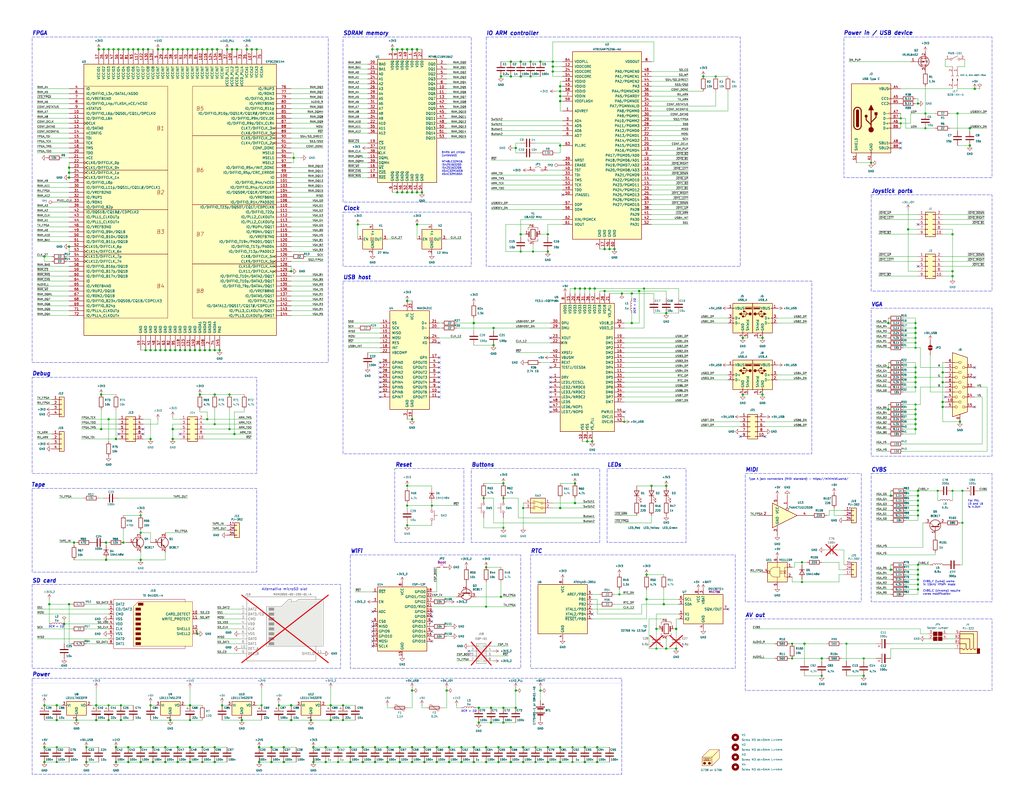
<source format=kicad_sch>
(kicad_sch (version 20231120) (generator "eeschema") (generator_version "8.0")
  (paper "User" 527 414)
  (title_block (title "MIST.1010") (date "2025-05-04") (rev "C1") (company "Eugene Lozovoy") (comment 1 "10x10 PCB variant of MIST FPGA project"))
  (lib_symbols
    (symbol "74xGxx:74LVC1G125"
      (property "Reference" "U" (at -10.16 7.62 0))
      (property "Value" "74LVC1G125" (at 2.54 -7.62 0))
      (symbol "74LVC1G125_1_1"
        (pin input inverted (at 0 10.16 270) (length 7.62) (name "~") (number "1"))
        (pin input line (at -15.24 0 0) (length 7.62) (name "~") (number "2"))
        (pin power_in line (at -5.08 -10.16 90) (length 5.08) (name "GND") (number "3"))
        (pin tri_state line (at 12.7 0 180) (length 7.62) (name "~") (number "4"))
        (pin power_in line (at -5.08 10.16 270) (length 5.08) (name "VCC") (number "5"))
      )
    )
    (symbol "Connector:Conn_01x02_Pin" (pin_names (offset 1.016) hide)
      (property "Reference" "J" (at 0 2.54 0))
      (property "Value" "Conn_01x02_Pin" (at 0 -5.08 0))
      (symbol "Conn_01x02_Pin_1_1"
        (pin passive line (at 5.08 0 180) (length 3.81) (name "Pin_1") (number "1"))
        (pin passive line (at 5.08 -2.54 180) (length 3.81) (name "Pin_2") (number "2"))
      )
    )
    (symbol "Connector:Conn_01x02_Socket" (pin_names (offset 1.016) hide)
      (property "Reference" "J" (at 0 2.54 0))
      (property "Value" "Conn_01x02_Socket" (at 0 -5.08 0))
      (symbol "Conn_01x02_Socket_1_1"
        (pin passive line (at -5.08 0 0) (length 3.81) (name "Pin_1") (number "1"))
        (pin passive line (at -5.08 -2.54 0) (length 3.81) (name "Pin_2") (number "2"))
      )
    )
    (symbol "Connector:DE15_Receptacle_HighDensity_MountingHoles" (pin_names (offset 1.016) hide)
      (property "Reference" "J" (at 0 21.59 0))
      (property "Value" "DE15_Receptacle_HighDensity_MountingHoles" (at 0 19.05 0))
      (symbol "DE15_Receptacle_HighDensity_MountingHoles_1_1"
        (pin passive line (at 0 -17.78 90) (length 3.81) (name "~") (number "0"))
        (pin passive line (at -7.62 10.16 0) (length 5.08) (name "~") (number "1"))
        (pin passive line (at -7.62 -7.62 0) (length 5.08) (name "~") (number "10"))
        (pin passive line (at 7.62 10.16 180) (length 5.08) (name "~") (number "11"))
        (pin passive line (at 7.62 5.08 180) (length 5.08) (name "~") (number "12"))
        (pin passive line (at 7.62 0 180) (length 5.08) (name "~") (number "13"))
        (pin passive line (at 7.62 -5.08 180) (length 5.08) (name "~") (number "14"))
        (pin passive line (at 7.62 -10.16 180) (length 5.08) (name "~") (number "15"))
        (pin passive line (at -7.62 5.08 0) (length 5.08) (name "~") (number "2"))
        (pin passive line (at -7.62 0 0) (length 5.08) (name "~") (number "3"))
        (pin passive line (at -7.62 -5.08 0) (length 5.08) (name "~") (number "4"))
        (pin passive line (at -7.62 -10.16 0) (length 5.08) (name "~") (number "5"))
        (pin passive line (at -7.62 12.7 0) (length 5.08) (name "~") (number "6"))
        (pin passive line (at -7.62 7.62 0) (length 5.08) (name "~") (number "7"))
        (pin passive line (at -7.62 2.54 0) (length 5.08) (name "~") (number "8"))
        (pin passive line (at -7.62 -2.54 0) (length 5.08) (name "~") (number "9"))
      )
    )
    (symbol "Connector:Micro_SD_Card_Det2"
      (property "Reference" "J" (at -16.51 17.78 0))
      (property "Value" "Micro_SD_Card_Det2" (at 16.51 17.78 0))
      (symbol "Micro_SD_Card_Det2_1_1"
        (pin bidirectional line (at -22.86 10.16 0) (length 3.81) (name "DAT2") (number "1"))
        (pin passive line (at -22.86 -10.16 0) (length 3.81) (name "DET_A") (number "10"))
        (pin passive line (at 20.32 -12.7 180) (length 3.81) (name "SHIELD") (number "11"))
        (pin bidirectional line (at -22.86 7.62 0) (length 3.81) (name "DAT3/CD") (number "2"))
        (pin input line (at -22.86 5.08 0) (length 3.81) (name "CMD") (number "3"))
        (pin power_in line (at -22.86 2.54 0) (length 3.81) (name "VDD") (number "4"))
        (pin input line (at -22.86 0 0) (length 3.81) (name "CLK") (number "5"))
        (pin power_in line (at -22.86 -2.54 0) (length 3.81) (name "VSS") (number "6"))
        (pin bidirectional line (at -22.86 -5.08 0) (length 3.81) (name "DAT0") (number "7"))
        (pin bidirectional line (at -22.86 -7.62 0) (length 3.81) (name "DAT1") (number "8"))
        (pin passive line (at -22.86 -12.7 0) (length 3.81) (name "DET_B") (number "9"))
      )
    )
    (symbol "Connector:SD_Card" (pin_names (offset 1.016))
      (property "Reference" "J" (at -16.51 13.97 0))
      (property "Value" "SD_Card" (at 15.24 -13.97 0))
      (symbol "SD_Card_1_1"
        (pin input line (at -22.86 7.62 0) (length 2.54) (name "CD/DAT3") (number "1"))
        (pin input line (at 22.86 5.08 180) (length 2.54) (name "CARD_DETECT") (number "10"))
        (pin input line (at 22.86 2.54 180) (length 2.54) (name "WRITE_PROTECT") (number "11"))
        (pin input line (at 22.86 -2.54 180) (length 2.54) (name "SHELL1") (number "12"))
        (pin input line (at 22.86 -5.08 180) (length 2.54) (name "SHELL2") (number "13"))
        (pin input line (at -22.86 5.08 0) (length 2.54) (name "CMD") (number "2"))
        (pin power_in line (at -22.86 2.54 0) (length 2.54) (name "VSS") (number "3"))
        (pin power_in line (at -22.86 0 0) (length 2.54) (name "VDD") (number "4"))
        (pin input line (at -22.86 -2.54 0) (length 2.54) (name "CLK") (number "5"))
        (pin power_in line (at -22.86 -5.08 0) (length 2.54) (name "VSS") (number "6"))
        (pin input line (at -22.86 -7.62 0) (length 2.54) (name "DAT0") (number "7"))
        (pin input line (at -22.86 -10.16 0) (length 2.54) (name "DAT1") (number "8"))
        (pin input line (at -22.86 10.16 0) (length 2.54) (name "DAT2") (number "9"))
      )
    )
    (symbol "Connector:TestPoint" (pin_numbers hide) (pin_names (offset 0.762) hide)
      (property "Reference" "TP" (at 0 6.858 0))
      (property "Value" "TestPoint" (at 0 5.08 0))
      (symbol "TestPoint_1_1"
        (pin passive line (at 0 0 90) (length 2.54) (name "1") (number "1"))
      )
    )
    (symbol "Connector:USB_A" (pin_names (offset 1.016))
      (property "Reference" "J" (at -5.08 11.43 0))
      (property "Value" "USB_A" (at -5.08 8.89 0))
      (symbol "USB_A_1_1"
        (pin power_in line (at 7.62 5.08 180) (length 2.54) (name "VBUS") (number "1"))
        (pin bidirectional line (at 7.62 -2.54 180) (length 2.54) (name "D-") (number "2"))
        (pin bidirectional line (at 7.62 0 180) (length 2.54) (name "D+") (number "3"))
        (pin power_in line (at 0 -10.16 90) (length 2.54) (name "GND") (number "4"))
        (pin passive line (at -2.54 -10.16 90) (length 2.54) (name "Shield") (number "5"))
      )
    )
    (symbol "Connector:USB_C_Receptacle_USB2.0_16P" (pin_names (offset 1.016))
      (property "Reference" "J" (at 0 22.225 0))
      (property "Value" "USB_C_Receptacle_USB2.0_16P" (at 0 19.685 0))
      (symbol "USB_C_Receptacle_USB2.0_16P_1_1"
        (pin passive line (at 0 -22.86 90) (length 5.08) (name "GND") (number "A1"))
        (pin passive line (at 0 -22.86 90) (length 5.08) hide (name "GND") (number "A12"))
        (pin passive line (at 15.24 15.24 180) (length 5.08) (name "VBUS") (number "A4"))
        (pin bidirectional line (at 15.24 10.16 180) (length 5.08) (name "CC1") (number "A5"))
        (pin bidirectional line (at 15.24 -2.54 180) (length 5.08) (name "D+") (number "A6"))
        (pin bidirectional line (at 15.24 2.54 180) (length 5.08) (name "D-") (number "A7"))
        (pin bidirectional line (at 15.24 -12.7 180) (length 5.08) (name "SBU1") (number "A8"))
        (pin passive line (at 15.24 15.24 180) (length 5.08) hide (name "VBUS") (number "A9"))
        (pin passive line (at 0 -22.86 90) (length 5.08) hide (name "GND") (number "B1"))
        (pin passive line (at 0 -22.86 90) (length 5.08) hide (name "GND") (number "B12"))
        (pin passive line (at 15.24 15.24 180) (length 5.08) hide (name "VBUS") (number "B4"))
        (pin bidirectional line (at 15.24 7.62 180) (length 5.08) (name "CC2") (number "B5"))
        (pin bidirectional line (at 15.24 -5.08 180) (length 5.08) (name "D+") (number "B6"))
        (pin bidirectional line (at 15.24 0 180) (length 5.08) (name "D-") (number "B7"))
        (pin bidirectional line (at 15.24 -15.24 180) (length 5.08) (name "SBU2") (number "B8"))
        (pin passive line (at 15.24 15.24 180) (length 5.08) hide (name "VBUS") (number "B9"))
        (pin passive line (at -7.62 -22.86 90) (length 5.08) (name "SHIELD") (number "S1"))
      )
    )
    (symbol "Connector_Audio:AudioJack4"
      (property "Reference" "J" (at 0 8.89 0))
      (property "Value" "AudioJack4" (at 0 6.35 0))
      (symbol "AudioJack4_1_1"
        (pin passive line (at 5.08 -2.54 180) (length 2.54) (name "~") (number "R1"))
        (pin passive line (at 5.08 0 180) (length 2.54) (name "~") (number "R2"))
        (pin passive line (at 5.08 2.54 180) (length 2.54) (name "~") (number "S"))
        (pin passive line (at 5.08 -5.08 180) (length 2.54) (name "~") (number "T"))
      )
    )
    (symbol "Connector_Generic:Conn_01x03" (pin_names (offset 1.016) hide)
      (property "Reference" "J" (at 0 5.08 0))
      (property "Value" "Conn_01x03" (at 0 -5.08 0))
      (symbol "Conn_01x03_1_1"
        (pin passive line (at -5.08 2.54 0) (length 3.81) (name "Pin_1") (number "1"))
        (pin passive line (at -5.08 0 0) (length 3.81) (name "Pin_2") (number "2"))
        (pin passive line (at -5.08 -2.54 0) (length 3.81) (name "Pin_3") (number "3"))
      )
    )
    (symbol "Connector_Generic:Conn_01x04" (pin_names (offset 1.016) hide)
      (property "Reference" "J" (at 0 5.08 0))
      (property "Value" "Conn_01x04" (at 0 -7.62 0))
      (symbol "Conn_01x04_1_1"
        (pin passive line (at -5.08 2.54 0) (length 3.81) (name "Pin_1") (number "1"))
        (pin passive line (at -5.08 0 0) (length 3.81) (name "Pin_2") (number "2"))
        (pin passive line (at -5.08 -2.54 0) (length 3.81) (name "Pin_3") (number "3"))
        (pin passive line (at -5.08 -5.08 0) (length 3.81) (name "Pin_4") (number "4"))
      )
    )
    (symbol "Connector_Generic:Conn_02x04_Odd_Even" (pin_names (offset 1.016) hide)
      (property "Reference" "J" (at 1.27 5.08 0))
      (property "Value" "Conn_02x04_Odd_Even" (at 1.27 -7.62 0))
      (symbol "Conn_02x04_Odd_Even_1_1"
        (pin passive line (at -5.08 2.54 0) (length 3.81) (name "Pin_1") (number "1"))
        (pin passive line (at 7.62 2.54 180) (length 3.81) (name "Pin_2") (number "2"))
        (pin passive line (at -5.08 0 0) (length 3.81) (name "Pin_3") (number "3"))
        (pin passive line (at 7.62 0 180) (length 3.81) (name "Pin_4") (number "4"))
        (pin passive line (at -5.08 -2.54 0) (length 3.81) (name "Pin_5") (number "5"))
        (pin passive line (at 7.62 -2.54 180) (length 3.81) (name "Pin_6") (number "6"))
        (pin passive line (at -5.08 -5.08 0) (length 3.81) (name "Pin_7") (number "7"))
        (pin passive line (at 7.62 -5.08 180) (length 3.81) (name "Pin_8") (number "8"))
      )
    )
    (symbol "Connector_Generic:Conn_02x05_Odd_Even" (pin_names (offset 1.016) hide)
      (property "Reference" "J" (at 1.27 7.62 0))
      (property "Value" "Conn_02x05_Odd_Even" (at 1.27 -7.62 0))
      (symbol "Conn_02x05_Odd_Even_1_1"
        (pin passive line (at -5.08 5.08 0) (length 3.81) (name "Pin_1") (number "1"))
        (pin passive line (at 7.62 -5.08 180) (length 3.81) (name "Pin_10") (number "10"))
        (pin passive line (at 7.62 5.08 180) (length 3.81) (name "Pin_2") (number "2"))
        (pin passive line (at -5.08 2.54 0) (length 3.81) (name "Pin_3") (number "3"))
        (pin passive line (at 7.62 2.54 180) (length 3.81) (name "Pin_4") (number "4"))
        (pin passive line (at -5.08 0 0) (length 3.81) (name "Pin_5") (number "5"))
        (pin passive line (at 7.62 0 180) (length 3.81) (name "Pin_6") (number "6"))
        (pin passive line (at -5.08 -2.54 0) (length 3.81) (name "Pin_7") (number "7"))
        (pin passive line (at 7.62 -2.54 180) (length 3.81) (name "Pin_8") (number "8"))
        (pin passive line (at -5.08 -5.08 0) (length 3.81) (name "Pin_9") (number "9"))
      )
    )
    (symbol "Device:Battery" (pin_numbers hide) (pin_names (offset 0) hide)
      (property "Reference" "BT" (at 2.54 2.54 0))
      (property "Value" "Battery" (at 2.54 0 0))
      (symbol "Battery_1_1"
        (pin passive line (at 0 5.08 270) (length 2.54) (name "+") (number "1"))
        (pin passive line (at 0 -5.08 90) (length 2.54) (name "-") (number "2"))
      )
    )
    (symbol "Device:C" (pin_numbers hide) (pin_names (offset 0.254))
      (property "Reference" "C" (at 0.635 2.54 0))
      (property "Value" "C" (at 0.635 -2.54 0))
      (symbol "C_1_1"
        (pin passive line (at 0 3.81 270) (length 2.794) (name "~") (number "1"))
        (pin passive line (at 0 -3.81 90) (length 2.794) (name "~") (number "2"))
      )
    )
    (symbol "Device:C_Polarized" (pin_numbers hide) (pin_names (offset 0.254))
      (property "Reference" "C" (at 0.635 2.54 0))
      (property "Value" "C_Polarized" (at 0.635 -2.54 0))
      (symbol "C_Polarized_1_1"
        (pin passive line (at 0 3.81 270) (length 2.794) (name "~") (number "1"))
        (pin passive line (at 0 -3.81 90) (length 2.794) (name "~") (number "2"))
      )
    )
    (symbol "Device:Crystal_GND23" (pin_names (offset 1.016) hide)
      (property "Reference" "Y" (at 3.175 5.08 0))
      (property "Value" "Crystal_GND23" (at 3.175 3.175 0))
      (symbol "Crystal_GND23_1_1"
        (pin passive line (at -3.81 0 0) (length 1.27) (name "1") (number "1"))
        (pin passive line (at 0 5.08 270) (length 1.27) (name "2") (number "2"))
        (pin passive line (at 0 -5.08 90) (length 1.27) (name "3") (number "3"))
        (pin passive line (at 3.81 0 180) (length 1.27) (name "4") (number "4"))
      )
    )
    (symbol "Device:Crystal_GND24" (pin_names (offset 1.016) hide)
      (property "Reference" "Y" (at 3.175 5.08 0))
      (property "Value" "Crystal_GND24" (at 3.175 3.175 0))
      (symbol "Crystal_GND24_1_1"
        (pin passive line (at -3.81 0 0) (length 1.27) (name "1") (number "1"))
        (pin passive line (at 0 5.08 270) (length 1.27) (name "2") (number "2"))
        (pin passive line (at 3.81 0 180) (length 1.27) (name "3") (number "3"))
        (pin passive line (at 0 -5.08 90) (length 1.27) (name "4") (number "4"))
      )
    )
    (symbol "Device:D" (pin_numbers hide) (pin_names (offset 1.016) hide)
      (property "Reference" "D" (at 0 2.54 0))
      (property "Value" "D" (at 0 -2.54 0))
      (symbol "D_1_1"
        (pin passive line (at -3.81 0 0) (length 2.54) (name "K") (number "1"))
        (pin passive line (at 3.81 0 180) (length 2.54) (name "A") (number "2"))
      )
    )
    (symbol "Device:L" (pin_numbers hide) (pin_names (offset 1.016) hide)
      (property "Reference" "L" (at -1.27 0 90))
      (property "Value" "L" (at 1.905 0 90))
      (symbol "L_1_1"
        (pin passive line (at 0 3.81 270) (length 1.27) (name "1") (number "1"))
        (pin passive line (at 0 -3.81 90) (length 1.27) (name "2") (number "2"))
      )
    )
    (symbol "Device:LED" (pin_numbers hide) (pin_names (offset 1.016) hide)
      (property "Reference" "D" (at 0 2.54 0))
      (property "Value" "LED" (at 0 -2.54 0))
      (symbol "LED_1_1"
        (pin passive line (at -3.81 0 0) (length 2.54) (name "K") (number "1"))
        (pin passive line (at 3.81 0 180) (length 2.54) (name "A") (number "2"))
      )
    )
    (symbol "Device:Polyfuse" (pin_numbers hide) (pin_names (offset 0))
      (property "Reference" "F" (at -2.54 0 90))
      (property "Value" "Polyfuse" (at 2.54 0 90))
      (symbol "Polyfuse_1_1"
        (pin passive line (at 0 3.81 270) (length 1.27) (name "~") (number "1"))
        (pin passive line (at 0 -3.81 90) (length 1.27) (name "~") (number "2"))
      )
    )
    (symbol "Device:R" (pin_numbers hide) (pin_names (offset 0))
      (property "Reference" "R" (at 2.032 0 90))
      (property "Value" "R" (at 0 0 90))
      (symbol "R_1_1"
        (pin passive line (at 0 3.81 270) (length 1.27) (name "~") (number "1"))
        (pin passive line (at 0 -3.81 90) (length 1.27) (name "~") (number "2"))
      )
    )
    (symbol "Diode:1N4148W" (pin_numbers hide) (pin_names hide)
      (property "Reference" "D" (at 0 2.54 0))
      (property "Value" "1N4148W" (at 0 -2.54 0))
      (symbol "1N4148W_1_1"
        (pin passive line (at -3.81 0 0) (length 2.54) (name "K") (number "1"))
        (pin passive line (at 3.81 0 180) (length 2.54) (name "A") (number "2"))
      )
    )
    (symbol "Isolator:H11L1" (pin_names (offset 1.016))
      (property "Reference" "U" (at 1.27 8.89 0))
      (property "Value" "H11L1" (at 1.27 6.35 0))
      (symbol "H11L1_1_1"
        (pin passive line (at -7.62 2.54 0) (length 2.54) (name "~") (number "1"))
        (pin passive line (at -7.62 -2.54 0) (length 2.54) (name "~") (number "2"))
        (pin no_connect line (at -5.08 0 0) (length 2.54) hide (name "~") (number "3"))
        (pin output inverted (at 7.62 0 180) (length 3.81) (name "~") (number "4"))
        (pin power_in line (at 0 -7.62 90) (length 2.54) (name "~") (number "5"))
        (pin power_in line (at 0 7.62 270) (length 2.54) (name "~") (number "6"))
      )
    )
    (symbol "Jumper:Jumper_2_Open" (pin_names (offset 0) hide)
      (property "Reference" "JP" (at 0 2.794 0))
      (property "Value" "Jumper_2_Open" (at 0 -2.286 0))
      (symbol "Jumper_2_Open_1_1"
        (pin passive line (at -5.08 0 0) (length 2.54) (name "A") (number "1"))
        (pin passive line (at 5.08 0 180) (length 2.54) (name "B") (number "2"))
      )
    )
    (symbol "Jumper:Jumper_2_Small_Open" (pin_numbers hide) (pin_names (offset 0) hide) (exclude_from_sim yes)
      (property "Reference" "JP" (at 0 2.794 0))
      (property "Value" "Jumper_2_Small_Open" (at 0 -2.286 0))
      (symbol "Jumper_2_Small_Open_1_1"
        (pin passive line (at -2.54 0 0) (length 1.27) (name "A") (number "1"))
        (pin passive line (at 2.54 0 180) (length 1.27) (name "B") (number "2"))
      )
    )
    (symbol "Jumper:SolderJumper_2_Open" (pin_numbers hide) (pin_names (offset 0) hide) (exclude_from_sim yes) (in_bom no)
      (property "Reference" "JP" (at 0 2.032 0))
      (property "Value" "SolderJumper_2_Open" (at 0 -2.54 0))
      (symbol "SolderJumper_2_Open_1_1"
        (pin passive line (at -3.81 0 0) (length 2.54) (name "A") (number "1"))
        (pin passive line (at 3.81 0 180) (length 2.54) (name "B") (number "2"))
      )
    )
    (symbol "MCU_Microchip_ATtiny:ATtiny85V-10P"
      (property "Reference" "U" (at -12.7 13.97 0))
      (property "Value" "ATtiny85V-10P" (at 2.54 -13.97 0))
      (symbol "ATtiny85V-10P_1_1"
        (pin bidirectional line (at 15.24 -5.08 180) (length 2.54) (name "~{RESET}/PB5") (number "1"))
        (pin bidirectional line (at 15.24 0 180) (length 2.54) (name "XTAL1/PB3") (number "2"))
        (pin bidirectional line (at 15.24 -2.54 180) (length 2.54) (name "XTAL2/PB4") (number "3"))
        (pin power_in line (at 0 -15.24 90) (length 2.54) (name "GND") (number "4"))
        (pin bidirectional line (at 15.24 7.62 180) (length 2.54) (name "AREF/PB0") (number "5"))
        (pin bidirectional line (at 15.24 5.08 180) (length 2.54) (name "PB1") (number "6"))
        (pin bidirectional line (at 15.24 2.54 180) (length 2.54) (name "PB2") (number "7"))
        (pin power_in line (at 0 15.24 270) (length 2.54) (name "VCC") (number "8"))
      )
    )
    (symbol "Mechanical:Housing" (pin_names (offset 1.016))
      (property "Reference" "N" (at 3.81 0 0))
      (property "Value" "Housing" (at 3.81 -1.905 0))
    )
    (symbol "Mechanical:MountingHole" (pin_names (offset 1.016))
      (property "Reference" "H" (at 0 5.08 0))
      (property "Value" "MountingHole" (at 0 3.175 0))
    )
    (symbol "Oscillator:XO91" (pin_names (offset 0.254))
      (property "Reference" "Y" (at -5.08 6.35 0))
      (property "Value" "XO91" (at 1.27 -6.35 0))
      (symbol "XO91_1_1"
        (pin input line (at -7.62 0 0) (length 2.54) (name "EN") (number "1"))
        (pin power_in line (at 0 -7.62 90) (length 2.54) (name "GND") (number "2"))
        (pin output line (at 7.62 0 180) (length 2.54) (name "OUT") (number "3"))
        (pin power_in line (at 0 7.62 270) (length 2.54) (name "V+") (number "4"))
      )
    )
    (symbol "RF_Module:ESP-12E"
      (property "Reference" "U" (at -12.7 19.05 0))
      (property "Value" "ESP-12E" (at 12.7 19.05 0))
      (symbol "ESP-12E_1_1"
        (pin input line (at -15.24 15.24 0) (length 2.54) (name "~{RST}") (number "1"))
        (pin bidirectional line (at -15.24 -2.54 0) (length 2.54) (name "MISO") (number "10"))
        (pin bidirectional line (at -15.24 -5.08 0) (length 2.54) (name "GPIO9") (number "11"))
        (pin bidirectional line (at -15.24 -7.62 0) (length 2.54) (name "GPIO10") (number "12"))
        (pin bidirectional line (at -15.24 -10.16 0) (length 2.54) (name "MOSI") (number "13"))
        (pin bidirectional line (at -15.24 -12.7 0) (length 2.54) (name "SCLK") (number "14"))
        (pin power_in line (at 0 -17.78 90) (length 2.54) (name "GND") (number "15"))
        (pin bidirectional line (at 15.24 -7.62 180) (length 2.54) (name "GPIO15") (number "16"))
        (pin bidirectional line (at 15.24 10.16 180) (length 2.54) (name "GPIO2") (number "17"))
        (pin bidirectional line (at 15.24 15.24 180) (length 2.54) (name "GPIO0") (number "18"))
        (pin bidirectional line (at 15.24 5.08 180) (length 2.54) (name "GPIO4") (number "19"))
        (pin input line (at -15.24 5.08 0) (length 2.54) (name "ADC") (number "2"))
        (pin bidirectional line (at 15.24 2.54 180) (length 2.54) (name "GPIO5") (number "20"))
        (pin bidirectional line (at 15.24 7.62 180) (length 2.54) (name "GPIO3/RXD") (number "21"))
        (pin bidirectional line (at 15.24 12.7 180) (length 2.54) (name "GPIO1/TXD") (number "22"))
        (pin input line (at -15.24 10.16 0) (length 2.54) (name "EN") (number "3"))
        (pin bidirectional line (at 15.24 -10.16 180) (length 2.54) (name "GPIO16") (number "4"))
        (pin bidirectional line (at 15.24 -5.08 180) (length 2.54) (name "GPIO14") (number "5"))
        (pin bidirectional line (at 15.24 0 180) (length 2.54) (name "GPIO12") (number "6"))
        (pin bidirectional line (at 15.24 -2.54 180) (length 2.54) (name "GPIO13") (number "7"))
        (pin power_in line (at 0 20.32 270) (length 2.54) (name "VCC") (number "8"))
        (pin input line (at -15.24 0 0) (length 2.54) (name "CS0") (number "9"))
      )
    )
    (symbol "Regulator_Linear:AZ1117-1.2" (pin_names (offset 0.254))
      (property "Reference" "U" (at -3.81 3.175 0))
      (property "Value" "AZ1117-1.2" (at 0 3.175 0))
      (symbol "AZ1117-1.2_1_1"
        (pin power_in line (at 0 -7.62 90) (length 2.54) (name "GND") (number "1"))
        (pin power_out line (at 7.62 0 180) (length 2.54) (name "VO") (number "2"))
        (pin power_in line (at -7.62 0 0) (length 2.54) (name "VI") (number "3"))
      )
    )
    (symbol "Regulator_Linear:AZ1117-2.5" (pin_names (offset 0.254))
      (property "Reference" "U" (at -3.81 3.175 0))
      (property "Value" "AZ1117-2.5" (at 0 3.175 0))
      (symbol "AZ1117-2.5_1_1"
        (pin power_in line (at 0 -7.62 90) (length 2.54) (name "GND") (number "1"))
        (pin power_out line (at 7.62 0 180) (length 2.54) (name "VO") (number "2"))
        (pin power_in line (at -7.62 0 0) (length 2.54) (name "VI") (number "3"))
      )
    )
    (symbol "Regulator_Linear:AZ1117-3.3" (pin_names (offset 0.254))
      (property "Reference" "U" (at -3.81 3.175 0))
      (property "Value" "AZ1117-3.3" (at 0 3.175 0))
      (symbol "AZ1117-3.3_1_1"
        (pin power_in line (at 0 -7.62 90) (length 2.54) (name "GND") (number "1"))
        (pin power_out line (at 7.62 0 180) (length 2.54) (name "VO") (number "2"))
        (pin power_in line (at -7.62 0 0) (length 2.54) (name "VI") (number "3"))
      )
    )
    (symbol "Switch:SW_DIP_x02" (pin_names (offset 0) hide)
      (property "Reference" "SW" (at 0 6.35 0))
      (property "Value" "SW_DIP_x02" (at 0 -3.81 0))
      (symbol "SW_DIP_x02_1_1"
        (pin passive line (at -7.62 2.54 0) (length 5.08) (name "~") (number "1"))
        (pin passive line (at -7.62 0 0) (length 5.08) (name "~") (number "2"))
        (pin passive line (at 7.62 0 180) (length 5.08) (name "~") (number "3"))
        (pin passive line (at 7.62 2.54 180) (length 5.08) (name "~") (number "4"))
      )
    )
    (symbol "Switch:SW_Push" (pin_numbers hide) (pin_names (offset 1.016) hide)
      (property "Reference" "SW" (at 1.27 2.54 0))
      (property "Value" "SW_Push" (at 0 -1.524 0))
      (symbol "SW_Push_0_1"
        (pin passive line (at -5.08 0 0) (length 2.54) (name "1") (number "1"))
        (pin passive line (at 5.08 0 180) (length 2.54) (name "2") (number "2"))
      )
    )
    (symbol "Switch:SW_SPST" (pin_names (offset 0) hide)
      (property "Reference" "SW" (at 0 3.175 0))
      (property "Value" "SW_SPST" (at 0 -2.54 0))
      (symbol "SW_SPST_1_1"
        (pin passive line (at -5.08 0 0) (length 2.54) (name "A") (number "1"))
        (pin passive line (at 5.08 0 180) (length 2.54) (name "B") (number "2"))
      )
    )
    (symbol "Timer_RTC:DS1307Z+"
      (property "Reference" "U" (at -8.89 8.89 0))
      (property "Value" "DS1307Z+" (at 1.27 8.89 0))
      (symbol "DS1307Z+_1_1"
        (pin input line (at -12.7 -2.54 0) (length 2.54) (name "X1") (number "1"))
        (pin input line (at -12.7 -5.08 0) (length 2.54) (name "X2") (number "2"))
        (pin power_in line (at 0 10.16 270) (length 2.54) (name "VBAT") (number "3"))
        (pin power_in line (at 0 -10.16 90) (length 2.54) (name "GND") (number "4"))
        (pin bidirectional line (at -12.7 2.54 0) (length 2.54) (name "SDA") (number "5"))
        (pin input line (at -12.7 5.08 0) (length 2.54) (name "SCL") (number "6"))
        (pin open_collector line (at 12.7 0 180) (length 2.54) (name "SQW/OUT") (number "7"))
        (pin power_in line (at -2.54 10.16 270) (length 2.54) (name "VCC") (number "8"))
      )
    )
    (symbol "Transistor_BJT:BC817" (pin_names (offset 0) hide)
      (property "Reference" "Q" (at 5.08 1.905 0))
      (property "Value" "BC817" (at 5.08 0 0))
      (symbol "BC817_1_1"
        (pin input line (at -5.08 0 0) (length 5.715) (name "B") (number "1"))
        (pin passive line (at 2.54 -5.08 90) (length 2.54) (name "E") (number "2"))
        (pin passive line (at 2.54 5.08 270) (length 2.54) (name "C") (number "3"))
      )
    )
    (symbol "Transistor_FET:IRLML6402" (pin_names hide)
      (property "Reference" "Q" (at 5.08 1.905 0))
      (property "Value" "IRLML6402" (at 5.08 0 0))
      (symbol "IRLML6402_1_1"
        (pin input line (at -5.08 0 0) (length 2.54) (name "G") (number "1"))
        (pin passive line (at 2.54 -5.08 90) (length 2.54) (name "S") (number "2"))
        (pin passive line (at 2.54 5.08 270) (length 2.54) (name "D") (number "3"))
      )
    )
    (symbol "my:AT91SAM7S256-AU-001" (pin_names (offset 1.016))
      (property "Reference" "U" (at -18.415 48.895 0))
      (property "Value" "AT91SAM7S256-AU-001" (at -5.715 48.895 0))
      (symbol "AT91SAM7S256-AU-001_0_0"
        (pin input line (at -22.86 17.78 0) (length 5.08) (name "ADVREF") (number "1"))
        (pin bidirectional line (at 22.86 -7.62 180) (length 5.08) (name "PA18/PGMD6/AD1") (number "10"))
        (pin bidirectional line (at 22.86 -15.24 180) (length 5.08) (name "PA21/PGMD9") (number "11"))
        (pin power_in line (at -22.86 40.64 0) (length 5.08) (name "VDDCORE") (number "12"))
        (pin bidirectional line (at 22.86 -10.16 180) (length 5.08) (name "PA19/PGMD7/AD2") (number "13"))
        (pin bidirectional line (at 22.86 -17.78 180) (length 5.08) (name "PA22/PGMD10") (number "14"))
        (pin bidirectional line (at 22.86 -20.32 180) (length 5.08) (name "PA23/PGMD11") (number "15"))
        (pin bidirectional line (at 22.86 -12.7 180) (length 5.08) (name "PA20/PGMD8/AD3") (number "16"))
        (pin power_in line (at -1.27 -53.34 90) (length 5.08) (name "GND") (number "17"))
        (pin power_in line (at -22.86 33.02 0) (length 5.08) (name "VDDIO") (number "18"))
        (pin bidirectional line (at 22.86 -2.54 180) (length 5.08) (name "PA16/PGMD4") (number "19"))
        (pin power_in line (at -3.81 -53.34 90) (length 5.08) (name "GND") (number "2"))
        (pin bidirectional line (at 22.86 0 180) (length 5.08) (name "PA15/PGMD3") (number "20"))
        (pin bidirectional line (at 22.86 2.54 180) (length 5.08) (name "PA14/PGMD2") (number "21"))
        (pin bidirectional line (at 22.86 5.08 180) (length 5.08) (name "PA13/PGMD1") (number "22"))
        (pin bidirectional line (at 22.86 -22.86 180) (length 5.08) (name "PA24/PGMD12") (number "23"))
        (pin power_in line (at -22.86 38.1 0) (length 5.08) (name "VDDCORE") (number "24"))
        (pin bidirectional line (at 22.86 -25.4 180) (length 5.08) (name "PA25/PGMD13") (number "25"))
        (pin bidirectional line (at 22.86 -27.94 180) (length 5.08) (name "PA26/PGMD14") (number "26"))
        (pin bidirectional line (at 22.86 7.62 180) (length 5.08) (name "PA12/PGMD0") (number "27"))
        (pin bidirectional line (at 22.86 10.16 180) (length 5.08) (name "PA11/PGMM3") (number "28"))
        (pin bidirectional line (at 22.86 12.7 180) (length 5.08) (name "PA10/PGMM2") (number "29"))
        (pin input line (at -22.86 12.7 0) (length 5.08) (name "AD4") (number "3"))
        (pin bidirectional line (at 22.86 15.24 180) (length 5.08) (name "PA9/PGMM1") (number "30"))
        (pin bidirectional line (at 22.86 17.78 180) (length 5.08) (name "PA8/PGMM0") (number "31"))
        (pin bidirectional line (at 22.86 20.32 180) (length 5.08) (name "PA7/PGMNVALID") (number "32"))
        (pin input line (at -22.86 -15.24 0) (length 5.08) (name "TDI") (number "33"))
        (pin bidirectional line (at 22.86 22.86 180) (length 5.08) (name "PA6/PGMNOE") (number "34"))
        (pin bidirectional line (at 22.86 25.4 180) (length 5.08) (name "PA5/PGMRDY") (number "35"))
        (pin bidirectional line (at 22.86 27.94 180) (length 5.08) (name "PA4/PGMNCMD") (number "36"))
        (pin bidirectional line (at 22.86 -30.48 180) (length 5.08) (name "PA27/PGMD15") (number "37"))
        (pin bidirectional line (at 22.86 -33.02 180) (length 5.08) (name "PA28") (number "38"))
        (pin bidirectional line (at -22.86 -7.62 0) (length 5.08) (name "NRST") (number "39"))
        (pin input line (at -22.86 10.16 0) (length 5.08) (name "AD5") (number "4"))
        (pin input line (at -22.86 -12.7 0) (length 5.08) (name "TST") (number "40"))
        (pin bidirectional line (at 22.86 -35.56 180) (length 5.08) (name "PA29") (number "41"))
        (pin bidirectional line (at 22.86 -38.1 180) (length 5.08) (name "PA30") (number "42"))
        (pin bidirectional line (at 22.86 30.48 180) (length 5.08) (name "PA3") (number "43"))
        (pin bidirectional line (at 22.86 33.02 180) (length 5.08) (name "PA2/PGMEN2") (number "44"))
        (pin power_in line (at -22.86 30.48 0) (length 5.08) (name "VDDIO") (number "45"))
        (pin power_in line (at 1.27 -53.34 90) (length 5.08) (name "GND") (number "46"))
        (pin bidirectional line (at 22.86 35.56 180) (length 5.08) (name "PA1/PGMEN1") (number "47"))
        (pin bidirectional line (at 22.86 38.1 180) (length 5.08) (name "PA0/PGMEN0") (number "48"))
        (pin output line (at -22.86 -22.86 0) (length 5.08) (name "TDO") (number "49"))
        (pin input line (at -22.86 7.62 0) (length 5.08) (name "AD6") (number "5"))
        (pin input line (at -22.86 -25.4 0) (length 5.08) (name "JTAGSEL") (number "50"))
        (pin input line (at -22.86 -17.78 0) (length 5.08) (name "TMS") (number "51"))
        (pin bidirectional line (at 22.86 -40.64 180) (length 5.08) (name "PA31") (number "52"))
        (pin input line (at -22.86 -20.32 0) (length 5.08) (name "TCK") (number "53"))
        (pin power_in line (at -22.86 35.56 0) (length 5.08) (name "VDDCORE") (number "54"))
        (pin input line (at -22.86 -10.16 0) (length 5.08) (name "ERASE") (number "55"))
        (pin bidirectional line (at -22.86 -33.02 0) (length 5.08) (name "DDM") (number "56"))
        (pin bidirectional line (at -22.86 -30.48 0) (length 5.08) (name "DDP") (number "57"))
        (pin power_in line (at -22.86 27.94 0) (length 5.08) (name "VDDIO") (number "58"))
        (pin power_in line (at -22.86 22.86 0) (length 5.08) (name "VDDFLASH") (number "59"))
        (pin input line (at -22.86 5.08 0) (length 5.08) (name "AD7") (number "6"))
        (pin power_in line (at 3.81 -53.34 90) (length 5.08) (name "GND") (number "60"))
        (pin output line (at -22.86 -40.64 0) (length 5.08) (name "XOUT") (number "61"))
        (pin input line (at -22.86 -38.1 0) (length 5.08) (name "XIN/PGMCK") (number "62"))
        (pin input line (at -22.86 0 0) (length 5.08) (name "PLLRC") (number "63"))
        (pin power_in line (at -22.86 43.18 0) (length 5.08) (name "VDDPLL") (number "64"))
        (pin power_in line (at -22.86 25.4 0) (length 5.08) (name "VDDIN") (number "7"))
        (pin power_out line (at 22.86 43.18 180) (length 5.08) (name "VDDOUT") (number "8"))
        (pin bidirectional line (at 22.86 -5.08 180) (length 5.08) (name "PA17/PGMD5/AD0") (number "9"))
      )
    )
    (symbol "my:EP3C25E144" (pin_names (offset 1.016))
      (property "Reference" "U" (at 0 -2.54 0))
      (property "Value" "EP3C25E144" (at 0 2.54 0))
      (symbol "EP3C25E144_0_0"
        (text "B1" (at -10.16 36.83 0) (effects (font (size 2 2) (italic yes))))
        (text "B2" (at -10.16 3.81 0) (effects (font (size 2 2) (italic yes))))
        (text "B3" (at -10.16 -16.51 0) (effects (font (size 2 2) (italic yes))))
        (text "B4" (at -10.16 -44.45 0) (effects (font (size 2 2) (italic yes))))
        (text "B5" (at 10.16 46.99 0) (effects (font (size 2 2) (italic yes))))
        (text "B6" (at 10.16 15.24 0) (effects (font (size 2 2) (italic yes))))
        (text "B7" (at 10.16 -17.78 0) (effects (font (size 2 2) (italic yes))))
        (text "B8" (at 10.16 -46.99 0) (effects (font (size 2 2) (italic yes))))
      )
      (symbol "EP3C25E144_1_1"
        (pin power_in line (at 29.21 77.47 270) (length 7.62) (name "VCCD_PLL3") (number "1"))
        (pin bidirectional line (at -57.15 44.45 0) (length 7.62) (name "IO/DIFFIO_L6p/DQS0L/CQ1L/DPCLK0") (number "10"))
        (pin bidirectional line (at 57.15 11.43 180) (length 7.62) (name "IO") (number "100"))
        (pin bidirectional line (at 57.15 8.89 180) (length 7.62) (name "IO/DIFFIO_R4n/nCEO") (number "101"))
        (pin power_in line (at 11.43 77.47 270) (length 7.62) (name "VCCINT") (number "102"))
        (pin bidirectional line (at 57.15 6.35 180) (length 7.62) (name "IO/DIFFIO_R4p/CLKUSR") (number "103"))
        (pin bidirectional line (at 57.15 3.81 180) (length 7.62) (name "IO/DQS0R/CQ1R/DPCLK7") (number "104"))
        (pin bidirectional line (at 57.15 1.27 180) (length 7.62) (name "IO/VREFB6N0") (number "105"))
        (pin bidirectional line (at 57.15 -1.27 180) (length 7.62) (name "IO/DIFFIO_R1n/PADD20") (number "106"))
        (pin power_in line (at 36.83 77.47 270) (length 7.62) (name "VCCA2") (number "107"))
        (pin power_in line (at 12.7 -77.47 90) (length 7.62) (name "GNDA2") (number "108"))
        (pin power_in line (at 26.67 77.47 270) (length 7.62) (name "VCCD_PLL2") (number "109"))
        (pin bidirectional line (at -57.15 41.91 0) (length 7.62) (name "IO/DIFFIO_L6n") (number "11"))
        (pin bidirectional line (at 57.15 -3.81 180) (length 7.62) (name "IO/DIFFIO_T23p/DQS0T/CQ1T/CDPCLK6") (number "110"))
        (pin bidirectional line (at 57.15 -6.35 180) (length 7.62) (name "IO/DIFFIO_T22p") (number "111"))
        (pin bidirectional line (at 57.15 -8.89 180) (length 7.62) (name "IO/PLL2_CLKOUTn") (number "112"))
        (pin bidirectional line (at 57.15 -11.43 180) (length 7.62) (name "IO/PLL2_CLKOUTp") (number "113"))
        (pin bidirectional line (at 57.15 -13.97 180) (length 7.62) (name "IO/RUP4/DQ1T") (number "114"))
        (pin bidirectional line (at 57.15 -16.51 180) (length 7.62) (name "IO/RDN4/DQ1T") (number "115"))
        (pin power_in line (at 13.97 77.47 270) (length 7.62) (name "VCCINT") (number "116"))
        (pin power_in line (at -21.59 77.47 270) (length 7.62) (name "VCCIO7") (number "117"))
        (pin power_in line (at 0 -77.47 90) (length 7.62) (name "GND") (number "118"))
        (pin bidirectional line (at 57.15 -19.05 180) (length 7.62) (name "IO/VREFB7N0") (number "119"))
        (pin input clock (at -57.15 39.37 0) (length 7.62) (name "DCLK") (number "12"))
        (pin bidirectional line (at 57.15 -21.59 180) (length 7.62) (name "IO/DIFFIO_T19n/PADD1/DQ1T") (number "120"))
        (pin bidirectional line (at 57.15 -24.13 180) (length 7.62) (name "IO/DIFFIO_T17p/PADD4") (number "121"))
        (pin power_in line (at -19.05 77.47 270) (length 7.62) (name "VCCIO7") (number "122"))
        (pin power_in line (at 2.54 -77.47 90) (length 7.62) (name "GND") (number "123"))
        (pin power_in line (at 16.51 77.47 270) (length 7.62) (name "VCCINT") (number "124"))
        (pin bidirectional line (at 57.15 -26.67 180) (length 7.62) (name "IO/DIFFIO_T13p/PADD12") (number "125"))
        (pin input clock (at 57.15 -29.21 180) (length 7.62) (name "CLK8/DIFFCLK_5n") (number "126"))
        (pin input clock (at 57.15 -31.75 180) (length 7.62) (name "CLK9/DIFFCLK_5p") (number "127"))
        (pin input clock (at 57.15 -34.29 180) (length 7.62) (name "CLK10/DIFFCLK_4n") (number "128"))
        (pin input clock (at 57.15 -36.83 180) (length 7.62) (name "CLK11/DIFFCLK_4p") (number "129"))
        (pin bidirectional line (at -57.15 36.83 0) (length 7.62) (name "IO/DATA0") (number "13"))
        (pin power_in line (at -16.51 77.47 270) (length 7.62) (name "VCCIO8") (number "130"))
        (pin power_in line (at 5.08 -77.47 90) (length 7.62) (name "GND") (number "131"))
        (pin bidirectional line (at 57.15 -39.37 180) (length 7.62) (name "IO/DIFFIO_T10n/DATA2/DQ1T") (number "132"))
        (pin bidirectional line (at 57.15 -41.91 180) (length 7.62) (name "IO/DIFFIO_T10p/DATA3/DQ1T") (number "133"))
        (pin power_in line (at 19.05 77.47 270) (length 7.62) (name "VCCINT") (number "134"))
        (pin bidirectional line (at 57.15 -44.45 180) (length 7.62) (name "IO/DIFFIO_T9p/DATA4/DQ1T") (number "135"))
        (pin bidirectional line (at 57.15 -46.99 180) (length 7.62) (name "IO/VREFB8N0") (number "136"))
        (pin bidirectional line (at 57.15 -49.53 180) (length 7.62) (name "IO/DATA5/DQ1T") (number "137"))
        (pin power_in line (at 21.59 77.47 270) (length 7.62) (name "VCCINT") (number "138"))
        (pin power_in line (at -13.97 77.47 270) (length 7.62) (name "VCCIO8") (number "139"))
        (pin input line (at -57.15 34.29 0) (length 7.62) (name "nCONFIG") (number "14"))
        (pin power_in line (at 7.62 -77.47 90) (length 7.62) (name "GND") (number "140"))
        (pin bidirectional line (at 57.15 -52.07 180) (length 7.62) (name "IO/DIFFIO_T2p") (number "141"))
        (pin bidirectional line (at 57.15 -54.61 180) (length 7.62) (name "IO/DATA12/DQS1T/CQ1T#/CDPCLK7") (number "142"))
        (pin bidirectional line (at 57.15 -57.15 180) (length 7.62) (name "IO/PLL3_CLKOUTn/DQ1T") (number "143"))
        (pin bidirectional line (at 57.15 -59.69 180) (length 7.62) (name "IO/PLL3_CLKOUTp/DM1T") (number "144"))
        (pin power_in line (at 20.32 -77.47 90) (length 7.62) (name "PAD") (number "145"))
        (pin input line (at -57.15 31.75 0) (length 7.62) (name "TDI") (number "15"))
        (pin input line (at -57.15 29.21 0) (length 7.62) (name "TCK") (number "16"))
        (pin power_in line (at -41.91 77.47 270) (length 7.62) (name "VCCIO1") (number "17"))
        (pin input line (at -57.15 26.67 0) (length 7.62) (name "TMS") (number "18"))
        (pin power_in line (at -20.32 -77.47 90) (length 7.62) (name "GND") (number "19"))
        (pin power_in line (at 15.24 -77.47 90) (length 7.62) (name "GNDA3") (number "2"))
        (pin output line (at -57.15 24.13 0) (length 7.62) (name "TDO") (number "20"))
        (pin input line (at -57.15 21.59 0) (length 7.62) (name "nCE") (number "21"))
        (pin input clock (at -57.15 19.05 0) (length 7.62) (name "CLK0/DIFFCLK_0p") (number "22"))
        (pin input clock (at -57.15 16.51 0) (length 7.62) (name "CLK1/DIFFCLK_0n") (number "23"))
        (pin input clock (at -57.15 13.97 0) (length 7.62) (name "CLK2/DIFFCLK_1p") (number "24"))
        (pin input clock (at -57.15 11.43 0) (length 7.62) (name "CLK3/DIFFCLK_1n") (number "25"))
        (pin power_in line (at -39.37 77.47 270) (length 7.62) (name "VCCIO2") (number "26"))
        (pin power_in line (at -17.78 -77.47 90) (length 7.62) (name "GND") (number "27"))
        (pin bidirectional line (at -57.15 8.89 0) (length 7.62) (name "IO/DIFFIO_L8p") (number "28"))
        (pin power_in line (at -8.89 77.47 270) (length 7.62) (name "VCCINT") (number "29"))
        (pin power_in line (at 39.37 77.47 270) (length 7.62) (name "VCCA3") (number "3"))
        (pin bidirectional line (at -57.15 6.35 0) (length 7.62) (name "IO/DIFFIO_L11p/DQS1L/CQ1L#/DPCLK1") (number "30"))
        (pin bidirectional line (at -57.15 3.81 0) (length 7.62) (name "IO/VREFB2N0") (number "31"))
        (pin bidirectional line (at -57.15 1.27 0) (length 7.62) (name "IO/RUP1") (number "32"))
        (pin bidirectional line (at -57.15 -1.27 0) (length 7.62) (name "IO/RDN1") (number "33"))
        (pin power_in line (at -6.35 77.47 270) (length 7.62) (name "VCCINT") (number "34"))
        (pin power_in line (at 34.29 77.47 270) (length 7.62) (name "VCCA1") (number "35"))
        (pin power_in line (at 10.16 -77.47 90) (length 7.62) (name "GNDA1") (number "36"))
        (pin power_in line (at 24.13 77.47 270) (length 7.62) (name "VCCD_PLL1") (number "37"))
        (pin power_in line (at -3.81 77.47 270) (length 7.62) (name "VCCINT") (number "38"))
        (pin bidirectional line (at -57.15 -3.81 0) (length 7.62) (name "IO/DIFFIO_B2p") (number "39"))
        (pin bidirectional line (at -57.15 57.15 0) (length 7.62) (name "IO") (number "4"))
        (pin power_in line (at -36.83 77.47 270) (length 7.62) (name "VCCIO3") (number "40"))
        (pin power_in line (at -15.24 -77.47 90) (length 7.62) (name "GND") (number "41"))
        (pin bidirectional line (at -57.15 -6.35 0) (length 7.62) (name "IO/DQS1B/CQ1B#/CDPCLK2") (number "42"))
        (pin bidirectional line (at -57.15 -8.89 0) (length 7.62) (name "IO/PLL1_CLKOUTp") (number "43"))
        (pin bidirectional line (at -57.15 -11.43 0) (length 7.62) (name "IO/PLL1_CLKOUTn") (number "44"))
        (pin power_in line (at -1.27 77.47 270) (length 7.62) (name "VCCINT") (number "45"))
        (pin bidirectional line (at -57.15 -13.97 0) (length 7.62) (name "IO/VREFB3N0") (number "46"))
        (pin power_in line (at -34.29 77.47 270) (length 7.62) (name "VCCIO3") (number "47"))
        (pin power_in line (at -12.7 -77.47 90) (length 7.62) (name "GND") (number "48"))
        (pin bidirectional line (at -57.15 -16.51 0) (length 7.62) (name "IO/DIFFIO_B9n/DQ1B") (number "49"))
        (pin power_in line (at -11.43 77.47 270) (length 7.62) (name "VCCINT") (number "5"))
        (pin bidirectional line (at -57.15 -19.05 0) (length 7.62) (name "IO/DIFFIO_B10n/DQ1B") (number "50"))
        (pin bidirectional line (at -57.15 -21.59 0) (length 7.62) (name "IO/DIFFIO_B11p/DQ1B") (number "51"))
        (pin input clock (at -57.15 -24.13 0) (length 7.62) (name "CLK15/DIFFCLK_6p") (number "52"))
        (pin input clock (at -57.15 -26.67 0) (length 7.62) (name "CLK14/DIFFCLK_6n") (number "53"))
        (pin input clock (at -57.15 -29.21 0) (length 7.62) (name "CLK13/DIFFCLK_7p") (number "54"))
        (pin input clock (at -57.15 -31.75 0) (length 7.62) (name "CLK12/DIFFCLK_7n") (number "55"))
        (pin power_in line (at -31.75 77.47 270) (length 7.62) (name "VCCIO4") (number "56"))
        (pin power_in line (at -10.16 -77.47 90) (length 7.62) (name "GND") (number "57"))
        (pin bidirectional line (at -57.15 -34.29 0) (length 7.62) (name "IO/DIFFIO_B16p/DQ1B") (number "58"))
        (pin bidirectional line (at -57.15 -36.83 0) (length 7.62) (name "IO/DIFFIO_B17p/DQ1B") (number "59"))
        (pin bidirectional line (at -57.15 54.61 0) (length 7.62) (name "IO/DIFFIO_L3n/DATA1/ASDO") (number "6"))
        (pin bidirectional line (at -57.15 -39.37 0) (length 7.62) (name "IO/DIFFIO_B17n/DQ1B") (number "60"))
        (pin power_in line (at 1.27 77.47 270) (length 7.62) (name "VCCINT") (number "61"))
        (pin power_in line (at -29.21 77.47 270) (length 7.62) (name "VCCIO4") (number "62"))
        (pin power_in line (at -7.62 -77.47 90) (length 7.62) (name "GND") (number "63"))
        (pin bidirectional line (at -57.15 -41.91 0) (length 7.62) (name "IO") (number "64"))
        (pin bidirectional line (at -57.15 -44.45 0) (length 7.62) (name "IO/VREFB4N0") (number "65"))
        (pin bidirectional line (at -57.15 -46.99 0) (length 7.62) (name "IO/RUP2/DQ1B") (number "66"))
        (pin bidirectional line (at -57.15 -49.53 0) (length 7.62) (name "IO/RDN2/DQ1B") (number "67"))
        (pin bidirectional line (at -57.15 -52.07 0) (length 7.62) (name "IO/DIFFIO_B23n/DQS0B/CQ1B/CDPCLK3") (number "68"))
        (pin bidirectional line (at -57.15 -54.61 0) (length 7.62) (name "IO/DIFFIO_B24p") (number "69"))
        (pin bidirectional line (at -57.15 52.07 0) (length 7.62) (name "IO/VREFB1N0") (number "7"))
        (pin power_in line (at 3.81 77.47 270) (length 7.62) (name "VCCINT") (number "70"))
        (pin bidirectional line (at -57.15 -57.15 0) (length 7.62) (name "IO/PLL4_CLKOUTp") (number "71"))
        (pin bidirectional line (at -57.15 -59.69 0) (length 7.62) (name "IO/PLL4_CLKOUTn") (number "72"))
        (pin power_in line (at 31.75 77.47 270) (length 7.62) (name "VCCD_PLL4") (number "73"))
        (pin power_in line (at 17.78 -77.47 90) (length 7.62) (name "GNDA4") (number "74"))
        (pin power_in line (at 41.91 77.47 270) (length 7.62) (name "VCCA4") (number "75"))
        (pin bidirectional line (at 57.15 57.15 180) (length 7.62) (name "IO/RUP3") (number "76"))
        (pin bidirectional line (at 57.15 54.61 180) (length 7.62) (name "IO/RDN3") (number "77"))
        (pin power_in line (at 6.35 77.47 270) (length 7.62) (name "VCCINT") (number "78"))
        (pin bidirectional line (at 57.15 52.07 180) (length 7.62) (name "IO/DIFFIO_R13n") (number "79"))
        (pin bidirectional line (at -57.15 49.53 0) (length 7.62) (name "IO/DIFFIO_L4p/FLASH_nCE/nCSO") (number "8"))
        (pin bidirectional line (at 57.15 49.53 180) (length 7.62) (name "IO/VREFB5N0") (number "80"))
        (pin power_in line (at -26.67 77.47 270) (length 7.62) (name "VCCIO5") (number "81"))
        (pin power_in line (at -5.08 -77.47 90) (length 7.62) (name "GND") (number "82"))
        (pin bidirectional line (at 57.15 46.99 180) (length 7.62) (name "IO/DIFFIO_R11p") (number "83"))
        (pin power_in line (at 8.89 77.47 270) (length 7.62) (name "VCCINT") (number "84"))
        (pin bidirectional line (at 57.15 44.45 180) (length 7.62) (name "IO/DIFFIO_R10p/DQS1R/CQ1R#/DPCLK6") (number "85"))
        (pin bidirectional line (at 57.15 41.91 180) (length 7.62) (name "IO/DIFFIO_R9n/DEV_OE") (number "86"))
        (pin bidirectional line (at 57.15 39.37 180) (length 7.62) (name "IO/DIFFIO_R9p/DEV_CLRn") (number "87"))
        (pin input clock (at 57.15 36.83 180) (length 7.62) (name "CLK7/DIFFCLK_3n") (number "88"))
        (pin input clock (at 57.15 34.29 180) (length 7.62) (name "CLK6/DIFFCLK_3p") (number "89"))
        (pin output line (at -57.15 46.99 0) (length 7.62) (name "nSTATUS") (number "9"))
        (pin input clock (at 57.15 31.75 180) (length 7.62) (name "CLK5/DIFFCLK_2n") (number "90"))
        (pin input clock (at 57.15 29.21 180) (length 7.62) (name "CLK4/DIFFCLK_2p") (number "91"))
        (pin output line (at 57.15 26.67 180) (length 7.62) (name "CONF_DONE") (number "92"))
        (pin power_in line (at -24.13 77.47 270) (length 7.62) (name "VCCIO6") (number "93"))
        (pin input line (at 57.15 24.13 180) (length 7.62) (name "MSEL0") (number "94"))
        (pin power_in line (at -2.54 -77.47 90) (length 7.62) (name "GND") (number "95"))
        (pin input line (at 57.15 21.59 180) (length 7.62) (name "MSEL1") (number "96"))
        (pin input line (at 57.15 19.05 180) (length 7.62) (name "MSEL2") (number "97"))
        (pin bidirectional line (at 57.15 16.51 180) (length 7.62) (name "IO/DIFFIO_R5n/INIT_DONE") (number "98"))
        (pin bidirectional line (at 57.15 13.97 180) (length 7.62) (name "IO/DIFFIO_R5p/CRC_ERROR") (number "99"))
      )
    )
    (symbol "my:FE2.1-LQFP48"
      (property "Reference" "U" (at -15.24 34.29 0))
      (property "Value" "FE2.1-LQFP48" (at 19.685 34.29 0))
      (symbol "FE2.1-LQFP48_0_0"
        (pin output line (at -19.05 -5.08 0) (length 5.08) (name "DRV") (number "1"))
        (pin power_in line (at -2.54 -38.1 90) (length 5.08) (name "VSS") (number "10"))
        (pin bidirectional line (at 19.05 -2.54 180) (length 5.08) (name "DM4") (number "11"))
        (pin bidirectional line (at 19.05 0 180) (length 5.08) (name "DP4") (number "12"))
        (pin bidirectional line (at 19.05 2.54 180) (length 5.08) (name "DM3") (number "13"))
        (pin bidirectional line (at 19.05 5.08 180) (length 5.08) (name "DP3") (number "14"))
        (pin power_in line (at -8.89 38.1 270) (length 5.08) (name "VD33") (number "15"))
        (pin bidirectional line (at 19.05 7.62 180) (length 5.08) (name "DM2") (number "16"))
        (pin bidirectional line (at 19.05 10.16 180) (length 5.08) (name "DP2") (number "17"))
        (pin bidirectional line (at 19.05 12.7 180) (length 5.08) (name "DM1") (number "18"))
        (pin bidirectional line (at 19.05 15.24 180) (length 5.08) (name "DP1") (number "19"))
        (pin bidirectional line (at -19.05 0 0) (length 5.08) (name "TESTJ/EESDA") (number "2"))
        (pin power_in line (at -6.35 38.1 270) (length 5.08) (name "VD33") (number "20"))
        (pin power_in line (at 11.43 38.1 270) (length 5.08) (name "VD_PLL") (number "21"))
        (pin input clock (at -19.05 12.7 0) (length 5.08) (name "XIN") (number "22"))
        (pin output line (at -19.05 15.24 0) (length 5.08) (name "XOUT") (number "23"))
        (pin power_in line (at 2.54 -38.1 90) (length 5.08) (name "VS_PLL") (number "24"))
        (pin power_out line (at 19.05 22.86 180) (length 5.08) (name "VD18_O") (number "25"))
        (pin power_in line (at -3.81 38.1 270) (length 5.08) (name "VD33") (number "26"))
        (pin input line (at -19.05 2.54 0) (length 5.08) (name "REXT") (number "27"))
        (pin power_in line (at 8.89 38.1 270) (length 5.08) (name "VD18") (number "28"))
        (pin bidirectional line (at -19.05 20.32 0) (length 5.08) (name "DMU") (number "29"))
        (pin bidirectional line (at -19.05 -7.62 0) (length 5.08) (name "LED1/EESCL") (number "3"))
        (pin bidirectional line (at -19.05 22.86 0) (length 5.08) (name "DPU") (number "30"))
        (pin power_in line (at -1.27 38.1 270) (length 5.08) (name "VD33") (number "31"))
        (pin bidirectional line (at 19.05 -7.62 180) (length 5.08) (name "DM5") (number "32"))
        (pin bidirectional line (at 19.05 -5.08 180) (length 5.08) (name "DP5") (number "33"))
        (pin bidirectional line (at 19.05 -12.7 180) (length 5.08) (name "DM6") (number "34"))
        (pin bidirectional line (at 19.05 -10.16 180) (length 5.08) (name "DP6") (number "35"))
        (pin power_in line (at 1.27 38.1 270) (length 5.08) (name "VD33") (number "36"))
        (pin bidirectional line (at 19.05 -17.78 180) (length 5.08) (name "DM7") (number "37"))
        (pin bidirectional line (at 19.05 -15.24 180) (length 5.08) (name "DP7") (number "38"))
        (pin power_in line (at 0 -38.1 90) (length 5.08) (name "VSS") (number "39"))
        (pin bidirectional line (at -19.05 -10.16 0) (length 5.08) (name "LED2/NRDC0") (number "4"))
        (pin input line (at -19.05 7.62 0) (length 5.08) (name "XRSTJ") (number "40"))
        (pin input line (at -19.05 5.08 0) (length 5.08) (name "VBUSM") (number "41"))
        (pin power_in line (at 3.81 38.1 270) (length 5.08) (name "VD33") (number "42"))
        (pin input line (at 19.05 -27.94 180) (length 5.08) (name "OVCJ5") (number "43"))
        (pin output line (at 19.05 -22.86 180) (length 5.08) (name "PWRJ1") (number "44"))
        (pin input line (at 19.05 -25.4 180) (length 5.08) (name "OVCJ1") (number "45"))
        (pin bidirectional line (at -19.05 -22.86 0) (length 5.08) (name "LED7/NOP0") (number "46"))
        (pin bidirectional line (at -19.05 -20.32 0) (length 5.08) (name "LED6/NOP1") (number "47"))
        (pin output line (at -19.05 -17.78 0) (length 5.08) (name "LED5") (number "48"))
        (pin bidirectional line (at -19.05 -12.7 0) (length 5.08) (name "LED3/NRDC1") (number "5"))
        (pin power_in line (at 6.35 38.1 270) (length 5.08) (name "VD18") (number "6"))
        (pin bidirectional line (at -19.05 -15.24 0) (length 5.08) (name "LED4/NRDC2") (number "7"))
        (pin power_in line (at -11.43 38.1 270) (length 5.08) (name "VDD5") (number "8"))
        (pin power_out line (at 19.05 20.32 180) (length 5.08) (name "VDD3_O") (number "9"))
      )
    )
    (symbol "my:MAX3421E" (pin_names (offset 1.016))
      (property "Reference" "U" (at -10.795 24.765 0))
      (property "Value" "MAX3421E" (at 4.445 24.765 0))
      (symbol "MAX3421E_0_0"
        (pin input line (at -15.24 -20.32 0) (length 5.08) (name "GPIN7") (number "1"))
        (pin output line (at 15.24 -17.78 180) (length 5.08) (name "GPOUT6") (number "10"))
        (pin output line (at 15.24 -20.32 180) (length 5.08) (name "GPOUT7") (number "11"))
        (pin input line (at -15.24 7.62 0) (length 5.08) (name "RES") (number "12"))
        (pin input line (at -15.24 15.24 0) (length 5.08) (name "SCK") (number "13"))
        (pin input line (at -15.24 17.78 0) (length 5.08) (name "SS") (number "14"))
        (pin output line (at -15.24 12.7 0) (length 5.08) (name "MISO") (number "15"))
        (pin bidirectional line (at -15.24 10.16 0) (length 5.08) (name "MOSI") (number "16"))
        (pin output line (at 15.24 0 180) (length 5.08) (name "GPX") (number "17"))
        (pin output line (at -15.24 5.08 0) (length 5.08) (name "INT") (number "18"))
        (pin power_in line (at 1.27 -31.75 90) (length 5.08) (name "GND") (number "19"))
        (pin power_in line (at -1.27 29.21 270) (length 5.08) (name "VL") (number "2"))
        (pin bidirectional line (at 15.24 15.24 180) (length 5.08) (name "D-") (number "20"))
        (pin bidirectional line (at 15.24 17.78 180) (length 5.08) (name "D+") (number "21"))
        (pin bidirectional line (at -15.24 2.54 0) (length 5.08) (name "VBCOMP") (number "22"))
        (pin power_in line (at 1.27 29.21 270) (length 5.08) (name "VCC") (number "23"))
        (pin input clock (at 15.24 10.16 180) (length 5.08) (name "XI") (number "24"))
        (pin output line (at 15.24 7.62 180) (length 5.08) (name "XO") (number "25"))
        (pin input line (at -15.24 -2.54 0) (length 5.08) (name "GPIN0") (number "26"))
        (pin input line (at -15.24 -5.08 0) (length 5.08) (name "GPIN1") (number "27"))
        (pin input line (at -15.24 -7.62 0) (length 5.08) (name "GPIN2") (number "28"))
        (pin input line (at -15.24 -10.16 0) (length 5.08) (name "GPIN3") (number "29"))
        (pin power_in line (at -1.27 -31.75 90) (length 5.08) (name "GND") (number "3"))
        (pin input line (at -15.24 -12.7 0) (length 5.08) (name "GPIN4") (number "30"))
        (pin input line (at -15.24 -15.24 0) (length 5.08) (name "GPIN5") (number "31"))
        (pin input line (at -15.24 -17.78 0) (length 5.08) (name "GPIN6") (number "32"))
        (pin output line (at 15.24 -2.54 180) (length 5.08) (name "GPOUT0") (number "4"))
        (pin output line (at 15.24 -5.08 180) (length 5.08) (name "GPOUT1") (number "5"))
        (pin output line (at 15.24 -7.62 180) (length 5.08) (name "GPOUT2") (number "6"))
        (pin output line (at 15.24 -10.16 180) (length 5.08) (name "GPOUT3") (number "7"))
        (pin output line (at 15.24 -12.7 180) (length 5.08) (name "GPOUT4") (number "8"))
        (pin output line (at 15.24 -15.24 180) (length 5.08) (name "GPOUT5") (number "9"))
      )
    )
    (symbol "my:MT48LC16M16A2"
      (property "Reference" "U" (at -15.24 33.02 0))
      (property "Value" "MT48LC16M16A2" (at 17.145 33.02 0))
      (symbol "MT48LC16M16A2_1_1"
        (pin power_in line (at 2.54 36.83 270) (length 5.08) (name "VDD") (number "1"))
        (pin bidirectional line (at 20.32 16.51 180) (length 5.08) (name "DQ5") (number "10"))
        (pin bidirectional line (at 20.32 13.97 180) (length 5.08) (name "DQ6") (number "11"))
        (pin power_in line (at -5.08 -36.83 90) (length 5.08) (name "GNDQ") (number "12"))
        (pin bidirectional line (at 20.32 11.43 180) (length 5.08) (name "DQ7") (number "13"))
        (pin power_in line (at 5.08 36.83 270) (length 5.08) (name "VDD") (number "14"))
        (pin input line (at -20.32 -19.05 0) (length 5.08) (name "DQML") (number "15"))
        (pin input line (at -20.32 -24.13 0) (length 5.08) (name "~{WE}") (number "16"))
        (pin input line (at -20.32 -26.67 0) (length 5.08) (name "~{CAS}") (number "17"))
        (pin input line (at -20.32 -29.21 0) (length 5.08) (name "~{RAS}") (number "18"))
        (pin input line (at -20.32 -11.43 0) (length 5.08) (name "~{CS}") (number "19"))
        (pin bidirectional line (at 20.32 29.21 180) (length 5.08) (name "DQ0") (number "2"))
        (pin input line (at -20.32 29.21 0) (length 5.08) (name "BA0") (number "20"))
        (pin input line (at -20.32 26.67 0) (length 5.08) (name "BA1") (number "21"))
        (pin input line (at -20.32 -1.27 0) (length 5.08) (name "A10") (number "22"))
        (pin input line (at -20.32 24.13 0) (length 5.08) (name "A0") (number "23"))
        (pin input line (at -20.32 21.59 0) (length 5.08) (name "A1") (number "24"))
        (pin input line (at -20.32 19.05 0) (length 5.08) (name "A2") (number "25"))
        (pin input line (at -20.32 16.51 0) (length 5.08) (name "A3") (number "26"))
        (pin power_in line (at 7.62 36.83 270) (length 5.08) (name "VDD") (number "27"))
        (pin power_in line (at 2.54 -36.83 90) (length 5.08) (name "GND") (number "28"))
        (pin input line (at -20.32 13.97 0) (length 5.08) (name "A4") (number "29"))
        (pin power_in line (at -7.62 36.83 270) (length 5.08) (name "VDDQ") (number "3"))
        (pin input line (at -20.32 11.43 0) (length 5.08) (name "A5") (number "30"))
        (pin input line (at -20.32 8.89 0) (length 5.08) (name "A6") (number "31"))
        (pin input line (at -20.32 6.35 0) (length 5.08) (name "A7") (number "32"))
        (pin input line (at -20.32 3.81 0) (length 5.08) (name "A8") (number "33"))
        (pin input line (at -20.32 1.27 0) (length 5.08) (name "A9") (number "34"))
        (pin input line (at -20.32 -3.81 0) (length 5.08) (name "A11") (number "35"))
        (pin input line (at -20.32 -6.35 0) (length 5.08) (name "A12") (number "36"))
        (pin input line (at -20.32 -13.97 0) (length 5.08) (name "CKE") (number "37"))
        (pin input clock (at -20.32 -16.51 0) (length 5.08) (name "CLK") (number "38"))
        (pin input line (at -20.32 -21.59 0) (length 5.08) (name "DQMH") (number "39"))
        (pin bidirectional line (at 20.32 26.67 180) (length 5.08) (name "DQ1") (number "4"))
        (pin no_connect line (at 15.24 -19.05 180) (length 5.08) hide (name "NC") (number "40"))
        (pin power_in line (at 5.08 -36.83 90) (length 5.08) (name "GND") (number "41"))
        (pin bidirectional line (at 20.32 8.89 180) (length 5.08) (name "DQ8") (number "42"))
        (pin power_in line (at -2.54 36.83 270) (length 5.08) (name "VDDQ") (number "43"))
        (pin bidirectional line (at 20.32 6.35 180) (length 5.08) (name "DQ9") (number "44"))
        (pin bidirectional line (at 20.32 3.81 180) (length 5.08) (name "DQ10") (number "45"))
        (pin power_in line (at -2.54 -36.83 90) (length 5.08) (name "GNDQ") (number "46"))
        (pin bidirectional line (at 20.32 1.27 180) (length 5.08) (name "DQ11") (number "47"))
        (pin bidirectional line (at 20.32 -1.27 180) (length 5.08) (name "DQ12") (number "48"))
        (pin power_in line (at 0 36.83 270) (length 5.08) (name "VDDQ") (number "49"))
        (pin bidirectional line (at 20.32 24.13 180) (length 5.08) (name "DQ2") (number "5"))
        (pin bidirectional line (at 20.32 -3.81 180) (length 5.08) (name "DQ13") (number "50"))
        (pin bidirectional line (at 20.32 -6.35 180) (length 5.08) (name "DQ14") (number "51"))
        (pin power_in line (at 0 -36.83 90) (length 5.08) (name "GNDQ") (number "52"))
        (pin bidirectional line (at 20.32 -8.89 180) (length 5.08) (name "DQ15") (number "53"))
        (pin power_in line (at 7.62 -36.83 90) (length 5.08) (name "GND") (number "54"))
        (pin power_in line (at -7.62 -36.83 90) (length 5.08) (name "GNDQ") (number "6"))
        (pin bidirectional line (at 20.32 21.59 180) (length 5.08) (name "DQ3") (number "7"))
        (pin bidirectional line (at 20.32 19.05 180) (length 5.08) (name "DQ4") (number "8"))
        (pin power_in line (at -5.08 36.83 270) (length 5.08) (name "VDDQ") (number "9"))
      )
    )
    (symbol "my:SolderJumper_4_Open" (pin_names (offset 0) hide) (exclude_from_sim yes) (in_bom no)
      (property "Reference" "JP4" (at 0 5.588 0))
      (property "Value" "Solder Jumper" (at 0 3.81 0))
      (symbol "SolderJumper_4_Open_1_1"
        (pin passive line (at 5.08 1.27 180) (length 3) (name "A") (number "1"))
        (pin passive line (at -5.08 -1.27 0) (length 3) (name "2") (number "2"))
        (pin passive line (at -5.08 1.27 0) (length 3) (name "3") (number "3"))
        (pin passive line (at 5.08 -1.27 180) (length 3) (name "4") (number "4"))
      )
    )
    (symbol "power:+1V2" (power) (pin_numbers hide) (pin_names (offset 0) hide)
      (property "Value" "+1V2" (at 0 3.556 0))
      (symbol "+1V2_1_1"
        (pin power_in line (at 0 0 90) (length 0) (name "~") (number "1"))
      )
    )
    (symbol "power:+2V5" (power) (pin_numbers hide) (pin_names (offset 0) hide)
      (property "Value" "+2V5" (at 0 3.556 0))
      (symbol "+2V5_1_1"
        (pin power_in line (at 0 0 90) (length 0) (name "~") (number "1"))
      )
    )
    (symbol "power:+3V3" (power) (pin_numbers hide) (pin_names (offset 0) hide)
      (property "Value" "+3V3" (at 0 3.556 0))
      (symbol "+3V3_1_1"
        (pin power_in line (at 0 0 90) (length 0) (name "~") (number "1"))
      )
    )
    (symbol "power:+5V" (power) (pin_numbers hide) (pin_names (offset 0) hide)
      (property "Value" "+5V" (at 0 3.556 0))
      (symbol "+5V_1_1"
        (pin power_in line (at 0 0 90) (length 0) (name "~") (number "1"))
      )
    )
    (symbol "power:+BATT" (power) (pin_numbers hide) (pin_names (offset 0) hide)
      (property "Value" "+BATT" (at 0 3.556 0))
      (symbol "+BATT_1_1"
        (pin power_in line (at 0 0 90) (length 0) (name "~") (number "1"))
      )
    )
    (symbol "power:GND" (power) (pin_numbers hide) (pin_names (offset 0) hide)
      (property "Value" "GND" (at 0 -3.81 0))
      (symbol "GND_1_1"
        (pin power_in line (at 0 0 270) (length 0) (name "~") (number "1"))
      )
    )
    (symbol "power:PWR_FLAG" (power) (pin_numbers hide) (pin_names (offset 0) hide)
      (property "Value" "PWR_FLAG" (at 0 3.81 0))
      (symbol "PWR_FLAG_0_0"
        (pin power_out line (at 0 0 90) (length 0) (name "~") (number "1"))
      )
    )
  )
  (junction (at 53.34 25.4) (diameter 1.016))
  (junction (at 116.84 25.4))
  (junction (at 114.3 363.22))
  (junction (at 254 177.8) (diameter 1.016))
  (junction (at 259.08 256.54))
  (junction (at 471.17 196.85) (diameter 1.016))
  (junction (at 77.47 226.06) (diameter 1.016))
  (junction (at 76.2 25.4) (diameter 1.016))
  (junction (at 97.79 180.34) (diameter 1.016))
  (junction (at 273.05 31.75))
  (junction (at 259.08 372.11) (diameter 1.016))
  (junction (at 193.04 392.43) (diameter 1.016))
  (junction (at 300.99 384.81) (diameter 1.016))
  (junction (at 256.54 384.81) (diameter 1.016))
  (junction (at 457.2 166.37) (diameter 1.016))
  (junction (at 499.11 74.93) (diameter 1.016))
  (junction (at 110.49 180.34) (diameter 1.016))
  (junction (at 471.17 189.23))
  (junction (at 59.69 384.81) (diameter 1.016))
  (junction (at 149.86 363.22) (diameter 1.016))
  (junction (at 256.54 392.43) (diameter 1.016))
  (junction (at 209.55 154.94) (diameter 1.016))
  (junction (at 72.39 288.29) (diameter 1.016))
  (junction (at 472.44 252.73) (diameter 1.016))
  (junction (at 300.99 392.43) (diameter 1.016))
  (junction (at 66.04 25.4) (diameter 1.016))
  (junction (at 49.53 370.84) (diameter 1.016))
  (junction (at 490.22 252.73))
  (junction (at 35.56 127) (diameter 1.016))
  (junction (at 111.76 25.4) (diameter 1.016))
  (junction (at 288.29 261.62) (diameter 1.016))
  (junction (at 278.13 355.6) (diameter 1.016))
  (junction (at 472.44 303.53))
  (junction (at 205.74 392.43) (diameter 1.016))
  (junction (at 212.09 384.81) (diameter 1.016))
  (junction (at 422.91 347.98))
  (junction (at 284.48 36.83) (diameter 1.016))
  (junction (at 161.29 384.81) (diameter 1.016))
  (junction (at 490.22 120.65) (diameter 1.016))
  (junction (at 392.43 203.2) (diameter 1.016))
  (junction (at 337.82 323.85) (diameter 1.016))
  (junction (at 212.09 355.6) (diameter 1.016))
  (junction (at 499.11 66.04) (diameter 1.016))
  (junction (at 472.44 257.81))
  (junction (at 259.08 271.78))
  (junction (at 224.79 384.81) (diameter 1.016))
  (junction (at 382.27 203.2) (diameter 1.016))
  (junction (at 29.21 384.81))
  (junction (at 288.29 52.07) (diameter 1.016))
  (junction (at 250.19 392.43) (diameter 1.016))
  (junction (at 44.45 384.81))
  (junction (at 120.65 223.52) (diameter 1.016))
  (junction (at 257.81 39.37) (diameter 1.016))
  (junction (at 78.74 384.81) (diameter 1.016))
  (junction (at 91.44 25.4) (diameter 1.016))
  (junction (at 501.65 45.72) (diameter 1.016))
  (junction (at 495.3 269.24))
  (junction (at 91.44 392.43) (diameter 1.016))
  (junction (at 288.29 74.93) (diameter 1.016))
  (junction (at 72.39 274.32))
  (junction (at 471.17 168.91) (diameter 1.016))
  (junction (at 325.12 166.37) (diameter 1.016))
  (junction (at 180.34 384.81) (diameter 1.016))
  (junction (at 318.77 306.07))
  (junction (at 86.36 25.4) (diameter 1.016))
  (junction (at 88.9 220.98) (diameter 1.016))
  (junction (at 133.35 392.43) (diameter 1.016))
  (junction (at 495.3 252.73))
  (junction (at 471.17 208.28))
  (junction (at 104.14 392.43))
  (junction (at 29.21 363.22) (diameter 1.016))
  (junction (at 246.38 364.49) (diameter 1.016))
  (junction (at 471.17 194.31) (diameter 1.016))
  (junction (at 490.22 142.24) (diameter 1.016))
  (junction (at 212.09 392.43) (diameter 1.016))
  (junction (at 485.14 207.01) (diameter 1.016))
  (junction (at 77.47 180.34) (diameter 1.016))
  (junction (at 472.44 255.27) (diameter 1.016))
  (junction (at 214.63 115.57) (diameter 1.016))
  (junction (at 33.02 321.31) (diameter 1.016))
  (junction (at 39.37 370.84) (diameter 1.016))
  (junction (at 250.19 384.81) (diameter 1.016))
  (junction (at 471.17 173.99))
  (junction (at 472.44 290.83))
  (junction (at 444.5 347.98) (diameter 1.016))
  (junction (at 77.47 363.22) (diameter 1.016))
  (junction (at 110.49 384.81) (diameter 1.016))
  (junction (at 60.96 25.4) (diameter 1.016))
  (junction (at 284.48 31.75) (diameter 1.016))
  (junction (at 85.09 392.43) (diameter 1.016))
  (junction (at 87.63 370.84) (diameter 1.016))
  (junction (at 204.47 25.4) (diameter 1.016))
  (junction (at 471.17 179.07))
  (junction (at 139.7 392.43) (diameter 1.016))
  (junction (at 92.71 180.34) (diameter 1.016))
  (junction (at 267.97 120.65) (diameter 1.016))
  (junction (at 288.29 384.81) (diameter 1.016))
  (junction (at 262.89 39.37) (diameter 1.016))
  (junction (at 209.55 260.35))
  (junction (at 281.94 129.54) (diameter 1.016))
  (junction (at 214.63 99.06) (diameter 1.016))
  (junction (at 99.06 25.4) (diameter 1.016))
  (junction (at 476.25 58.42))
  (junction (at 83.82 25.4) (diameter 1.016))
  (junction (at 29.21 392.43))
  (junction (at 204.47 99.06) (diameter 1.016))
  (junction (at 267.97 39.37) (diameter 1.016))
  (junction (at 321.31 217.17))
  (junction (at 472.44 53.34))
  (junction (at 151.13 81.28) (diameter 1.016))
  (junction (at 267.97 31.75) (diameter 1.016))
  (junction (at 62.23 363.22))
  (junction (at 269.24 384.81) (diameter 1.016))
  (junction (at 288.29 392.43) (diameter 1.016))
  (junction (at 100.33 180.34) (diameter 1.016))
  (junction (at 243.84 392.43) (diameter 1.016))
  (junction (at 259.08 248.92) (diameter 1.016))
  (junction (at 207.01 25.4) (diameter 1.016))
  (junction (at 412.75 299.72))
  (junction (at 104.14 384.81))
  (junction (at 113.03 180.34) (diameter 1.016))
  (junction (at 288.29 44.45) (diameter 1.016))
  (junction (at 274.32 129.54))
  (junction (at 139.7 384.81) (diameter 1.016))
  (junction (at 35.56 91.44) (diameter 1.016))
  (junction (at 265.43 355.6) (diameter 1.016))
  (junction (at 105.41 180.34) (diameter 1.016))
  (junction (at 25.4 311.15) (diameter 1.016))
  (junction (at 307.34 384.81) (diameter 1.016))
  (junction (at 44.45 392.43) (diameter 1.016))
  (junction (at 207.01 99.06) (diameter 1.016))
  (junction (at 149.86 370.84) (diameter 1.016))
  (junction (at 205.74 384.81) (diameter 1.016))
  (junction (at 161.29 392.43) (diameter 1.016))
  (junction (at 490.22 139.7) (diameter 1.016))
  (junction (at 294.64 384.81))
  (junction (at 59.69 392.43) (diameter 1.016))
  (junction (at 382.27 173.99) (diameter 1.016))
  (junction (at 494.03 217.17) (diameter 1.016))
  (junction (at 88.9 226.06) (diameter 1.016))
  (junction (at 88.9 25.4) (diameter 1.016))
  (junction (at 342.9 334.01) (diameter 1.016))
  (junction (at 231.14 392.43) (diameter 1.016))
  (junction (at 54.61 288.29) (diameter 1.016))
  (junction (at 118.11 220.98) (diameter 1.016))
  (junction (at 149.86 139.7) (diameter 1.016))
  (junction (at 237.49 392.43) (diameter 1.016))
  (junction (at 295.91 148.59) (diameter 1.016))
  (junction (at 284.48 34.29) (diameter 1.016))
  (junction (at 332.74 308.61) (diameter 1.016))
  (junction (at 265.43 76.2) (diameter 1.016))
  (junction (at 97.79 392.43) (diameter 1.016))
  (junction (at 275.59 392.43))
  (junction (at 93.98 25.4) (diameter 1.016))
  (junction (at 102.87 203.2) (diameter 1.016))
  (junction (at 63.5 279.4) (diameter 1.016))
  (junction (at 368.3 39.37))
  (junction (at 458.47 293.37) (diameter 1.016))
  (junction (at 328.93 149.86) (diameter 1.016))
  (junction (at 29.21 370.84) (diameter 1.016))
  (junction (at 119.38 25.4) (diameter 1.016))
  (junction (at 471.17 166.37))
  (junction (at 109.22 25.4) (diameter 1.016))
  (junction (at 237.49 384.81) (diameter 1.016))
  (junction (at 146.05 384.81) (diameter 1.016))
  (junction (at 407.67 339.09))
  (junction (at 257.81 307.34))
  (junction (at 472.44 260.35))
  (junction (at 467.36 118.11) (diameter 1.016))
  (junction (at 248.92 256.54))
  (junction (at 320.04 151.13) (diameter 1.016))
  (junction (at 212.09 215.9) (diameter 1.016))
  (junction (at 472.44 293.37))
  (junction (at 300.99 148.59) (diameter 1.016))
  (junction (at 68.58 25.4) (diameter 1.016))
  (junction (at 143.51 363.22))
  (junction (at 167.64 384.81) (diameter 1.016))
  (junction (at 262.89 392.43) (diameter 1.016))
  (junction (at 313.69 128.27) (diameter 1.016))
  (junction (at 331.47 148.59))
  (junction (at 173.99 392.43) (diameter 1.016))
  (junction (at 444.5 339.09))
  (junction (at 102.87 180.34) (diameter 1.016))
  (junction (at 160.02 370.84) (diameter 1.016))
  (junction (at 295.91 248.92) (diameter 1.016))
  (junction (at 55.88 25.4) (diameter 1.016))
  (junction (at 173.99 384.81) (diameter 1.016))
  (junction (at 342.9 161.29) (diameter 1.016))
  (junction (at 22.86 392.43) (diameter 1.016))
  (junction (at 316.23 128.27) (diameter 1.016))
  (junction (at 311.15 128.27) (diameter 1.016))
  (junction (at 471.17 191.77))
  (junction (at 214.63 25.4) (diameter 1.016))
  (junction (at 38.1 279.4) (diameter 1.016))
  (junction (at 457.2 210.82) (diameter 1.016))
  (junction (at 82.55 180.34) (diameter 1.016))
  (junction (at 278.13 31.75) (diameter 1.016))
  (junction (at 217.17 99.06) (diameter 1.016))
  (junction (at 95.25 180.34) (diameter 1.016))
  (junction (at 87.63 180.34) (diameter 1.016))
  (junction (at 22.86 132.08) (diameter 1.016))
  (junction (at 269.24 261.62))
  (junction (at 492.76 58.42) (diameter 1.016))
  (junction (at 146.05 392.43) (diameter 1.016))
  (junction (at 472.44 295.91) (diameter 1.016))
  (junction (at 55.88 370.84))
  (junction (at 81.28 25.4) (diameter 1.016))
  (junction (at 472.44 300.99))
  (junction (at 262.89 384.81) (diameter 1.016))
  (junction (at 186.69 384.81) (diameter 1.016))
  (junction (at 176.53 370.84))
  (junction (at 471.17 210.82))
  (junction (at 361.95 39.37) (diameter 1.016))
  (junction (at 35.56 88.9) (diameter 1.016))
  (junction (at 288.29 46.99) (diameter 1.016))
  (junction (at 129.54 25.4) (diameter 1.016))
  (junction (at 224.79 392.43) (diameter 1.016))
  (junction (at 106.68 25.4) (diameter 1.016))
  (junction (at 294.64 392.43))
  (junction (at 471.17 176.53))
  (junction (at 121.92 25.4) (diameter 1.016))
  (junction (at 72.39 392.43) (diameter 1.016))
  (junction (at 35.56 86.36) (diameter 1.016))
  (junction (at 97.79 384.81) (diameter 1.016))
  (junction (at 335.28 250.19) (diameter 1.016))
  (junction (at 337.82 334.01))
  (junction (at 35.56 311.15) (diameter 1.016))
  (junction (at 201.93 25.4) (diameter 1.016))
  (junction (at 273.05 39.37))
  (junction (at 243.84 166.37) (diameter 1.016))
  (junction (at 71.12 25.4) (diameter 1.016))
  (junction (at 485.14 209.55) (diameter 1.016))
  (junction (at 59.69 226.06) (diameter 1.016))
  (junction (at 463.55 60.96))
  (junction (at 304.8 227.33) (diameter 1.016))
  (junction (at 269.24 392.43) (diameter 1.016))
  (junction (at 218.44 384.81) (diameter 1.016))
  (junction (at 476.25 66.04))
  (junction (at 91.44 384.81) (diameter 1.016))
  (junction (at 471.17 218.44) (diameter 1.016))
  (junction (at 180.34 392.43) (diameter 1.016))
  (junction (at 229.87 355.6) (diameter 1.016))
  (junction (at 295.91 259.08) (diameter 1.016))
  (junction (at 307.34 392.43) (diameter 1.016))
  (junction (at 303.53 148.59) (diameter 1.016))
  (junction (at 252.73 372.11) (diameter 1.016))
  (junction (at 110.49 203.2) (diameter 1.016))
  (junction (at 252.73 364.49) (diameter 1.016))
  (junction (at 96.52 25.4) (diameter 1.016))
  (junction (at 471.17 215.9) (diameter 1.016))
  (junction (at 485.14 191.77) (diameter 1.016))
  (junction (at 422.91 339.09) (diameter 1.016))
  (junction (at 66.04 392.43) (diameter 1.016))
  (junction (at 107.95 180.34) (diameter 1.016))
  (junction (at 472.44 265.43))
  (junction (at 267.97 129.54))
  (junction (at 199.39 392.43) (diameter 1.016))
  (junction (at 106.68 215.9) (diameter 1.016))
  (junction (at 97.79 363.22) (diameter 1.016))
  (junction (at 485.14 196.85) (diameter 1.016))
  (junction (at 134.62 363.22))
  (junction (at 262.89 31.75) (diameter 1.016))
  (junction (at 199.39 384.81) (diameter 1.016))
  (junction (at 281.94 120.65) (diameter 1.016))
  (junction (at 342.9 250.19) (diameter 1.016))
  (junction (at 101.6 25.4) (diameter 1.016))
  (junction (at 281.94 384.81) (diameter 1.016))
  (junction (at 50.8 25.4) (diameter 1.016))
  (junction (at 407.67 331.47))
  (junction (at 347.98 334.01) (diameter 1.016))
  (junction (at 281.94 392.43) (diameter 1.016))
  (junction (at 471.17 199.39))
  (junction (at 22.86 384.81) (diameter 1.016))
  (junction (at 325.12 151.13) (diameter 1.016))
  (junction (at 275.59 384.81))
  (junction (at 254 168.91) (diameter 1.016))
  (junction (at 55.88 363.22))
  (junction (at 167.64 392.43) (diameter 1.016))
  (junction (at 243.84 384.81) (diameter 1.016))
  (junction (at 124.46 370.84) (diameter 1.016))
  (junction (at 259.08 364.49) (diameter 1.016))
  (junction (at 58.42 25.4) (diameter 1.016))
  (junction (at 176.53 363.22))
  (junction (at 482.6 252.73))
  (junction (at 435.61 331.47))
  (junction (at 133.35 384.81) (diameter 1.016))
  (junction (at 332.74 295.91) (diameter 1.016))
  (junction (at 222.25 260.35))
  (junction (at 458.47 255.27) (diameter 1.016))
  (junction (at 54.61 279.4) (diameter 1.016))
  (junction (at 52.07 203.2) (diameter 1.016))
  (junction (at 110.49 392.43) (diameter 1.016))
  (junction (at 306.07 148.59) (diameter 1.016))
  (junction (at 412.75 289.56))
  (junction (at 472.44 262.89))
  (junction (at 472.44 298.45) (diameter 1.016))
  (junction (at 104.14 25.4) (diameter 1.016))
  (junction (at 110.49 218.44))
  (junction (at 463.55 63.5))
  (junction (at 73.66 25.4) (diameter 1.016))
  (junction (at 250.19 312.42))
  (junction (at 209.55 250.19))
  (junction (at 302.26 227.33) (diameter 1.016))
  (junction (at 85.09 180.34) (diameter 1.016))
  (junction (at 341.63 311.15) (diameter 1.016))
  (junction (at 78.74 392.43) (diameter 1.016))
  (junction (at 193.04 384.81) (diameter 1.016))
  (junction (at 62.23 370.84))
  (junction (at 231.14 384.81) (diameter 1.016))
  (junction (at 127 25.4) (diameter 1.016))
  (junction (at 63.5 25.4) (diameter 1.016))
  (junction (at 186.69 392.43) (diameter 1.016))
  (junction (at 471.17 220.98) (diameter 1.016))
  (junction (at 72.39 265.43))
  (junction (at 101.6 326.39) (diameter 1.016))
  (junction (at 209.55 99.06) (diameter 1.016))
  (junction (at 448.31 83.82))
  (junction (at 118.11 203.2) (diameter 1.016))
  (junction (at 347.98 323.85) (diameter 1.016))
  (junction (at 246.38 372.11) (diameter 1.016))
  (junction (at 209.55 25.4) (diameter 1.016))
  (junction (at 22.86 363.22) (diameter 1.016))
  (junction (at 212.09 25.4) (diameter 1.016))
  (junction (at 311.15 149.86) (diameter 1.016))
  (junction (at 85.09 384.81) (diameter 1.016))
  (junction (at 66.04 384.81) (diameter 1.016))
  (junction (at 471.17 171.45) (diameter 1.016))
  (junction (at 80.01 180.34) (diameter 1.016))
  (junction (at 414.02 331.47) (diameter 1.016))
  (junction (at 298.45 148.59) (diameter 1.016))
  (junction (at 97.79 370.84))
  (junction (at 457.2 189.23))
  (junction (at 471.17 213.36) (diameter 1.016))
  (junction (at 74.93 180.34) (diameter 1.016))
  (junction (at 72.39 384.81) (diameter 1.016))
  (junction (at 52.07 220.98) (diameter 1.016))
  (junction (at 212.09 99.06) (diameter 1.016))
  (junction (at 392.43 173.99) (diameter 1.016))
  (junction (at 184.15 115.57) (diameter 1.016))
  (junction (at 209.55 270.51))
  (junction (at 288.29 49.53) (diameter 1.016))
  (junction (at 55.88 215.9) (diameter 1.016))
  (junction (at 250.19 292.1))
  (junction (at 90.17 180.34) (diameter 1.016))
  (junction (at 218.44 392.43) (diameter 1.016))
  (junction (at 170.18 370.84) (diameter 1.016))
  (junction (at 265.43 364.49) (diameter 1.016))
  (junction (at 170.18 363.22) (diameter 1.016))
  (junction (at 49.53 363.22) (diameter 1.016))
  (junction (at 132.08 25.4) (diameter 1.016))
  (no_connect (at 191.77 332.74))
  (no_connect (at 289.56 100.33))
  (no_connect (at 283.21 209.55))
  (no_connect (at 393.7 224.79))
  (no_connect (at 226.06 196.85))
  (no_connect (at 222.25 325.12))
  (no_connect (at 226.06 204.47))
  (no_connect (at 226.06 184.15))
  (no_connect (at 501.65 209.55))
  (no_connect (at 226.06 199.39))
  (no_connect (at 501.65 189.23))
  (no_connect (at 283.21 199.39))
  (no_connect (at 472.44 115.57))
  (no_connect (at 226.06 189.23))
  (no_connect (at 226.06 186.69))
  (no_connect (at 226.06 176.53))
  (no_connect (at 321.31 212.09))
  (no_connect (at 283.21 204.47))
  (no_connect (at 463.55 76.2))
  (no_connect (at 463.55 73.66))
  (no_connect (at 222.25 317.5))
  (no_connect (at 222.25 330.2))
  (no_connect (at 191.77 330.2))
  (no_connect (at 195.58 199.39))
  (no_connect (at 283.21 212.09))
  (no_connect (at 381 224.79))
  (no_connect (at 472.44 137.16))
  (no_connect (at 226.06 191.77))
  (no_connect (at 374.65 313.69))
  (no_connect (at 283.21 201.93))
  (no_connect (at 283.21 173.99))
  (no_connect (at 195.58 201.93))
  (no_connect (at 222.25 320.04))
  (no_connect (at 486.41 204.47))
  (no_connect (at 501.65 194.31))
  (no_connect (at 283.21 207.01))
  (no_connect (at 195.58 189.23))
  (no_connect (at 283.21 194.31))
  (no_connect (at 191.77 327.66))
  (no_connect (at 60.96 223.52))
  (no_connect (at 241.3 335.28))
  (no_connect (at 226.06 194.31))
  (no_connect (at 304.8 316.23))
  (no_connect (at 73.66 223.52))
  (no_connect (at 195.58 186.69))
  (no_connect (at 283.21 189.23))
  (no_connect (at 195.58 204.47))
  (no_connect (at 191.77 314.96))
  (no_connect (at 195.58 196.85))
  (no_connect (at 191.77 325.12))
  (no_connect (at 195.58 194.31))
  (no_connect (at 195.58 191.77))
  (no_connect (at 283.21 196.85))
  (no_connect (at 222.25 314.96))
  (no_connect (at 226.06 201.93))
  (no_connect (at 73.66 220.98))
  (no_connect (at 92.71 223.52))
  (no_connect (at 191.77 320.04))
  (no_connect (at 191.77 322.58))
  (wire (pts (xy 105.41 218.44) (xy 110.49 218.44)))
  (wire (pts (xy 259.08 256.54) (xy 266.7 256.54)))
  (wire (pts (xy 72.39 288.29) (xy 85.09 288.29)))
  (wire (pts (xy 335.28 110.49) (xy 354.33 110.49)))
  (wire (pts (xy 25.4 321.31) (xy 25.4 311.15)))
  (wire (pts (xy 321.31 168.91) (xy 331.47 168.91)))
  (wire (pts (xy 252.73 82.55) (xy 289.56 82.55)))
  (wire (pts (xy 472.44 298.45) (xy 472.44 300.99)))
  (wire (pts (xy 110.49 392.43) (xy 116.84 392.43)))
  (wire (pts (xy 44.45 311.15) (xy 55.88 311.15)))
  (wire (pts (xy 252.73 64.77) (xy 289.56 64.77)))
  (wire (pts (xy 466.09 66.04) (xy 476.25 66.04)))
  (wire (pts (xy 496.57 30.48) (xy 496.57 34.29)))
  (wire (pts (xy 435.61 347.98) (xy 444.5 347.98)))
  (wire (pts (xy 332.74 295.91) (xy 341.63 295.91)))
  (wire (pts (xy 337.82 316.23) (xy 349.25 316.23)))
  (wire (pts (xy 35.56 83.82) (xy 35.56 86.36)))
  (wire (pts (xy 33.02 321.31) (xy 55.88 321.31)))
  (wire (pts (xy 243.84 166.37) (xy 243.84 170.18)))
  (wire (pts (xy 29.21 370.84) (xy 39.37 370.84)))
  (wire (pts (xy 495.3 252.73) (xy 496.57 252.73)))
  (wire (pts (xy 495.3 269.24) (xy 494.03 269.24)))
  (wire (pts (xy 50.8 25.4) (xy 53.34 25.4)))
  (wire (pts (xy 53.34 25.4) (xy 55.88 25.4)))
  (wire (pts (xy 55.88 25.4) (xy 58.42 25.4)))
  (wire (pts (xy 58.42 25.4) (xy 60.96 25.4)))
  (wire (pts (xy 60.96 25.4) (xy 63.5 25.4)))
  (wire (pts (xy 63.5 25.4) (xy 66.04 25.4)))
  (wire (pts (xy 66.04 25.4) (xy 68.58 25.4)))
  (wire (pts (xy 68.58 25.4) (xy 71.12 25.4)))
  (wire (pts (xy 71.12 25.4) (xy 73.66 25.4)))
  (wire (pts (xy 73.66 25.4) (xy 76.2 25.4)))
  (wire (pts (xy 76.2 25.4) (xy 78.74 25.4)))
  (wire (pts (xy 347.98 323.85) (xy 347.98 326.39)))
  (wire (pts (xy 254 256.54) (xy 254 269.24)))
  (wire (pts (xy 240.03 58.42) (xy 229.87 58.42)))
  (wire (pts (xy 360.68 217.17) (xy 381 217.17)))
  (wire (pts (xy 281.94 384.81) (xy 288.29 384.81)))
  (wire (pts (xy 337.82 323.85) (xy 339.09 323.85)))
  (wire (pts (xy 104.14 392.43) (xy 110.49 392.43)))
  (wire (pts (xy 262.89 384.81) (xy 269.24 384.81)))
  (wire (pts (xy 166.37 147.32) (xy 149.86 147.32)))
  (wire (pts (xy 87.63 370.84) (xy 97.79 370.84)))
  (wire (pts (xy 59.69 210.82) (xy 59.69 226.06)))
  (wire (pts (xy 260.35 115.57) (xy 260.35 129.54)))
  (wire (pts (xy 269.24 259.08) (xy 269.24 261.62)))
  (wire (pts (xy 466.09 260.35) (xy 472.44 260.35)))
  (wire (pts (xy 19.05 139.7) (xy 35.56 139.7)))
  (wire (pts (xy 19.05 142.24) (xy 35.56 142.24)))
  (wire (pts (xy 471.17 201.93) (xy 464.82 201.93)))
  (wire (pts (xy 452.12 110.49) (xy 472.44 110.49)))
  (wire (pts (xy 114.3 363.22) (xy 116.84 363.22)))
  (wire (pts (xy 471.17 199.39) (xy 471.17 201.93)))
  (wire (pts (xy 19.05 55.88) (xy 35.56 55.88)))
  (wire (pts (xy 166.37 48.26) (xy 149.86 48.26)))
  (wire (pts (xy 450.85 293.37) (xy 458.47 293.37)))
  (wire (pts (xy 294.64 384.81) (xy 300.99 384.81)))
  (wire (pts (xy 288.29 74.93) (xy 289.56 74.93)))
  (wire (pts (xy 335.28 49.53) (xy 354.33 49.53)))
  (wire (pts (xy 335.28 36.83) (xy 354.33 36.83)))
  (wire (pts (xy 19.05 328.93) (xy 55.88 328.93)))
  (wire (pts (xy 240.03 33.02) (xy 229.87 33.02)))
  (wire (pts (xy 457.2 186.69) (xy 457.2 189.23)))
  (wire (pts (xy 222.25 250.19) (xy 222.25 251.46)))
  (wire (pts (xy 295.91 148.59) (xy 295.91 151.13)))
  (wire (pts (xy 222.25 304.8) (xy 224.79 304.8)))
  (wire (pts (xy 252.73 67.31) (xy 289.56 67.31)))
  (wire (pts (xy 435.61 331.47) (xy 435.61 340.36)))
  (wire (pts (xy 494.03 290.83) (xy 495.3 290.83)))
  (wire (pts (xy 466.09 265.43) (xy 472.44 265.43)))
  (wire (pts (xy 444.5 339.09) (xy 444.5 340.36)))
  (wire (pts (xy 19.05 124.46) (xy 35.56 124.46)))
  (wire (pts (xy 463.55 60.96) (xy 466.09 60.96)))
  (wire (pts (xy 321.31 166.37) (xy 325.12 166.37)))
  (wire (pts (xy 325.12 166.37) (xy 328.93 166.37)))
  (wire (pts (xy 179.07 68.58) (xy 189.23 68.58)))
  (wire (pts (xy 490.22 118.11) (xy 490.22 120.65)))
  (wire (pts (xy 466.09 60.96) (xy 466.09 66.04)))
  (wire (pts (xy 492.76 45.72) (xy 501.65 45.72)))
  (wire (pts (xy 189.23 58.42) (xy 179.07 58.42)))
  (wire (pts (xy 472.44 255.27) (xy 472.44 252.73)))
  (wire (pts (xy 26.67 226.06) (xy 19.05 226.06)))
  (wire (pts (xy 485.14 137.16) (xy 506.73 137.16)))
  (wire (pts (xy 306.07 148.59) (xy 331.47 148.59)))
  (wire (pts (xy 49.53 354.33) (xy 49.53 363.22)))
  (wire (pts (xy 267.97 120.65) (xy 267.97 113.03)))
  (wire (pts (xy 30.48 256.54) (xy 43.18 256.54)))
  (wire (pts (xy 19.05 60.96) (xy 35.56 60.96)))
  (wire (pts (xy 466.09 257.81) (xy 472.44 257.81)))
  (wire (pts (xy 328.93 149.86) (xy 342.9 149.86)))
  (wire (pts (xy 342.9 149.86) (xy 342.9 153.67)))
  (wire (pts (xy 458.47 334.01) (xy 491.49 334.01)))
  (wire (pts (xy 488.95 66.04) (xy 499.11 66.04)))
  (wire (pts (xy 499.11 66.04) (xy 508 66.04)))
  (wire (pts (xy 458.47 331.47) (xy 491.49 331.47)))
  (wire (pts (xy 222.25 259.08) (xy 222.25 260.35)))
  (wire (pts (xy 275.59 73.66) (xy 288.29 73.66)))
  (wire (pts (xy 288.29 73.66) (xy 288.29 74.93)))
  (wire (pts (xy 288.29 74.93) (xy 288.29 78.74)))
  (wire (pts (xy 288.29 78.74) (xy 285.75 78.74)))
  (wire (pts (xy 88.9 226.06) (xy 92.71 226.06)))
  (wire (pts (xy 504.19 252.73) (xy 508 252.73)))
  (wire (pts (xy 360.68 193.04) (xy 374.65 193.04)))
  (wire (pts (xy 254 168.91) (xy 254 170.18)))
  (wire (pts (xy 485.14 120.65) (xy 490.22 120.65)))
  (wire (pts (xy 450.85 168.91) (xy 457.2 168.91)))
  (wire (pts (xy 466.09 255.27) (xy 472.44 255.27)))
  (wire (pts (xy 25.4 311.15) (xy 25.4 308.61)))
  (wire (pts (xy 209.55 99.06) (xy 212.09 99.06)))
  (wire (pts (xy 300.99 384.81) (xy 307.34 384.81)))
  (wire (pts (xy 450.85 285.75) (xy 481.33 285.75)))
  (wire (pts (xy 492.76 58.42) (xy 492.76 67.31)))
  (wire (pts (xy 490.22 120.65) (xy 490.22 139.7)))
  (wire (pts (xy 490.22 139.7) (xy 490.22 142.24)))
  (wire (pts (xy 19.05 45.72) (xy 35.56 45.72)))
  (wire (pts (xy 450.85 191.77) (xy 457.2 191.77)))
  (wire (pts (xy 240.03 40.64) (xy 229.87 40.64)))
  (wire (pts (xy 22.86 370.84) (xy 29.21 370.84)))
  (wire (pts (xy 471.17 176.53) (xy 471.17 179.07)))
  (wire (pts (xy 466.09 252.73) (xy 472.44 252.73)))
  (wire (pts (xy 116.84 25.4) (xy 119.38 25.4)))
  (wire (pts (xy 119.38 25.4) (xy 121.92 25.4)))
  (wire (pts (xy 121.92 25.4) (xy 124.46 25.4)))
  (wire (pts (xy 311.15 149.86) (xy 328.93 149.86)))
  (wire (pts (xy 246.38 372.11) (xy 252.73 372.11)))
  (wire (pts (xy 252.73 372.11) (xy 259.08 372.11)))
  (wire (pts (xy 450.85 166.37) (xy 457.2 166.37)))
  (wire (pts (xy 97.79 370.84) (xy 104.14 370.84)))
  (wire (pts (xy 189.23 73.66) (xy 179.07 73.66)))
  (wire (pts (xy 166.37 71.12) (xy 149.86 71.12)))
  (wire (pts (xy 472.44 300.99) (xy 472.44 303.53)))
  (wire (pts (xy 281.94 120.65) (xy 281.94 121.92)))
  (wire (pts (xy 189.23 91.44) (xy 179.07 91.44)))
  (wire (pts (xy 316.23 311.15) (xy 326.39 311.15)))
  (wire (pts (xy 259.08 266.7) (xy 259.08 271.78)))
  (wire (pts (xy 166.37 50.8) (xy 149.86 50.8)))
  (wire (pts (xy 166.37 132.08) (xy 157.48 132.08)))
  (wire (pts (xy 318.77 306.07) (xy 326.39 306.07)))
  (wire (pts (xy 387.35 339.09) (xy 398.78 339.09)))
  (wire (pts (xy 189.23 48.26) (xy 179.07 48.26)))
  (wire (pts (xy 450.85 255.27) (xy 458.47 255.27)))
  (wire (pts (xy 212.09 25.4) (xy 214.63 25.4)))
  (wire (pts (xy 118.11 210.82) (xy 118.11 220.98)))
  (wire (pts (xy 214.63 115.57) (xy 214.63 123.19)))
  (wire (pts (xy 111.76 336.55) (xy 123.19 336.55)))
  (wire (pts (xy 166.37 152.4) (xy 149.86 152.4)))
  (wire (pts (xy 490.22 252.73) (xy 495.3 252.73)))
  (wire (pts (xy 265.43 176.53) (xy 283.21 176.53)))
  (wire (pts (xy 412.75 299.72) (xy 431.8 299.72)))
  (wire (pts (xy 450.85 281.94) (xy 474.98 281.94)))
  (wire (pts (xy 450.85 173.99) (xy 457.2 173.99)))
  (wire (pts (xy 179.07 176.53) (xy 195.58 176.53)))
  (wire (pts (xy 466.09 262.89) (xy 472.44 262.89)))
  (wire (pts (xy 450.85 213.36) (xy 457.2 213.36)))
  (wire (pts (xy 341.63 311.15) (xy 349.25 311.15)))
  (wire (pts (xy 151.13 81.28) (xy 154.94 81.28)))
  (wire (pts (xy 321.31 184.15) (xy 354.33 184.15)))
  (wire (pts (xy 471.17 194.31) (xy 471.17 196.85)))
  (wire (pts (xy 88.9 215.9) (xy 92.71 215.9)))
  (wire (pts (xy 321.31 207.01) (xy 354.33 207.01)))
  (wire (pts (xy 243.84 384.81) (xy 250.19 384.81)))
  (wire (pts (xy 229.87 354.33) (xy 229.87 355.6)))
  (wire (pts (xy 229.87 355.6) (xy 229.87 364.49)))
  (wire (pts (xy 52.07 210.82) (xy 52.07 220.98)))
  (wire (pts (xy 275.59 384.81) (xy 281.94 384.81)))
  (wire (pts (xy 19.05 71.12) (xy 35.56 71.12)))
  (wire (pts (xy 335.28 39.37) (xy 354.33 39.37)))
  (wire (pts (xy 434.34 283.21) (xy 434.34 290.83)))
  (wire (pts (xy 422.91 339.09) (xy 422.91 340.36)))
  (wire (pts (xy 450.85 201.93) (xy 457.2 201.93)))
  (wire (pts (xy 471.17 223.52) (xy 464.82 223.52)))
  (wire (pts (xy 97.79 354.33) (xy 97.79 363.22)))
  (wire (pts (xy 55.88 215.9) (xy 55.88 227.33)))
  (wire (pts (xy 166.37 142.24) (xy 149.86 142.24)))
  (wire (pts (xy 478.79 182.88) (xy 478.79 201.93)))
  (wire (pts (xy 209.55 154.94) (xy 212.09 154.94)))
  (wire (pts (xy 434.34 295.91) (xy 431.8 295.91)))
  (wire (pts (xy 471.17 215.9) (xy 471.17 218.44)))
  (wire (pts (xy 406.4 331.47) (xy 407.67 331.47)))
  (wire (pts (xy 414.02 331.47) (xy 425.45 331.47)))
  (wire (pts (xy 433.07 331.47) (xy 435.61 331.47)))
  (wire (pts (xy 464.82 186.69) (xy 471.17 186.69)))
  (wire (pts (xy 49.53 370.84) (xy 55.88 370.84)))
  (wire (pts (xy 110.49 218.44) (xy 129.54 218.44)))
  (wire (pts (xy 408.94 289.56) (xy 408.94 292.1)))
  (wire (pts (xy 201.93 25.4) (xy 204.47 25.4)))
  (wire (pts (xy 248.92 266.7) (xy 248.92 271.78)))
  (wire (pts (xy 234.95 340.36) (xy 241.3 340.36)))
  (wire (pts (xy 218.44 392.43) (xy 224.79 392.43)))
  (wire (pts (xy 224.79 392.43) (xy 231.14 392.43)))
  (wire (pts (xy 334.01 334.01) (xy 337.82 334.01)))
  (wire (pts (xy 78.74 392.43) (xy 85.09 392.43)))
  (wire (pts (xy 209.55 260.35) (xy 222.25 260.35)))
  (wire (pts (xy 257.81 39.37) (xy 262.89 39.37)))
  (wire (pts (xy 262.89 39.37) (xy 267.97 39.37)))
  (wire (pts (xy 267.97 39.37) (xy 273.05 39.37)))
  (wire (pts (xy 472.44 260.35) (xy 472.44 262.89)))
  (wire (pts (xy 464.82 176.53) (xy 471.17 176.53)))
  (wire (pts (xy 335.28 62.23) (xy 354.33 62.23)))
  (wire (pts (xy 19.05 162.56) (xy 35.56 162.56)))
  (wire (pts (xy 240.03 63.5) (xy 229.87 63.5)))
  (wire (pts (xy 269.24 384.81) (xy 275.59 384.81)))
  (wire (pts (xy 472.44 290.83) (xy 478.79 290.83)))
  (wire (pts (xy 149.86 363.22) (xy 152.4 363.22)))
  (wire (pts (xy 257.81 299.72) (xy 257.81 307.34)))
  (wire (pts (xy 429.26 265.43) (xy 434.34 265.43)))
  (wire (pts (xy 189.23 88.9) (xy 179.07 88.9)))
  (wire (pts (xy 55.88 363.22) (xy 62.23 363.22)))
  (wire (pts (xy 281.94 115.57) (xy 281.94 120.65)))
  (wire (pts (xy 452.12 142.24) (xy 472.44 142.24)))
  (wire (pts (xy 166.37 162.56) (xy 149.86 162.56)))
  (wire (pts (xy 400.05 166.37) (xy 415.29 166.37)))
  (wire (pts (xy 114.3 361.95) (xy 114.3 363.22)))
  (wire (pts (xy 248.92 248.92) (xy 259.08 248.92)))
  (wire (pts (xy 295.91 248.92) (xy 288.29 248.92)))
  (wire (pts (xy 266.7 256.54) (xy 266.7 266.7)))
  (wire (pts (xy 450.85 215.9) (xy 457.2 215.9)))
  (wire (pts (xy 335.28 115.57) (xy 354.33 115.57)))
  (wire (pts (xy 450.85 194.31) (xy 457.2 194.31)))
  (wire (pts (xy 240.03 53.34) (xy 229.87 53.34)))
  (wire (pts (xy 471.17 208.28) (xy 471.17 210.82)))
  (wire (pts (xy 435.61 331.47) (xy 450.85 331.47)))
  (wire (pts (xy 102.87 212.09) (xy 102.87 210.82)))
  (wire (pts (xy 207.01 99.06) (xy 209.55 99.06)))
  (wire (pts (xy 257.81 31.75) (xy 262.89 31.75)))
  (wire (pts (xy 262.89 31.75) (xy 267.97 31.75)))
  (wire (pts (xy 278.13 31.75) (xy 284.48 31.75)))
  (wire (pts (xy 300.99 148.59) (xy 300.99 151.13)))
  (wire (pts (xy 274.32 129.54) (xy 281.94 129.54)))
  (wire (pts (xy 62.23 363.22) (xy 68.58 363.22)))
  (wire (pts (xy 440.69 83.82) (xy 448.31 83.82)))
  (wire (pts (xy 464.82 215.9) (xy 471.17 215.9)))
  (wire (pts (xy 335.28 59.69) (xy 354.33 59.69)))
  (wire (pts (xy 254 337.82) (xy 261.62 337.82)))
  (wire (pts (xy 44.45 392.43) (xy 50.8 392.43)))
  (wire (pts (xy 436.88 31.75) (xy 468.63 31.75)))
  (wire (pts (xy 335.28 44.45) (xy 354.33 44.45)))
  (wire (pts (xy 25.4 311.15) (xy 35.56 311.15)))
  (wire (pts (xy 189.23 43.18) (xy 179.07 43.18)))
  (wire (pts (xy 111.76 313.69) (xy 123.19 313.69)))
  (wire (pts (xy 335.28 77.47) (xy 354.33 77.47)))
  (wire (pts (xy 234.95 337.82) (xy 241.3 337.82)))
  (wire (pts (xy 267.97 113.03) (xy 289.56 113.03)))
  (wire (pts (xy 166.37 63.5) (xy 149.86 63.5)))
  (wire (pts (xy 209.55 251.46) (xy 209.55 250.19)))
  (wire (pts (xy 466.09 303.53) (xy 472.44 303.53)))
  (wire (pts (xy 166.37 121.92) (xy 149.86 121.92)))
  (wire (pts (xy 487.68 326.39) (xy 491.49 326.39)))
  (wire (pts (xy 464.82 199.39) (xy 471.17 199.39)))
  (wire (pts (xy 33.02 321.31) (xy 33.02 331.47)))
  (wire (pts (xy 166.37 66.04) (xy 149.86 66.04)))
  (wire (pts (xy 360.68 166.37) (xy 374.65 166.37)))
  (wire (pts (xy 476.25 44.45) (xy 476.25 58.42)))
  (wire (pts (xy 114.3 370.84) (xy 124.46 370.84)))
  (wire (pts (xy 19.05 63.5) (xy 35.56 63.5)))
  (wire (pts (xy 476.25 66.04) (xy 481.33 66.04)))
  (wire (pts (xy 218.44 384.81) (xy 224.79 384.81)))
  (wire (pts (xy 224.79 384.81) (xy 231.14 384.81)))
  (wire (pts (xy 464.82 196.85) (xy 471.17 196.85)))
  (wire (pts (xy 303.53 148.59) (xy 303.53 151.13)))
  (wire (pts (xy 19.05 53.34) (xy 35.56 53.34)))
  (wire (pts (xy 212.09 392.43) (xy 218.44 392.43)))
  (wire (pts (xy 110.49 210.82) (xy 110.49 218.44)))
  (wire (pts (xy 149.86 73.66) (xy 166.37 73.66)))
  (wire (pts (xy 298.45 148.59) (xy 298.45 151.13)))
  (wire (pts (xy 464.82 166.37) (xy 471.17 166.37)))
  (wire (pts (xy 295.91 256.54) (xy 295.91 259.08)))
  (wire (pts (xy 111.76 323.85) (xy 123.19 323.85)))
  (wire (pts (xy 382.27 203.2) (xy 384.81 203.2)))
  (wire (pts (xy 485.14 134.62) (xy 506.73 134.62)))
  (wire (pts (xy 273.05 31.75) (xy 278.13 31.75)))
  (wire (pts (xy 166.37 93.98) (xy 149.86 93.98)))
  (wire (pts (xy 111.76 321.31) (xy 123.19 321.31)))
  (wire (pts (xy 278.13 354.33) (xy 278.13 355.6)))
  (wire (pts (xy 278.13 355.6) (xy 278.13 360.68)))
  (wire (pts (xy 22.86 363.22) (xy 29.21 363.22)))
  (wire (pts (xy 29.21 363.22) (xy 31.75 363.22)))
  (wire (pts (xy 289.56 57.15) (xy 288.29 57.15)))
  (wire (pts (xy 19.05 96.52) (xy 35.56 96.52)))
  (wire (pts (xy 267.97 129.54) (xy 274.32 129.54)))
  (wire (pts (xy 335.28 95.25) (xy 354.33 95.25)))
  (wire (pts (xy 472.44 306.07) (xy 466.09 306.07)))
  (wire (pts (xy 19.05 316.23) (xy 55.88 316.23)))
  (wire (pts (xy 316.23 265.43) (xy 327.66 265.43)))
  (wire (pts (xy 149.86 149.86) (xy 166.37 149.86)))
  (wire (pts (xy 426.72 262.89) (xy 426.72 265.43)))
  (wire (pts (xy 97.79 363.22) (xy 104.14 363.22)))
  (wire (pts (xy 240.03 45.72) (xy 229.87 45.72)))
  (wire (pts (xy 368.3 39.37) (xy 374.65 39.37)))
  (wire (pts (xy 334.01 318.77) (xy 334.01 334.01)))
  (wire (pts (xy 209.55 270.51) (xy 222.25 270.51)))
  (wire (pts (xy 101.6 318.77) (xy 107.95 318.77)))
  (wire (pts (xy 55.88 370.84) (xy 62.23 370.84)))
  (wire (pts (xy 284.48 34.29) (xy 289.56 34.29)))
  (wire (pts (xy 412.75 290.83) (xy 412.75 289.56)))
  (wire (pts (xy 321.31 189.23) (xy 354.33 189.23)))
  (wire (pts (xy 166.37 101.6) (xy 149.86 101.6)))
  (wire (pts (xy 35.56 127) (xy 35.56 129.54)))
  (wire (pts (xy 222.25 307.34) (xy 234.95 307.34)))
  (wire (pts (xy 19.05 99.06) (xy 35.56 99.06)))
  (wire (pts (xy 39.37 279.4) (xy 38.1 279.4)))
  (wire (pts (xy 170.18 354.33) (xy 170.18 363.22)))
  (wire (pts (xy 54.61 279.4) (xy 55.88 279.4)))
  (wire (pts (xy 472.44 290.83) (xy 472.44 293.37)))
  (wire (pts (xy 485.14 142.24) (xy 490.22 142.24)))
  (wire (pts (xy 490.22 143.51) (xy 490.22 142.24)))
  (wire (pts (xy 201.93 99.06) (xy 204.47 99.06)))
  (wire (pts (xy 342.9 318.77) (xy 334.01 318.77)))
  (wire (pts (xy 224.79 292.1) (xy 224.79 304.8)))
  (wire (pts (xy 471.17 189.23) (xy 471.17 191.77)))
  (wire (pts (xy 335.28 54.61) (xy 368.3 54.61)))
  (wire (pts (xy 248.92 271.78) (xy 259.08 271.78)))
  (wire (pts (xy 468.63 63.5) (xy 468.63 58.42)))
  (wire (pts (xy 22.86 132.08) (xy 22.86 134.62)))
  (wire (pts (xy 275.59 78.74) (xy 278.13 78.74)))
  (wire (pts (xy 204.47 25.4) (xy 207.01 25.4)))
  (wire (pts (xy 52.07 203.2) (xy 59.69 203.2)))
  (wire (pts (xy 464.82 210.82) (xy 471.17 210.82)))
  (wire (pts (xy 487.68 328.93) (xy 491.49 328.93)))
  (wire (pts (xy 332.74 303.53) (xy 332.74 308.61)))
  (wire (pts (xy 284.48 31.75) (xy 289.56 31.75)))
  (wire (pts (xy 360.68 219.71) (xy 381 219.71)))
  (wire (pts (xy 387.35 323.85) (xy 473.71 323.85)))
  (wire (pts (xy 464.82 173.99) (xy 471.17 173.99)))
  (wire (pts (xy 19.05 137.16) (xy 35.56 137.16)))
  (wire (pts (xy 252.73 107.95) (xy 289.56 107.95)))
  (wire (pts (xy 81.28 215.9) (xy 81.28 218.44)))
  (wire (pts (xy 81.28 218.44) (xy 73.66 218.44)))
  (wire (pts (xy 19.05 106.68) (xy 35.56 106.68)))
  (wire (pts (xy 231.14 384.81) (xy 237.49 384.81)))
  (wire (pts (xy 337.82 323.85) (xy 337.82 326.39)))
  (wire (pts (xy 19.05 73.66) (xy 35.56 73.66)))
  (wire (pts (xy 472.44 293.37) (xy 472.44 295.91)))
  (wire (pts (xy 485.14 217.17) (xy 494.03 217.17)))
  (wire (pts (xy 278.13 186.69) (xy 283.21 186.69)))
  (wire (pts (xy 212.09 99.06) (xy 214.63 99.06)))
  (wire (pts (xy 325.12 161.29) (xy 325.12 166.37)))
  (wire (pts (xy 19.05 111.76) (xy 35.56 111.76)))
  (wire (pts (xy 488.95 58.42) (xy 492.76 58.42)))
  (wire (pts (xy 492.76 58.42) (xy 508 58.42)))
  (wire (pts (xy 229.87 123.19) (xy 237.49 123.19)))
  (wire (pts (xy 471.17 186.69) (xy 471.17 189.23)))
  (wire (pts (xy 240.03 68.58) (xy 229.87 68.58)))
  (wire (pts (xy 166.37 129.54) (xy 149.86 129.54)))
  (wire (pts (xy 471.17 50.8) (xy 472.44 50.8)))
  (wire (pts (xy 407.67 299.72) (xy 412.75 299.72)))
  (wire (pts (xy 431.8 295.91) (xy 431.8 299.72)))
  (wire (pts (xy 252.73 62.23) (xy 289.56 62.23)))
  (wire (pts (xy 22.86 392.43) (xy 29.21 392.43)))
  (wire (pts (xy 166.37 68.58) (xy 149.86 68.58)))
  (wire (pts (xy 321.31 173.99) (xy 354.33 173.99)))
  (wire (pts (xy 214.63 25.4) (xy 217.17 25.4)))
  (wire (pts (xy 452.12 132.08) (xy 472.44 132.08)))
  (wire (pts (xy 321.31 176.53) (xy 354.33 176.53)))
  (wire (pts (xy 308.61 128.27) (xy 311.15 128.27)))
  (wire (pts (xy 288.29 44.45) (xy 289.56 44.45)))
  (wire (pts (xy 306.07 269.24) (xy 254 269.24)))
  (wire (pts (xy 161.29 384.81) (xy 167.64 384.81)))
  (wire (pts (xy 167.64 384.81) (xy 173.99 384.81)))
  (wire (pts (xy 173.99 384.81) (xy 180.34 384.81)))
  (wire (pts (xy 180.34 384.81) (xy 186.69 384.81)))
  (wire (pts (xy 186.69 384.81) (xy 193.04 384.81)))
  (wire (pts (xy 193.04 384.81) (xy 199.39 384.81)))
  (wire (pts (xy 199.39 384.81) (xy 205.74 384.81)))
  (wire (pts (xy 205.74 384.81) (xy 212.09 384.81)))
  (wire (pts (xy 306.07 148.59) (xy 306.07 151.13)))
  (wire (pts (xy 166.37 88.9) (xy 149.86 88.9)))
  (wire (pts (xy 209.55 270.51) (xy 209.55 269.24)))
  (wire (pts (xy 222.25 260.35) (xy 236.22 260.35)))
  (wire (pts (xy 81.28 25.4) (xy 83.82 25.4)))
  (wire (pts (xy 83.82 25.4) (xy 86.36 25.4)))
  (wire (pts (xy 86.36 25.4) (xy 88.9 25.4)))
  (wire (pts (xy 88.9 25.4) (xy 91.44 25.4)))
  (wire (pts (xy 91.44 25.4) (xy 93.98 25.4)))
  (wire (pts (xy 93.98 25.4) (xy 96.52 25.4)))
  (wire (pts (xy 96.52 25.4) (xy 99.06 25.4)))
  (wire (pts (xy 99.06 25.4) (xy 101.6 25.4)))
  (wire (pts (xy 101.6 25.4) (xy 104.14 25.4)))
  (wire (pts (xy 104.14 25.4) (xy 106.68 25.4)))
  (wire (pts (xy 106.68 25.4) (xy 109.22 25.4)))
  (wire (pts (xy 109.22 25.4) (xy 111.76 25.4)))
  (wire (pts (xy 111.76 25.4) (xy 114.3 25.4)))
  (wire (pts (xy 149.86 370.84) (xy 160.02 370.84)))
  (wire (pts (xy 400.05 193.04) (xy 415.29 193.04)))
  (wire (pts (xy 166.37 160.02) (xy 149.86 160.02)))
  (wire (pts (xy 466.09 295.91) (xy 472.44 295.91)))
  (wire (pts (xy 30.48 279.4) (xy 38.1 279.4)))
  (wire (pts (xy 133.35 384.81) (xy 139.7 384.81)))
  (wire (pts (xy 124.46 370.84) (xy 134.62 370.84)))
  (wire (pts (xy 295.91 259.08) (xy 284.48 259.08)))
  (wire (pts (xy 306.07 259.08) (xy 295.91 259.08)))
  (wire (pts (xy 85.09 274.32) (xy 96.52 274.32)))
  (wire (pts (xy 38.1 288.29) (xy 54.61 288.29)))
  (wire (pts (xy 429.26 261.62) (xy 429.26 265.43)))
  (wire (pts (xy 29.21 392.43) (xy 35.56 392.43)))
  (wire (pts (xy 231.14 392.43) (xy 237.49 392.43)))
  (wire (pts (xy 321.31 186.69) (xy 354.33 186.69)))
  (wire (pts (xy 273.05 39.37) (xy 278.13 39.37)))
  (wire (pts (xy 217.17 364.49) (xy 219.71 364.49)))
  (wire (pts (xy 485.14 110.49) (xy 506.73 110.49)))
  (wire (pts (xy 35.56 86.36) (xy 35.56 88.9)))
  (wire (pts (xy 35.56 88.9) (xy 35.56 91.44)))
  (wire (pts (xy 179.07 40.64) (xy 189.23 40.64)))
  (wire (pts (xy 374.65 57.15) (xy 374.65 46.99)))
  (wire (pts (xy 179.07 179.07) (xy 195.58 179.07)))
  (wire (pts (xy 166.37 91.44) (xy 149.86 91.44)))
  (wire (pts (xy 77.47 180.34) (xy 80.01 180.34)))
  (wire (pts (xy 80.01 180.34) (xy 82.55 180.34)))
  (wire (pts (xy 82.55 180.34) (xy 85.09 180.34)))
  (wire (pts (xy 85.09 180.34) (xy 87.63 180.34)))
  (wire (pts (xy 87.63 180.34) (xy 90.17 180.34)))
  (wire (pts (xy 90.17 180.34) (xy 92.71 180.34)))
  (wire (pts (xy 92.71 180.34) (xy 95.25 180.34)))
  (wire (pts (xy 95.25 180.34) (xy 97.79 180.34)))
  (wire (pts (xy 97.79 180.34) (xy 100.33 180.34)))
  (wire (pts (xy 100.33 180.34) (xy 102.87 180.34)))
  (wire (pts (xy 102.87 180.34) (xy 105.41 180.34)))
  (wire (pts (xy 105.41 180.34) (xy 107.95 180.34)))
  (wire (pts (xy 107.95 180.34) (xy 110.49 180.34)))
  (wire (pts (xy 110.49 180.34) (xy 113.03 180.34)))
  (polyline (pts (xy 16.51 351.79) (xy 320.04 351.79)) (stroke (width 0) (type dot)))
  (wire (pts (xy 19.05 66.04) (xy 35.56 66.04)))
  (wire (pts (xy 341.63 303.53) (xy 341.63 311.15)))
  (wire (pts (xy 485.14 118.11) (xy 490.22 118.11)))
  (wire (pts (xy 335.28 87.63) (xy 354.33 87.63)))
  (wire (pts (xy 450.85 262.89) (xy 458.47 262.89)))
  (wire (pts (xy 347.98 323.85) (xy 346.71 323.85)))
  (wire (pts (xy 109.22 270.51) (xy 116.84 270.51)))
  (wire (pts (xy 450.85 199.39) (xy 457.2 199.39)))
  (wire (pts (xy 335.28 41.91) (xy 354.33 41.91)))
  (wire (pts (xy 508 199.39) (xy 508 232.41)))
  (wire (pts (xy 336.55 161.29) (xy 342.9 161.29)))
  (wire (pts (xy 232.41 322.58) (xy 229.87 322.58)))
  (wire (pts (xy 22.86 384.81) (xy 29.21 384.81)))
  (wire (pts (xy 19.05 101.6) (xy 35.56 101.6)))
  (wire (pts (xy 179.07 168.91) (xy 184.15 168.91)))
  (wire (pts (xy 191.77 168.91) (xy 195.58 168.91)))
  (wire (pts (xy 471.17 220.98) (xy 471.17 223.52)))
  (wire (pts (xy 412.75 289.56) (xy 415.29 289.56)))
  (wire (pts (xy 19.05 157.48) (xy 35.56 157.48)))
  (wire (pts (xy 347.98 318.77) (xy 349.25 318.77)))
  (wire (pts (xy 166.37 127) (xy 149.86 127)))
  (wire (pts (xy 166.37 55.88) (xy 149.86 55.88)))
  (wire (pts (xy 160.02 370.84) (xy 170.18 370.84)))
  (wire (pts (xy 464.82 218.44) (xy 471.17 218.44)))
  (wire (pts (xy 471.17 213.36) (xy 471.17 215.9)))
  (wire (pts (xy 41.91 215.9) (xy 55.88 215.9)))
  (wire (pts (xy 55.88 215.9) (xy 60.96 215.9)))
  (wire (pts (xy 139.7 392.43) (xy 146.05 392.43)))
  (wire (pts (xy 146.05 392.43) (xy 152.4 392.43)))
  (wire (pts (xy 431.8 293.37) (xy 431.8 289.56)))
  (wire (pts (xy 284.48 21.59) (xy 284.48 31.75)))
  (wire (pts (xy 284.48 31.75) (xy 284.48 34.29)))
  (wire (pts (xy 284.48 34.29) (xy 284.48 36.83)))
  (wire (pts (xy 284.48 36.83) (xy 284.48 39.37)))
  (wire (pts (xy 284.48 39.37) (xy 289.56 39.37)))
  (wire (pts (xy 335.28 31.75) (xy 336.55 31.75)))
  (wire (pts (xy 336.55 21.59) (xy 284.48 21.59)))
  (wire (pts (xy 336.55 31.75) (xy 336.55 21.59)))
  (wire (pts (xy 412.75 299.72) (xy 412.75 298.45)))
  (wire (pts (xy 199.39 123.19) (xy 207.01 123.19)))
  (wire (pts (xy 485.14 209.55) (xy 485.14 217.17)))
  (wire (pts (xy 240.03 50.8) (xy 229.87 50.8)))
  (wire (pts (xy 265.43 354.33) (xy 265.43 355.6)))
  (wire (pts (xy 265.43 355.6) (xy 265.43 364.49)))
  (wire (pts (xy 105.41 215.9) (xy 106.68 215.9)))
  (wire (pts (xy 106.68 215.9) (xy 129.54 215.9)))
  (wire (pts (xy 19.05 313.69) (xy 55.88 313.69)))
  (wire (pts (xy 26.67 223.52) (xy 19.05 223.52)))
  (wire (pts (xy 179.07 166.37) (xy 195.58 166.37)))
  (wire (pts (xy 166.37 134.62) (xy 149.86 134.62)))
  (wire (pts (xy 269.24 261.62) (xy 269.24 271.78)))
  (wire (pts (xy 60.96 256.54) (xy 96.52 256.54)))
  (wire (pts (xy 450.85 267.97) (xy 458.47 267.97)))
  (wire (pts (xy 149.86 78.74) (xy 151.13 78.74)))
  (wire (pts (xy 151.13 78.74) (xy 151.13 81.28)))
  (wire (pts (xy 151.13 81.28) (xy 151.13 83.82)))
  (wire (pts (xy 151.13 83.82) (xy 149.86 83.82)))
  (wire (pts (xy 316.23 269.24) (xy 335.28 269.24)))
  (wire (pts (xy 335.28 269.24) (xy 335.28 265.43)))
  (wire (pts (xy 321.31 196.85) (xy 354.33 196.85)))
  (wire (pts (xy 248.92 256.54) (xy 254 256.54)))
  (wire (pts (xy 250.19 384.81) (xy 256.54 384.81)))
  (wire (pts (xy 170.18 363.22) (xy 176.53 363.22)))
  (wire (pts (xy 288.29 41.91) (xy 288.29 44.45)))
  (wire (pts (xy 288.29 44.45) (xy 288.29 46.99)))
  (wire (pts (xy 288.29 46.99) (xy 288.29 49.53)))
  (wire (pts (xy 288.29 49.53) (xy 288.29 52.07)))
  (wire (pts (xy 288.29 52.07) (xy 288.29 57.15)))
  (wire (pts (xy 288.29 52.07) (xy 289.56 52.07)))
  (wire (pts (xy 289.56 41.91) (xy 288.29 41.91)))
  (wire (pts (xy 66.04 392.43) (xy 72.39 392.43)))
  (wire (pts (xy 307.34 392.43) (xy 313.69 392.43)))
  (wire (pts (xy 22.86 361.95) (xy 22.86 363.22)))
  (wire (pts (xy 260.35 129.54) (xy 267.97 129.54)))
  (wire (pts (xy 458.47 290.83) (xy 458.47 293.37)))
  (wire (pts (xy 104.14 384.81) (xy 110.49 384.81)))
  (wire (pts (xy 464.82 220.98) (xy 471.17 220.98)))
  (wire (pts (xy 41.91 218.44) (xy 60.96 218.44)))
  (wire (pts (xy 26.67 208.28) (xy 19.05 208.28)))
  (wire (pts (xy 267.97 120.65) (xy 267.97 121.92)))
  (wire (pts (xy 19.05 93.98) (xy 35.56 93.98)))
  (wire (pts (xy 111.76 331.47) (xy 123.19 331.47)))
  (wire (pts (xy 406.4 339.09) (xy 407.67 339.09)))
  (wire (pts (xy 422.91 339.09) (xy 425.45 339.09)))
  (wire (pts (xy 433.07 339.09) (xy 444.5 339.09)))
  (wire (pts (xy 29.21 384.81) (xy 35.56 384.81)))
  (wire (pts (xy 485.14 115.57) (xy 506.73 115.57)))
  (wire (pts (xy 304.8 313.69) (xy 326.39 313.69)))
  (wire (pts (xy 294.64 392.43) (xy 300.99 392.43)))
  (wire (pts (xy 450.85 260.35) (xy 458.47 260.35)))
  (wire (pts (xy 474.98 269.24) (xy 474.98 281.94)))
  (wire (pts (xy 231.14 309.88) (xy 229.87 309.88)))
  (wire (pts (xy 166.37 96.52) (xy 149.86 96.52)))
  (wire (pts (xy 281.94 115.57) (xy 289.56 115.57)))
  (wire (pts (xy 300.99 392.43) (xy 307.34 392.43)))
  (wire (pts (xy 237.49 384.81) (xy 243.84 384.81)))
  (wire (pts (xy 474.98 269.24) (xy 476.25 269.24)))
  (wire (pts (xy 400.05 195.58) (xy 415.29 195.58)))
  (wire (pts (xy 184.15 115.57) (xy 184.15 123.19)))
  (wire (pts (xy 209.55 260.35) (xy 209.55 259.08)))
  (wire (pts (xy 485.14 191.77) (xy 486.41 191.77)))
  (wire (pts (xy 457.2 163.83) (xy 457.2 166.37)))
  (wire (pts (xy 464.82 213.36) (xy 471.17 213.36)))
  (wire (pts (xy 88.9 214.63) (xy 88.9 215.9)))
  (wire (pts (xy 252.73 97.79) (xy 289.56 97.79)))
  (wire (pts (xy 240.03 35.56) (xy 229.87 35.56)))
  (wire (pts (xy 335.28 102.87) (xy 354.33 102.87)))
  (wire (pts (xy 473.71 323.85) (xy 473.71 326.39)))
  (wire (pts (xy 486.41 30.48) (xy 486.41 34.29)))
  (wire (pts (xy 389.89 265.43) (xy 386.08 265.43)))
  (wire (pts (xy 321.31 204.47) (xy 354.33 204.47)))
  (wire (pts (xy 199.39 364.49) (xy 199.39 363.22)))
  (wire (pts (xy 308.61 149.86) (xy 308.61 151.13)))
  (wire (pts (xy 311.15 149.86) (xy 308.61 149.86)))
  (wire (pts (xy 368.3 46.99) (xy 368.3 54.61)))
  (wire (pts (xy 222.25 115.57) (xy 214.63 115.57)))
  (wire (pts (xy 335.28 105.41) (xy 354.33 105.41)))
  (wire (pts (xy 335.28 69.85) (xy 354.33 69.85)))
  (wire (pts (xy 226.06 173.99) (xy 237.49 173.99)))
  (wire (pts (xy 450.85 303.53) (xy 458.47 303.53)))
  (wire (pts (xy 97.79 384.81) (xy 104.14 384.81)))
  (wire (pts (xy 464.82 168.91) (xy 471.17 168.91)))
  (wire (pts (xy 471.17 196.85) (xy 471.17 199.39)))
  (wire (pts (xy 450.85 228.6) (xy 457.2 228.6)))
  (wire (pts (xy 256.54 392.43) (xy 262.89 392.43)))
  (wire (pts (xy 170.18 363.22) (xy 167.64 363.22)))
  (wire (pts (xy 387.35 331.47) (xy 398.78 331.47)))
  (wire (pts (xy 166.37 86.36) (xy 149.86 86.36)))
  (wire (pts (xy 360.68 195.58) (xy 374.65 195.58)))
  (wire (pts (xy 450.85 306.07) (xy 458.47 306.07)))
  (wire (pts (xy 179.07 55.88) (xy 189.23 55.88)))
  (wire (pts (xy 133.35 392.43) (xy 139.7 392.43)))
  (wire (pts (xy 252.73 90.17) (xy 289.56 90.17)))
  (wire (pts (xy 434.34 293.37) (xy 431.8 293.37)))
  (wire (pts (xy 19.05 147.32) (xy 35.56 147.32)))
  (wire (pts (xy 19.05 154.94) (xy 35.56 154.94)))
  (wire (pts (xy 463.55 58.42) (xy 463.55 60.96)))
  (wire (pts (xy 485.14 113.03) (xy 506.73 113.03)))
  (wire (pts (xy 252.73 69.85) (xy 289.56 69.85)))
  (wire (pts (xy 166.37 45.72) (xy 149.86 45.72)))
  (wire (pts (xy 450.85 300.99) (xy 458.47 300.99)))
  (wire (pts (xy 250.19 292.1) (xy 257.81 292.1)))
  (wire (pts (xy 101.6 323.85) (xy 101.6 326.39)))
  (wire (pts (xy 166.37 60.96) (xy 149.86 60.96)))
  (wire (pts (xy 450.85 257.81) (xy 458.47 257.81)))
  (wire (pts (xy 274.32 125.73) (xy 274.32 129.54)))
  (wire (pts (xy 321.31 214.63) (xy 321.31 217.17)))
  (wire (pts (xy 468.63 58.42) (xy 476.25 58.42)))
  (wire (pts (xy 252.73 105.41) (xy 289.56 105.41)))
  (wire (pts (xy 129.54 226.06) (xy 105.41 226.06)))
  (wire (pts (xy 227.33 168.91) (xy 226.06 168.91)))
  (wire (pts (xy 234.95 168.91) (xy 254 168.91)))
  (wire (pts (xy 471.17 163.83) (xy 471.17 166.37)))
  (wire (pts (xy 501.65 45.72) (xy 504.19 45.72)))
  (wire (pts (xy 288.29 384.81) (xy 294.64 384.81)))
  (wire (pts (xy 450.85 223.52) (xy 457.2 223.52)))
  (wire (pts (xy 335.28 57.15) (xy 374.65 57.15)))
  (wire (pts (xy 335.28 90.17) (xy 354.33 90.17)))
  (wire (pts (xy 464.82 228.6) (xy 505.46 228.6)))
  (wire (pts (xy 501.65 204.47) (xy 505.46 204.47)))
  (wire (pts (xy 166.37 119.38) (xy 149.86 119.38)))
  (wire (pts (xy 134.62 354.33) (xy 134.62 363.22)))
  (wire (pts (xy 472.44 265.43) (xy 472.44 262.89)))
  (wire (pts (xy 490.22 252.73) (xy 490.22 257.81)))
  (wire (pts (xy 450.85 265.43) (xy 458.47 265.43)))
  (wire (pts (xy 478.79 201.93) (xy 486.41 201.93)))
  (wire (pts (xy 335.28 52.07) (xy 354.33 52.07)))
  (wire (pts (xy 482.6 252.73) (xy 482.6 257.81)))
  (wire (pts (xy 34.29 134.62) (xy 35.56 134.62)))
  (wire (pts (xy 209.55 261.62) (xy 209.55 260.35)))
  (wire (pts (xy 166.37 114.3) (xy 149.86 114.3)))
  (wire (pts (xy 472.44 267.97) (xy 466.09 267.97)))
  (wire (pts (xy 450.85 196.85) (xy 457.2 196.85)))
  (wire (pts (xy 335.28 80.01) (xy 354.33 80.01)))
  (wire (pts (xy 360.68 163.83) (xy 374.65 163.83)))
  (wire (pts (xy 212.09 354.33) (xy 212.09 355.6)))
  (wire (pts (xy 212.09 355.6) (xy 212.09 364.49)))
  (wire (pts (xy 212.09 364.49) (xy 209.55 364.49)))
  (wire (pts (xy 240.03 55.88) (xy 229.87 55.88)))
  (wire (pts (xy 264.16 76.2) (xy 265.43 76.2)))
  (wire (pts (xy 464.82 232.41) (xy 508 232.41)))
  (wire (pts (xy 508 199.39) (xy 501.65 199.39)))
  (wire (pts (xy 19.05 132.08) (xy 22.86 132.08)))
  (wire (pts (xy 22.86 132.08) (xy 26.67 132.08)))
  (wire (pts (xy 34.29 132.08) (xy 35.56 132.08)))
  (wire (pts (xy 288.29 392.43) (xy 294.64 392.43)))
  (wire (pts (xy 311.15 151.13) (xy 311.15 149.86)))
  (wire (pts (xy 328.93 149.86) (xy 328.93 166.37)))
  (wire (pts (xy 337.82 334.01) (xy 342.9 334.01)))
  (wire (pts (xy 342.9 334.01) (xy 347.98 334.01)))
  (wire (pts (xy 342.9 161.29) (xy 349.25 161.29)))
  (wire (pts (xy 481.33 285.75) (xy 481.33 284.48)))
  (wire (pts (xy 275.59 392.43) (xy 281.94 392.43)))
  (wire (pts (xy 335.28 85.09) (xy 354.33 85.09)))
  (wire (pts (xy 254 332.74) (xy 261.62 332.74)))
  (wire (pts (xy 434.34 262.89) (xy 426.72 262.89)))
  (wire (pts (xy 191.77 304.8) (xy 182.88 304.8)))
  (wire (pts (xy 464.82 191.77) (xy 471.17 191.77)))
  (wire (pts (xy 452.12 134.62) (xy 472.44 134.62)))
  (wire (pts (xy 495.3 290.83) (xy 495.3 269.24)))
  (wire (pts (xy 464.82 171.45) (xy 471.17 171.45)))
  (wire (pts (xy 189.23 181.61) (xy 195.58 181.61)))
  (wire (pts (xy 466.09 300.99) (xy 472.44 300.99)))
  (wire (pts (xy 19.05 152.4) (xy 35.56 152.4)))
  (wire (pts (xy 463.55 45.72) (xy 490.22 45.72)))
  (wire (pts (xy 472.44 265.43) (xy 472.44 267.97)))
  (wire (pts (xy 464.82 163.83) (xy 471.17 163.83)))
  (wire (pts (xy 471.17 168.91) (xy 471.17 171.45)))
  (wire (pts (xy 471.17 171.45) (xy 471.17 173.99)))
  (wire (pts (xy 471.17 173.99) (xy 471.17 176.53)))
  (wire (pts (xy 471.17 179.07) (xy 464.82 179.07)))
  (wire (pts (xy 335.28 64.77) (xy 354.33 64.77)))
  (wire (pts (xy 308.61 311.15) (xy 304.8 311.15)))
  (wire (pts (xy 179.07 66.04) (xy 189.23 66.04)))
  (wire (pts (xy 335.28 72.39) (xy 354.33 72.39)))
  (wire (pts (xy 179.07 50.8) (xy 189.23 50.8)))
  (wire (pts (xy 349.25 148.59) (xy 349.25 153.67)))
  (wire (pts (xy 54.61 288.29) (xy 72.39 288.29)))
  (wire (pts (xy 189.23 53.34) (xy 179.07 53.34)))
  (wire (pts (xy 240.03 48.26) (xy 229.87 48.26)))
  (wire (pts (xy 166.37 109.22) (xy 149.86 109.22)))
  (wire (pts (xy 485.14 139.7) (xy 490.22 139.7)))
  (wire (pts (xy 149.86 76.2) (xy 166.37 76.2)))
  (wire (pts (xy 189.23 63.5) (xy 179.07 63.5)))
  (wire (pts (xy 44.45 331.47) (xy 55.88 331.47)))
  (wire (pts (xy 72.39 180.34) (xy 74.93 180.34)))
  (wire (pts (xy 74.93 180.34) (xy 77.47 180.34)))
  (wire (pts (xy 31.75 81.28) (xy 35.56 81.28)))
  (wire (pts (xy 88.9 220.98) (xy 92.71 220.98)))
  (wire (pts (xy 149.86 81.28) (xy 151.13 81.28)))
  (wire (pts (xy 473.71 179.07) (xy 471.17 179.07)))
  (wire (pts (xy 473.71 189.23) (xy 473.71 179.07)))
  (wire (pts (xy 486.41 189.23) (xy 473.71 189.23)))
  (wire (pts (xy 492.76 74.93) (xy 499.11 74.93)))
  (wire (pts (xy 313.69 151.13) (xy 320.04 151.13)))
  (wire (pts (xy 320.04 151.13) (xy 325.12 151.13)))
  (wire (pts (xy 325.12 151.13) (xy 325.12 153.67)))
  (wire (pts (xy 240.03 66.04) (xy 229.87 66.04)))
  (wire (pts (xy 335.28 67.31) (xy 354.33 67.31)))
  (wire (pts (xy 450.85 295.91) (xy 458.47 295.91)))
  (wire (pts (xy 331.47 148.59) (xy 349.25 148.59)))
  (wire (pts (xy 307.34 384.81) (xy 313.69 384.81)))
  (wire (pts (xy 50.8 256.54) (xy 53.34 256.54)))
  (wire (pts (xy 486.41 34.29) (xy 490.22 34.29)))
  (wire (pts (xy 471.17 166.37) (xy 471.17 168.91)))
  (wire (pts (xy 166.37 111.76) (xy 149.86 111.76)))
  (wire (pts (xy 19.05 160.02) (xy 35.56 160.02)))
  (wire (pts (xy 321.31 181.61) (xy 354.33 181.61)))
  (wire (pts (xy 139.7 384.81) (xy 146.05 384.81)))
  (wire (pts (xy 146.05 384.81) (xy 152.4 384.81)))
  (wire (pts (xy 166.37 58.42) (xy 149.86 58.42)))
  (wire (pts (xy 132.08 363.22) (xy 134.62 363.22)))
  (wire (pts (xy 214.63 99.06) (xy 217.17 99.06)))
  (wire (pts (xy 106.68 212.09) (xy 106.68 215.9)))
  (wire (pts (xy 189.23 86.36) (xy 179.07 86.36)))
  (wire (pts (xy 77.47 370.84) (xy 87.63 370.84)))
  (wire (pts (xy 499.11 66.04) (xy 499.11 67.31)))
  (wire (pts (xy 243.84 177.8) (xy 254 177.8)))
  (wire (pts (xy 85.09 392.43) (xy 91.44 392.43)))
  (wire (pts (xy 91.44 392.43) (xy 97.79 392.43)))
  (wire (pts (xy 191.77 115.57) (xy 184.15 115.57)))
  (wire (pts (xy 179.07 173.99) (xy 195.58 173.99)))
  (wire (pts (xy 217.17 364.49) (xy 217.17 363.22)))
  (wire (pts (xy 335.28 97.79) (xy 354.33 97.79)))
  (wire (pts (xy 481.33 58.42) (xy 476.25 58.42)))
  (wire (pts (xy 240.03 43.18) (xy 229.87 43.18)))
  (wire (pts (xy 22.86 134.62) (xy 26.67 134.62)))
  (wire (pts (xy 321.31 201.93) (xy 354.33 201.93)))
  (wire (pts (xy 473.71 199.39) (xy 473.71 208.28)))
  (wire (pts (xy 473.71 208.28) (xy 471.17 208.28)))
  (wire (pts (xy 486.41 199.39) (xy 473.71 199.39)))
  (wire (pts (xy 472.44 50.8) (xy 472.44 53.34)))
  (wire (pts (xy 354.33 199.39) (xy 321.31 199.39)))
  (wire (pts (xy 256.54 384.81) (xy 262.89 384.81)))
  (wire (pts (xy 240.03 71.12) (xy 229.87 71.12)))
  (wire (pts (xy 77.47 361.95) (xy 77.47 363.22)))
  (wire (pts (xy 166.37 99.06) (xy 149.86 99.06)))
  (wire (pts (xy 243.84 163.83) (xy 243.84 166.37)))
  (wire (pts (xy 29.21 104.14) (xy 35.56 104.14)))
  (wire (pts (xy 485.14 132.08) (xy 506.73 132.08)))
  (wire (pts (xy 450.85 220.98) (xy 457.2 220.98)))
  (wire (pts (xy 392.43 203.2) (xy 389.89 203.2)))
  (wire (pts (xy 19.05 48.26) (xy 35.56 48.26)))
  (wire (pts (xy 19.05 114.3) (xy 35.56 114.3)))
  (wire (pts (xy 166.37 53.34) (xy 149.86 53.34)))
  (wire (pts (xy 19.05 144.78) (xy 35.56 144.78)))
  (wire (pts (xy 466.09 290.83) (xy 472.44 290.83)))
  (wire (pts (xy 72.39 384.81) (xy 78.74 384.81)))
  (wire (pts (xy 143.51 370.84) (xy 149.86 370.84)))
  (wire (pts (xy 304.8 318.77) (xy 332.74 318.77)))
  (wire (pts (xy 332.74 308.61) (xy 349.25 308.61)))
  (wire (pts (xy 332.74 318.77) (xy 332.74 308.61)))
  (wire (pts (xy 222.25 312.42) (xy 250.19 312.42)))
  (wire (pts (xy 19.05 58.42) (xy 35.56 58.42)))
  (wire (pts (xy 49.53 363.22) (xy 55.88 363.22)))
  (wire (pts (xy 166.37 157.48) (xy 149.86 157.48)))
  (wire (pts (xy 129.54 223.52) (xy 120.65 223.52)))
  (wire (pts (xy 393.7 219.71) (xy 415.29 219.71)))
  (wire (pts (xy 342.9 328.93) (xy 342.9 334.01)))
  (wire (pts (xy 311.15 128.27) (xy 313.69 128.27)))
  (wire (pts (xy 313.69 128.27) (xy 316.23 128.27)))
  (wire (pts (xy 450.85 179.07) (xy 457.2 179.07)))
  (wire (pts (xy 59.69 392.43) (xy 66.04 392.43)))
  (wire (pts (xy 431.8 283.21) (xy 434.34 283.21)))
  (wire (pts (xy 109.22 273.05) (xy 116.84 273.05)))
  (wire (pts (xy 176.53 363.22) (xy 182.88 363.22)))
  (wire (pts (xy 189.23 38.1) (xy 179.07 38.1)))
  (wire (pts (xy 204.47 99.06) (xy 207.01 99.06)))
  (wire (pts (xy 335.28 100.33) (xy 354.33 100.33)))
  (wire (pts (xy 267.97 31.75) (xy 273.05 31.75)))
  (wire (pts (xy 120.65 212.09) (xy 120.65 223.52)))
  (wire (pts (xy 125.73 210.82) (xy 125.73 212.09)))
  (wire (pts (xy 125.73 212.09) (xy 120.65 212.09)))
  (wire (pts (xy 44.45 323.85) (xy 55.88 323.85)))
  (wire (pts (xy 485.14 196.85) (xy 486.41 196.85)))
  (wire (pts (xy 274.32 115.57) (xy 260.35 115.57)))
  (wire (pts (xy 19.05 119.38) (xy 35.56 119.38)))
  (wire (pts (xy 80.01 363.22) (xy 77.47 363.22)))
  (wire (pts (xy 458.47 252.73) (xy 458.47 255.27)))
  (wire (pts (xy 335.28 92.71) (xy 354.33 92.71)))
  (wire (pts (xy 19.05 78.74) (xy 35.56 78.74)))
  (wire (pts (xy 472.44 295.91) (xy 472.44 298.45)))
  (wire (pts (xy 166.37 104.14) (xy 149.86 104.14)))
  (wire (pts (xy 105.41 220.98) (xy 118.11 220.98)))
  (wire (pts (xy 129.54 220.98) (xy 118.11 220.98)))
  (wire (pts (xy 110.49 384.81) (xy 116.84 384.81)))
  (wire (pts (xy 250.19 392.43) (xy 256.54 392.43)))
  (wire (pts (xy 38.1 279.4) (xy 38.1 280.67)))
  (wire (pts (xy 464.82 189.23) (xy 471.17 189.23)))
  (wire (pts (xy 316.23 306.07) (xy 318.77 306.07)))
  (wire (pts (xy 471.17 191.77) (xy 471.17 194.31)))
  (wire (pts (xy 426.72 265.43) (xy 425.45 265.43)))
  (wire (pts (xy 19.05 76.2) (xy 35.56 76.2)))
  (wire (pts (xy 267.97 120.65) (xy 270.51 120.65)))
  (wire (pts (xy 240.03 60.96) (xy 229.87 60.96)))
  (wire (pts (xy 393.7 217.17) (xy 415.29 217.17)))
  (wire (pts (xy 59.69 384.81) (xy 66.04 384.81)))
  (wire (pts (xy 400.05 163.83) (xy 415.29 163.83)))
  (wire (pts (xy 464.82 208.28) (xy 471.17 208.28)))
  (wire (pts (xy 72.39 265.43) (xy 63.5 265.43)))
  (wire (pts (xy 63.5 279.4) (xy 64.77 279.4)))
  (wire (pts (xy 189.23 35.56) (xy 179.07 35.56)))
  (wire (pts (xy 19.05 323.85) (xy 36.83 323.85)))
  (wire (pts (xy 143.51 361.95) (xy 143.51 363.22)))
  (wire (pts (xy 269.24 392.43) (xy 275.59 392.43)))
  (wire (pts (xy 467.36 107.95) (xy 467.36 118.11)))
  (wire (pts (xy 467.36 118.11) (xy 467.36 139.7)))
  (wire (pts (xy 335.28 74.93) (xy 354.33 74.93)))
  (wire (pts (xy 207.01 25.4) (xy 209.55 25.4)))
  (wire (pts (xy 250.19 312.42) (xy 265.43 312.42)))
  (wire (pts (xy 66.04 384.81) (xy 72.39 384.81)))
  (wire (pts (xy 111.76 316.23) (xy 123.19 316.23)))
  (wire (pts (xy 327.66 250.19) (xy 335.28 250.19)))
  (wire (pts (xy 335.28 250.19) (xy 342.9 250.19)))
  (wire (pts (xy 19.05 68.58) (xy 35.56 68.58)))
  (wire (pts (xy 199.39 364.49) (xy 201.93 364.49)))
  (wire (pts (xy 463.55 63.5) (xy 468.63 63.5)))
  (wire (pts (xy 335.28 113.03) (xy 354.33 113.03)))
  (wire (pts (xy 450.85 298.45) (xy 458.47 298.45)))
  (wire (pts (xy 111.76 328.93) (xy 123.19 328.93)))
  (wire (pts (xy 466.09 293.37) (xy 472.44 293.37)))
  (wire (pts (xy 299.72 227.33) (xy 302.26 227.33)))
  (wire (pts (xy 302.26 227.33) (xy 304.8 227.33)))
  (wire (pts (xy 472.44 303.53) (xy 472.44 306.07)))
  (wire (pts (xy 226.06 166.37) (xy 227.33 166.37)))
  (wire (pts (xy 234.95 166.37) (xy 243.84 166.37)))
  (wire (pts (xy 243.84 166.37) (xy 283.21 166.37)))
  (wire (pts (xy 254 168.91) (xy 283.21 168.91)))
  (wire (pts (xy 262.89 392.43) (xy 269.24 392.43)))
  (wire (pts (xy 41.91 220.98) (xy 52.07 220.98)))
  (wire (pts (xy 52.07 220.98) (xy 60.96 220.98)))
  (wire (pts (xy 189.23 78.74) (xy 179.07 78.74)))
  (wire (pts (xy 288.29 261.62) (xy 284.48 261.62)))
  (wire (pts (xy 306.07 261.62) (xy 288.29 261.62)))
  (wire (pts (xy 234.95 363.22) (xy 234.95 364.49)))
  (wire (pts (xy 234.95 364.49) (xy 237.49 364.49)))
  (wire (pts (xy 458.47 339.09) (xy 458.47 334.01)))
  (wire (pts (xy 72.39 273.05) (xy 72.39 274.32)))
  (wire (pts (xy 407.67 339.09) (xy 422.91 339.09)))
  (wire (pts (xy 285.75 46.99) (xy 288.29 46.99)))
  (wire (pts (xy 321.31 191.77) (xy 354.33 191.77)))
  (wire (pts (xy 265.43 73.66) (xy 265.43 76.2)))
  (wire (pts (xy 265.43 76.2) (xy 265.43 78.74)))
  (wire (pts (xy 265.43 78.74) (xy 267.97 78.74)))
  (wire (pts (xy 267.97 73.66) (xy 265.43 73.66)))
  (wire (pts (xy 252.73 92.71) (xy 289.56 92.71)))
  (wire (pts (xy 321.31 194.31) (xy 354.33 194.31)))
  (wire (pts (xy 422.91 289.56) (xy 431.8 289.56)))
  (wire (pts (xy 209.55 25.4) (xy 212.09 25.4)))
  (wire (pts (xy 444.5 339.09) (xy 450.85 339.09)))
  (wire (pts (xy 250.19 299.72) (xy 250.19 312.42)))
  (wire (pts (xy 485.14 207.01) (xy 486.41 207.01)))
  (wire (pts (xy 245.11 307.34) (xy 257.81 307.34)))
  (wire (pts (xy 472.44 257.81) (xy 472.44 260.35)))
  (wire (pts (xy 472.44 139.7) (xy 467.36 139.7)))
  (wire (pts (xy 63.5 273.05) (xy 63.5 279.4)))
  (wire (pts (xy 450.85 171.45) (xy 457.2 171.45)))
  (wire (pts (xy 170.18 370.84) (xy 176.53 370.84)))
  (wire (pts (xy 102.87 203.2) (xy 110.49 203.2)))
  (wire (pts (xy 110.49 203.2) (xy 118.11 203.2)))
  (wire (pts (xy 118.11 203.2) (xy 125.73 203.2)))
  (wire (pts (xy 472.44 53.34) (xy 471.17 53.34)))
  (wire (pts (xy 450.85 176.53) (xy 457.2 176.53)))
  (wire (pts (xy 149.86 137.16) (xy 149.86 139.7)))
  (wire (pts (xy 472.44 255.27) (xy 472.44 257.81)))
  (wire (pts (xy 408.94 289.56) (xy 412.75 289.56)))
  (wire (pts (xy 189.23 81.28) (xy 179.07 81.28)))
  (wire (pts (xy 105.41 223.52) (xy 120.65 223.52)))
  (wire (pts (xy 19.05 121.92) (xy 35.56 121.92)))
  (wire (pts (xy 335.28 46.99) (xy 361.95 46.99)))
  (wire (pts (xy 473.71 326.39) (xy 477.52 326.39)))
  (wire (pts (xy 450.85 218.44) (xy 457.2 218.44)))
  (wire (pts (xy 318.77 303.53) (xy 318.77 306.07)))
  (wire (pts (xy 19.05 116.84) (xy 35.56 116.84)))
  (wire (pts (xy 472.44 120.65) (xy 452.12 120.65)))
  (wire (pts (xy 293.37 148.59) (xy 293.37 151.13)))
  (wire (pts (xy 295.91 148.59) (xy 293.37 148.59)))
  (wire (pts (xy 298.45 148.59) (xy 295.91 148.59)))
  (wire (pts (xy 300.99 148.59) (xy 298.45 148.59)))
  (wire (pts (xy 303.53 148.59) (xy 300.99 148.59)))
  (wire (pts (xy 306.07 148.59) (xy 303.53 148.59)))
  (wire (pts (xy 331.47 168.91) (xy 331.47 148.59)))
  (wire (pts (xy 44.45 384.81) (xy 50.8 384.81)))
  (wire (pts (xy 288.29 49.53) (xy 289.56 49.53)))
  (wire (pts (xy 450.85 210.82) (xy 457.2 210.82)))
  (wire (pts (xy 101.6 316.23) (xy 107.95 316.23)))
  (wire (pts (xy 176.53 370.84) (xy 182.88 370.84)))
  (wire (pts (xy 232.41 327.66) (xy 229.87 327.66)))
  (wire (pts (xy 102.87 212.09) (xy 106.68 212.09)))
  (wire (pts (xy 161.29 392.43) (xy 167.64 392.43)))
  (wire (pts (xy 167.64 392.43) (xy 173.99 392.43)))
  (wire (pts (xy 173.99 392.43) (xy 180.34 392.43)))
  (wire (pts (xy 180.34 392.43) (xy 186.69 392.43)))
  (wire (pts (xy 186.69 392.43) (xy 193.04 392.43)))
  (wire (pts (xy 193.04 392.43) (xy 199.39 392.43)))
  (wire (pts (xy 199.39 392.43) (xy 205.74 392.43)))
  (wire (pts (xy 205.74 392.43) (xy 212.09 392.43)))
  (wire (pts (xy 59.69 226.06) (xy 60.96 226.06)))
  (wire (pts (xy 166.37 154.94) (xy 149.86 154.94)))
  (wire (pts (xy 288.29 46.99) (xy 289.56 46.99)))
  (wire (pts (xy 471.17 194.31) (xy 486.41 194.31)))
  (wire (pts (xy 222.25 250.19) (xy 209.55 250.19)))
  (wire (pts (xy 143.51 363.22) (xy 149.86 363.22)))
  (wire (pts (xy 321.31 179.07) (xy 354.33 179.07)))
  (wire (pts (xy 386.08 294.64) (xy 392.43 294.64)))
  (wire (pts (xy 97.79 392.43) (xy 104.14 392.43)))
  (wire (pts (xy 337.82 316.23) (xy 337.82 323.85)))
  (wire (pts (xy 304.8 308.61) (xy 307.34 308.61)))
  (wire (pts (xy 307.34 308.61) (xy 307.34 316.23)))
  (wire (pts (xy 307.34 316.23) (xy 330.2 316.23)))
  (wire (pts (xy 330.2 311.15) (xy 341.63 311.15)))
  (wire (pts (xy 330.2 316.23) (xy 330.2 311.15)))
  (wire (pts (xy 77.47 274.32) (xy 77.47 279.4)))
  (wire (pts (xy 463.55 63.5) (xy 463.55 66.04)))
  (wire (pts (xy 464.82 194.31) (xy 471.17 194.31)))
  (wire (pts (xy 335.28 107.95) (xy 354.33 107.95)))
  (wire (pts (xy 347.98 318.77) (xy 347.98 323.85)))
  (wire (pts (xy 278.13 120.65) (xy 281.94 120.65)))
  (wire (pts (xy 19.05 149.86) (xy 35.56 149.86)))
  (wire (pts (xy 179.07 60.96) (xy 189.23 60.96)))
  (wire (pts (xy 335.28 82.55) (xy 354.33 82.55)))
  (wire (pts (xy 243.84 392.43) (xy 250.19 392.43)))
  (wire (pts (xy 166.37 116.84) (xy 149.86 116.84)))
  (wire (pts (xy 179.07 45.72) (xy 189.23 45.72)))
  (wire (pts (xy 281.94 87.63) (xy 289.56 87.63)))
  (wire (pts (xy 166.37 106.68) (xy 149.86 106.68)))
  (wire (pts (xy 265.43 181.61) (xy 283.21 181.61)))
  (wire (pts (xy 467.36 118.11) (xy 472.44 118.11)))
  (wire (pts (xy 308.61 306.07) (xy 304.8 306.07)))
  (wire (pts (xy 466.09 298.45) (xy 472.44 298.45)))
  (wire (pts (xy 77.47 215.9) (xy 73.66 215.9)))
  (wire (pts (xy 77.47 226.06) (xy 77.47 215.9)))
  (wire (pts (xy 407.67 331.47) (xy 414.02 331.47)))
  (wire (pts (xy 72.39 274.32) (xy 77.47 274.32)))
  (wire (pts (xy 414.02 347.98) (xy 422.91 347.98)))
  (wire (pts (xy 19.05 109.22) (xy 35.56 109.22)))
  (wire (pts (xy 408.94 292.1) (xy 407.67 292.1)))
  (wire (pts (xy 189.23 33.02) (xy 179.07 33.02)))
  (wire (pts (xy 392.43 173.99) (xy 389.89 173.99)))
  (wire (pts (xy 54.61 279.4) (xy 54.61 280.67)))
  (wire (pts (xy 472.44 252.73) (xy 482.6 252.73)))
  (wire (pts (xy 88.9 220.98) (xy 88.9 218.44)))
  (wire (pts (xy 88.9 226.06) (xy 88.9 220.98)))
  (wire (pts (xy 72.39 392.43) (xy 78.74 392.43)))
  (wire (pts (xy 78.74 384.81) (xy 85.09 384.81)))
  (wire (pts (xy 289.56 36.83) (xy 284.48 36.83)))
  (wire (pts (xy 407.67 299.72) (xy 407.67 297.18)))
  (wire (pts (xy 281.94 392.43) (xy 288.29 392.43)))
  (wire (pts (xy 476.25 328.93) (xy 477.52 328.93)))
  (wire (pts (xy 19.05 50.8) (xy 35.56 50.8)))
  (wire (pts (xy 505.46 204.47) (xy 505.46 228.6)))
  (wire (pts (xy 209.55 215.9) (xy 212.09 215.9)))
  (wire (pts (xy 245.11 364.49) (xy 246.38 364.49)))
  (wire (pts (xy 246.38 364.49) (xy 252.73 364.49)))
  (wire (pts (xy 252.73 364.49) (xy 259.08 364.49)))
  (wire (pts (xy 259.08 364.49) (xy 265.43 364.49)))
  (wire (pts (xy 325.12 151.13) (xy 336.55 151.13)))
  (wire (pts (xy 336.55 151.13) (xy 336.55 153.67)))
  (wire (pts (xy 266.7 266.7) (xy 306.07 266.7)))
  (wire (pts (xy 471.17 218.44) (xy 471.17 220.98)))
  (wire (pts (xy 41.91 226.06) (xy 59.69 226.06)))
  (wire (pts (xy 111.76 318.77) (xy 123.19 318.77)))
  (wire (pts (xy 73.66 226.06) (xy 77.47 226.06)))
  (wire (pts (xy 237.49 392.43) (xy 243.84 392.43)))
  (wire (pts (xy 361.95 39.37) (xy 368.3 39.37)))
  (wire (pts (xy 127 25.4) (xy 129.54 25.4)))
  (wire (pts (xy 129.54 25.4) (xy 132.08 25.4)))
  (wire (pts (xy 132.08 25.4) (xy 134.62 25.4)))
  (wire (pts (xy 179.07 171.45) (xy 195.58 171.45)))
  (wire (pts (xy 259.08 372.11) (xy 265.43 372.11)))
  (wire (pts (xy 450.85 232.41) (xy 457.2 232.41)))
  (wire (pts (xy 471.17 210.82) (xy 471.17 213.36)))
  (wire (pts (xy 49.53 363.22) (xy 46.99 363.22)))
  (wire (pts (xy 382.27 173.99) (xy 384.81 173.99)))
  (wire (pts (xy 240.03 38.1) (xy 229.87 38.1)))
  (wire (pts (xy 62.23 370.84) (xy 68.58 370.84)))
  (wire (pts (xy 88.9 218.44) (xy 92.71 218.44)))
  (wire (pts (xy 457.2 208.28) (xy 457.2 210.82)))
  (wire (pts (xy 166.37 124.46) (xy 149.86 124.46)))
  (wire (pts (xy 450.85 189.23) (xy 457.2 189.23)))
  (wire (pts (xy 85.09 384.81) (xy 91.44 384.81)))
  (wire (pts (xy 91.44 384.81) (xy 97.79 384.81)))
  (wire (pts (xy 85.09 284.48) (xy 85.09 288.29)))
  (wire (pts (xy 288.29 256.54) (xy 288.29 261.62)))
  (wire (pts (xy 189.23 83.82) (xy 179.07 83.82)))
  (wire (pts (xy 39.37 370.84) (xy 49.53 370.84)))
  (wire (pts (xy 26.67 205.74) (xy 19.05 205.74)))
  (wire (pts (xy 33.02 320.04) (xy 33.02 321.31)))
  (wire (pts (xy 452.12 113.03) (xy 472.44 113.03)))
  (wire (pts (xy 485.14 186.69) (xy 485.14 191.77)))
  (wire (pts (xy 485.14 191.77) (xy 485.14 196.85)))
  (wire (pts (xy 485.14 196.85) (xy 485.14 207.01)))
  (wire (pts (xy 485.14 207.01) (xy 485.14 209.55)))
  (wire (pts (xy 485.14 209.55) (xy 486.41 209.55)))
  (wire (pts (xy 486.41 186.69) (xy 485.14 186.69)))
  (wire (pts (xy 257.81 307.34) (xy 265.43 307.34)))
  (wire (pts (xy 35.56 311.15) (xy 36.83 311.15)))
  (wire (pts (xy 35.56 331.47) (xy 35.56 311.15)))
  (wire (pts (xy 36.83 331.47) (xy 35.56 331.47)))
  (wire (pts (xy 95.25 363.22) (xy 97.79 363.22)))
  (wire (pts (xy 495.3 252.73) (xy 495.3 269.24)))
  (wire (pts (xy 414.02 331.47) (xy 414.02 340.36)))
  (wire (pts (xy 72.39 284.48) (xy 72.39 288.29)))
  (wire (pts (xy 229.87 364.49) (xy 227.33 364.49)))
  (wire (pts (xy 166.37 144.78) (xy 149.86 144.78)))
  (wire (pts (xy 212.09 384.81) (xy 218.44 384.81)))
  (wire (pts (xy 252.73 95.25) (xy 289.56 95.25)))
  (wire (pts (xy 496.57 34.29) (xy 492.76 34.29)))
  (rectangle (start 180.34 285.75) (end 267.97 344.17) (stroke (width 0) (type dash)))
  (rectangle (start 383.54 243.84) (end 443.23 309.88) (stroke (width 0) (type dash)))
  (rectangle (start 434.34 19.05) (end 510.54 91.44) (stroke (width 0) (type dash)))
  (rectangle (start 176.53 19.05) (end 242.57 104.14) (stroke (width 0) (type dash)))
  (rectangle (start 312.42 241.3) (end 353.06 279.4) (stroke (width 0) (type dash)))
  (rectangle (start 273.05 285.75) (end 378.46 344.17) (stroke (width 0) (type dash)))
  (rectangle (start 16.51 19.05) (end 168.91 186.69) (stroke (width 0) (type dash)))
  (rectangle (start 383.54 318.77) (end 510.54 355.6) (stroke (width 0) (type dash)))
  (rectangle (start 176.53 144.78) (end 417.83 233.68) (stroke (width 0) (type dash)))
  (rectangle (start 250.19 19.05) (end 381 137.16) (stroke (width 0) (type dash)))
  (rectangle (start 16.51 251.46) (end 132.08 294.64) (stroke (width 0) (type dash)))
  (rectangle (start 176.53 109.22) (end 242.57 137.16) (stroke (width 0) (type dash)))
  (rectangle (start 16.51 194.31) (end 132.08 243.84) (stroke (width 0) (type dash)))
  (rectangle (start 16.51 349.25) (end 320.04 398.78) (stroke (width 0) (type dash)))
  (rectangle (start 448.31 243.84) (end 510.54 309.88) (stroke (width 0) (type dash)))
  (rectangle (start 16.51 300.99) (end 175.26 344.17) (stroke (width 0) (type dash)))
  (rectangle (start 448.31 100.33) (end 510.54 149.86) (stroke (width 0) (type dash)))
  (rectangle (start 448.31 158.75) (end 510.54 234.95) (stroke (width 0) (type dash)))
  (rectangle (start 203.2 241.3) (end 238.76 279.4) (stroke (width 0) (type dash)))
  (rectangle (start 242.57 241.3) (end 308.61 279.4) (stroke (width 0) (type dash)))
  (text "64Mb alt chips:\n(untested)\n\nMT48LC32M16\nIS42S16320D\nIS42S16320B\nAS4C32M16SB\nAS4C32M16SA" (at 227.33 77.978 0) (effects (font (size 1 1)) (justify left top)))
  (text "Type A jack connectors (MIDI standard) - https://minimidi.world/" (at 385.318 247.396 0) (effects (font (size 1 1)) (justify left bottom)))
  (text "Reset" (at 212.09 240.665 0) (effects (font (size 2 2) (thickness 0.4) (bold yes) (italic yes)) (justify right bottom)))
  (text "WiFi" (at 180.34 285.115 0) (effects (font (size 2 2) (bold yes) (italic yes)) (justify left bottom)))
  (text "DCR < 1Ω" (at 28.956 322.834 0) (effects (font (size 1 1) (italic yes))))
  (text "IO ARM controller" (at 250.19 18.415 0) (effects (font (size 2 2) (bold yes) (italic yes)) (justify left bottom)))
  (text "For PAL\nL5 and L6\nis 4.3uH" (at 498.094 259.588 0) (effects (font (size 1 1)) (justify left)))
  (text "Debug" (at 16.51 193.675 0) (effects (font (size 2 2) (bold yes) (italic yes)) (justify left bottom)))
  (text "DCR < 1Ω" (at 326.644 157.734 90) (effects (font (size 1 1) (italic yes))))
  (text "Buttons" (at 242.57 240.665 0) (effects (font (size 2 2) (bold yes) (italic yes)) (justify left bottom)))
  (text "LEDs" (at 312.42 240.665 0) (effects (font (size 2 2) (bold yes) (italic yes)) (justify left bottom)))
  (text "DCR < 1Ω" (at 241.3 366.268 0) (effects (font (size 1 1) (italic yes))))
  (text "SD card" (at 16.51 300.355 0) (effects (font (size 2 2) (bold yes) (italic yes)) (justify left bottom)))
  (text "VGA" (at 448.31 158.115 0) (effects (font (size 2 2) (bold yes) (italic yes)) (justify left bottom)))
  (text "Clock" (at 176.53 108.585 0) (effects (font (size 2 2) (bold yes) (italic yes)) (justify left bottom)))
  (text "Tape" (at 16.002 250.952 0) (effects (font (size 2 2) (bold yes) (italic yes)) (justify left bottom)))
  (text "SDRAM memory" (at 176.53 18.415 0) (effects (font (size 2 2) (bold yes) (italic yes)) (justify left bottom)))
  (text "MIDI" (at 383.54 243.205 0) (effects (font (size 2 2) (bold yes) (italic yes)) (justify left bottom)))
  (text "USB host" (at 176.53 144.145 0) (effects (font (size 2 2) (bold yes) (italic yes)) (justify left bottom)))
  (text "AV out" (at 383.54 318.135 0) (effects (font (size 2 2) (bold yes) (italic yes)) (justify left bottom)))
  (text "RTC" (at 273.05 285.115 0) (effects (font (size 2 2) (bold yes) (italic yes)) (justify left bottom)))
  (text "Joystick ports" (at 448.31 99.695 0) (effects (font (size 2 2) (bold yes) (italic yes)) (justify left bottom)))
  (text "CVBS" (at 448.31 243.205 0) (effects (font (size 2 2) (bold yes) (italic yes)) (justify left bottom)))
  (text "Power in / USB device" (at 434.086 18.288 0) (effects (font (size 2 2) (bold yes) (italic yes)) (justify left bottom)))
  (text "CVBS_Y (luma) works\nin 15kHz YPbPr mode\n\nCVBS_C (chroma) require\ncores modification\n" (at 474.98 302.768 0) (effects (font (size 1 1)) (justify left)))
  (text "Alternative microSD slot" (at 134.62 304.292 0) (effects (font (size 1.27 1.27) (italic yes)) (justify left bottom)))
  (text "Power" (at 16.51 348.615 0) (effects (font (size 2 2) (bold yes) (italic yes)) (justify left bottom)))
  (text "FPGA" (at 16.51 18.415 0) (effects (font (size 2 2) (bold yes) (italic yes)) (justify left bottom)))
  (label "RAM_DQ0" (at 166.37 55.88 180) (effects (font (size 1 1))))
  (label "~{LED_ARM}" (at 354.33 110.49 180) (effects (font (size 1 1))))
  (label "~{RST}" (at 252.73 82.55 0) (effects (font (size 1 1))))
  (label "RX_ARM" (at 354.33 49.53 180) (effects (font (size 1 1))))
  (label "CONF_NSTATUS" (at 19.05 55.88 0) (effects (font (size 1 1))))
  (label "Button1" (at 306.07 266.7 180) (effects (font (size 1 1))))
  (label "~{JOY0_B2}" (at 354.33 80.01 180) (effects (font (size 1 1))))
  (label "SD_CD" (at 111.76 336.55 0) (effects (font (size 1 1))))
  (label "~{JOY1_LEFT}" (at 452.12 134.62 0) (effects (font (size 1 1))))
  (label "CVBS" (at 508 252.73 180) (effects (font (size 1 1))))
  (label "USB1_DN" (at 360.68 166.37 0) (effects (font (size 1 1))))
  (label "SD_DAT2" (at 111.76 313.69 0) (effects (font (size 1 1))))
  (label "VGA_R1" (at 166.37 152.4 180) (effects (font (size 1 1))))
  (label "TX_FPGA" (at 386.08 265.43 0) (effects (font (size 1 1))))
  (label "RAM_CLK" (at 19.05 111.76 0) (effects (font (size 1 1))))
  (label "RAM_DQ1" (at 240.03 35.56 180) (effects (font (size 1 1))))
  (label "RAM_A11" (at 179.07 66.04 0) (effects (font (size 1 1))))
  (label "RAM_A8" (at 179.07 58.42 0) (effects (font (size 1 1))))
  (label "~{JOY0_UP}" (at 354.33 92.71 180) (effects (font (size 1 1))))
  (label "USB6_DN" (at 354.33 201.93 180) (effects (font (size 1 1))))
  (label "AUDIO_R" (at 166.37 53.34 180) (effects (font (size 1 1))))
  (label "RAM_DQ3" (at 240.03 40.64 180) (effects (font (size 1 1))))
  (label "FPGA_TCK" (at 19.05 73.66 0) (effects (font (size 1 1))))
  (label "Switch2" (at 306.07 261.62 180) (effects (font (size 1 1))))
  (label "TAPE_IN" (at 30.48 279.4 0) (effects (font (size 1 1))))
  (label "~{RST}" (at 129.54 226.06 180) (effects (font (size 1 1))))
  (label "RAM_BA0" (at 19.05 137.16 0) (effects (font (size 1 1))))
  (label "MOSI" (at 166.37 66.04 180) (effects (font (size 1 1))))
  (label "RAM_DQML" (at 179.07 81.28 0) (effects (font (size 1 1))))
  (label "SS3{slash}OSD" (at 166.37 73.66 180) (effects (font (size 1 1))))
  (label "RAM_DQ5" (at 19.05 160.02 0) (effects (font (size 1 1))))
  (label "RAM_DQ0" (at 240.03 33.02 180) (effects (font (size 1 1))))
  (label "VGA_B4" (at 450.85 213.36 0) (effects (font (size 1 1))))
  (label "VGA_R5" (at 450.85 293.37 0) (effects (font (size 1 1))))
  (label "VGA_R2" (at 166.37 154.94 180) (effects (font (size 1 1))))
  (label "USB2_DP" (at 415.29 163.83 180) (effects (font (size 1 1))))
  (label "RAM_DQ8" (at 240.03 53.34 180) (effects (font (size 1 1))))
  (label "SD_VDD" (at 111.76 321.31 0) (effects (font (size 1 1))))
  (label "VGA_B5" (at 450.85 210.82 0) (effects (font (size 1 1))))
  (label "~{JOY0_UP}" (at 452.12 110.49 0) (effects (font (size 1 1))))
  (label "~{LED_FPGA}" (at 316.23 269.24 0) (effects (font (size 1 1))))
  (label "AUDIO_R" (at 387.35 331.47 0) (effects (font (size 1 1))))
  (label "Switch1" (at 252.73 64.77 0) (effects (font (size 1 1))))
  (label "VGA_G2" (at 450.85 196.85 0) (effects (font (size 1 1))))
  (label "CONF_NCONFIG" (at 354.33 57.15 180) (effects (font (size 1 1))))
  (label "VGA_G2" (at 166.37 109.22 180) (effects (font (size 1 1))))
  (label "TAPE_OUT" (at 109.22 273.05 0) (effects (font (size 1 1))))
  (label "RAM_A1" (at 179.07 40.64 0) (effects (font (size 1 1))))
  (label "SS3{slash}OSD" (at 354.33 44.45 180) (effects (font (size 1 1))))
  (label "CLK_12" (at 237.49 123.19 180) (effects (font (size 1 1))))
  (label "CLK_12" (at 265.43 176.53 0) (effects (font (size 1 1))))
  (label "RTC_DN" (at 326.39 306.07 180) (effects (font (size 1 1))))
  (label "USBDEV_DN" (at 252.73 107.95 0) (effects (font (size 1 1))))
  (label "SD_WP" (at 354.33 39.37 180) (effects (font (size 1 1))))
  (label "USB3_DN" (at 354.33 186.69 180) (effects (font (size 1 1))))
  (label "MISO" (at 166.37 101.6 180) (effects (font (size 1 1))))
  (label "ARM_TDO" (at 252.73 97.79 0) (effects (font (size 1 1))))
  (label "UDP" (at 468.63 58.42 0) (effects (font (size 1 1))))
  (label "~{RST}" (at 236.22 260.35 180) (effects (font (size 1 1))))
  (label "USB3_DP" (at 354.33 184.15 180) (effects (font (size 1 1))))
  (label "RAM_DQ9" (at 240.03 55.88 180) (effects (font (size 1 1))))
  (label "ESP_BOOT" (at 224.79 299.72 90) (effects (font (size 1 1))))
  (label "USBH_INT" (at 179.07 179.07 0) (effects (font (size 1 1))))
  (label "VGA_G5" (at 166.37 116.84 180) (effects (font (size 1 1))))
  (label "RAM_A6" (at 179.07 53.34 0) (effects (font (size 1 1))))
  (label "~{JOY1_UP}" (at 452.12 132.08 0) (effects (font (size 1 1))))
  (label "Switch2" (at 252.73 62.23 0) (effects (font (size 1 1))))
  (label "VGA_G5" (at 450.85 255.27 0) (effects (font (size 1 1))))
  (label "SD_DAT1" (at 111.76 331.47 0) (effects (font (size 1 1))))
  (label "~{RST}" (at 179.07 176.53 0) (effects (font (size 1 1))))
  (label "VGA_G5" (at 450.85 189.23 0) (effects (font (size 1 1))))
  (label "TX_FPGA" (at 19.05 116.84 0) (effects (font (size 1 1))))
  (label "USB1_DP" (at 360.68 163.83 0) (effects (font (size 1 1))))
  (label "VGA_G3" (at 450.85 260.35 0) (effects (font (size 1 1))))
  (label "CONF_NCONFIG" (at 19.05 68.58 0) (effects (font (size 1 1))))
  (label "RAM_A0" (at 19.05 119.38 0) (effects (font (size 1 1))))
  (label "USBHOST_DN" (at 265.43 168.91 0) (effects (font (size 1 1))))
  (label "SD_VDD" (at 55.88 321.31 180) (effects (font (size 1 1))))
  (label "VGA_G4" (at 166.37 114.3 180) (effects (font (size 1 1))))
  (label "VGA_R1" (at 450.85 176.53 0) (effects (font (size 1 1))))
  (label "VGA_G4" (at 450.85 257.81 0) (effects (font (size 1 1))))
  (label "VGA_VS" (at 166.37 149.86 180) (effects (font (size 1 1))))
  (label "RAM_A2" (at 19.05 109.22 0) (effects (font (size 1 1))))
  (label "USB3_DP" (at 360.68 193.04 0) (effects (font (size 1 1))))
  (label "FPGA_TCK" (at 41.91 215.9 0) (effects (font (size 1 1))))
  (label "~{LED_FPGA}" (at 19.05 50.8 0) (effects (font (size 1 1))))
  (label "RAM_DQ2" (at 240.03 38.1 180) (effects (font (size 1 1))))
  (label "VGA_B4" (at 166.37 142.24 180) (effects (font (size 1 1))))
  (label "ARM_TCK" (at 129.54 218.44 180) (effects (font (size 1 1))))
  (label "~{JOY1_UP}" (at 354.33 107.95 180) (effects (font (size 1 1))))
  (label "MISO" (at 19.05 328.93 0) (effects (font (size 1 1))))
  (label "VGA_R0" (at 166.37 147.32 180) (effects (font (size 1 1))))
  (label "SD_CD" (at 107.95 316.23 180) (effects (font (size 1 1))))
  (label "VGA_VS" (at 450.85 228.6 0) (effects (font (size 1 1))))
  (label "SS0" (at 179.07 166.37 0) (effects (font (size 1 1))))
  (label "USB3_DN" (at 360.68 195.58 0) (effects (font (size 1 1))))
  (label "USB7_DN" (at 360.68 217.17 0) (effects (font (size 1 1))))
  (label "RAM_DQ14" (at 240.03 68.58 180) (effects (font (size 1 1))))
  (label "CONF_DATA0" (at 354.33 59.69 180) (effects (font (size 1 1))))
  (label "TX_FPGA" (at 265.43 312.42 180) (effects (font (size 1 1))))
  (label "ARM_TMS" (at 129.54 215.9 180) (effects (font (size 1 1))))
  (label "ESP_TX" (at 222.25 307.34 0) (effects (font (size 1 1))))
  (label "USB6_DP" (at 415.29 219.71 180) (effects (font (size 1 1))))
  (label "RAM_A1" (at 19.05 114.3 0) (effects (font (size 1 1))))
  (label "RAM_DQ7" (at 240.03 50.8 180) (effects (font (size 1 1))))
  (label "TX_FPGA" (at 234.95 340.36 0) (effects (font (size 1 1))))
  (label "CLK_27" (at 207.01 123.19 180) (effects (font (size 1 1))))
  (label "USBDEV_DP" (at 508 58.42 180) (effects (font (size 1 1))))
  (label "RAM_DQ12" (at 166.37 91.44 180) (effects (font (size 1 1))))
  (label "RAM_A11" (at 19.05 96.52 0) (effects (font (size 1 1))))
  (label "AUDIO_L" (at 387.35 339.09 0) (effects (font (size 1 1))))
  (label "B" (at 483.87 199.39 180) (effects (font (size 1 1))))
  (label "RAM_DQ1" (at 166.37 50.8 180) (effects (font (size 1 1))))
  (label "~{JOY0_DOWN}" (at 354.33 90.17 180) (effects (font (size 1 1))))
  (label "TX_FPGA" (at 30.48 256.54 0) (effects (font (size 1 1))))
  (label "MOSI" (at 19.05 316.23 0) (effects (font (size 1 1))))
  (label "TX_ARM" (at 19.05 223.52 0) (effects (font (size 1 1))))
  (label "~{RAM_WE}" (at 179.07 86.36 0) (effects (font (size 1 1))))
  (label "~{JOY0_B1}" (at 354.33 82.55 180) (effects (font (size 1 1))))
  (label "RX_FPGA" (at 265.43 307.34 180) (effects (font (size 1 1))))
  (label "SS2{slash}FPGA" (at 166.37 134.62 180) (effects (font (size 1 1))))
  (label "ARM_TDI" (at 129.54 223.52 180) (effects (font (size 1 1))))
  (label "RAM_DQ6" (at 19.05 157.48 0) (effects (font (size 1 1))))
  (label "RAM_A2" (at 179.07 43.18 0) (effects (font (size 1 1))))
  (label "SS4{slash}SD_DIRECT" (at 354.33 41.91 180) (effects (font (size 1 1))))
  (label "USB2_DN" (at 415.29 166.37 180) (effects (font (size 1 1))))
  (label "RAM_DQMH" (at 179.07 83.82 0) (effects (font (size 1 1))))
  (label "CONF_DATA0" (at 19.05 66.04 0) (effects (font (size 1 1))))
  (label "VGA_R5" (at 450.85 166.37 0) (effects (font (size 1 1))))
  (label "VGA_G0" (at 450.85 267.97 0) (effects (font (size 1 1))))
  (label "VGA_HS" (at 166.37 121.92 180) (effects (font (size 1 1))))
  (label "CONF_DONE" (at 166.37 76.2 180) (effects (font (size 1 1))))
  (label "VGA_R0" (at 450.85 306.07 0) (effects (font (size 1 1))))
  (label "CVBS_C" (at 472.44 290.83 0) (effects (font (size 1 1))))
  (label "SCK" (at 354.33 72.39 180) (effects (font (size 1 1))))
  (label "~{JOY0_DOWN}" (at 506.73 110.49 180) (effects (font (size 1 1))))
  (label "ARM_TDO" (at 129.54 220.98 180) (effects (font (size 1 1))))
  (label "RAM_BA1" (at 179.07 35.56 0) (effects (font (size 1 1))))
  (label "CVBS" (at 387.35 323.85 0) (effects (font (size 1 1))))
  (label "RAM_DQ2" (at 166.37 48.26 180) (effects (font (size 1 1))))
  (label "RAM_A12" (at 179.07 68.58 0) (effects (font (size 1 1))))
  (label "SS0" (at 354.33 64.77 180) (effects (font (size 1 1))))
  (label "~{RST}" (at 166.37 68.58 180) (effects (font (size 1 1))))
  (label "MISO" (at 179.07 171.45 0) (effects (font (size 1 1))))
  (label "G" (at 483.87 194.31 180) (effects (font (size 1 1))))
  (label "VGA_R0" (at 450.85 179.07 0) (effects (font (size 1 1))))
  (label "MOSI" (at 354.33 69.85 180) (effects (font (size 1 1))))
  (label "USB4_DP" (at 354.33 189.23 180) (effects (font (size 1 1))))
  (label "DM_PUP" (at 354.33 77.47 180) (effects (font (size 1 1))))
  (label "~{RST}" (at 182.88 304.8 0) (effects (font (size 1 1))))
  (label "RAM_DQMH" (at 166.37 58.42 180) (effects (font (size 1 1))))
  (label "VGA_R2" (at 450.85 173.99 0) (effects (font (size 1 1))))
  (label "VGA_G3" (at 166.37 111.76 180) (effects (font (size 1 1))))
  (label "Button2" (at 306.07 269.24 180) (effects (font (size 1 1))))
  (label "VGA_G2" (at 450.85 262.89 0) (effects (font (size 1 1))))
  (label "RAM_DQML" (at 19.05 152.4 0) (effects (font (size 1 1))))
  (label "RAM_DQ3" (at 166.37 45.72 180) (effects (font (size 1 1))))
  (label "SCK" (at 19.05 323.85 0) (effects (font (size 1 1))))
  (label "~{JOY0_B1}" (at 506.73 115.57 180) (effects (font (size 1 1))))
  (label "~{JOY1_RIGHT}" (at 354.33 100.33 180) (effects (font (size 1 1))))
  (label "~{JOY0_RIGHT}" (at 354.33 85.09 180) (effects (font (size 1 1))))
  (label "VS" (at 502.92 204.47 0) (effects (font (size 1 1))))
  (label "RAM_A8" (at 19.05 60.96 0) (effects (font (size 1 1))))
  (label "RAM_A12" (at 19.05 101.6 0) (effects (font (size 1 1))))
  (label "ARM_TCK" (at 252.73 95.25 0) (effects (font (size 1 1))))
  (label "RAM_DQ6" (at 240.03 48.26 180) (effects (font (size 1 1))))
  (label "RAM_A7" (at 179.07 55.88 0) (effects (font (size 1 1))))
  (label "MISO" (at 111.76 328.93 0) (effects (font (size 1 1))))
  (label "Button2" (at 252.73 69.85 0) (effects (font (size 1 1))))
  (label "VGA_B5" (at 166.37 144.78 180) (effects (font (size 1 1))))
  (label "ESP_BOOT" (at 234.95 337.82 0) (effects (font (size 1 1))))
  (label "RAM_A9" (at 179.07 60.96 0) (effects (font (size 1 1))))
  (label "~{JOY1_DOWN}" (at 354.33 105.41 180) (effects (font (size 1 1))))
  (label "~{RAM_CS}" (at 179.07 73.66 0) (effects (font (size 1 1))))
  (label "RX_FPGA" (at 19.05 208.28 0) (effects (font (size 1 1))))
  (label "CVBS_Y" (at 472.44 252.73 0) (effects (font (size 1 1))))
  (label "~{RST}" (at 261.62 337.82 180) (effects (font (size 1 1))))
  (label "VGA_B0" (at 450.85 223.52 0) (effects (font (size 1 1))))
  (label "RAM_DQ4" (at 240.03 43.18 180) (effects (font (size 1 1))))
  (label "VGA_G0" (at 450.85 201.93 0) (effects (font (size 1 1))))
  (label "USB7_DP" (at 354.33 204.47 180) (effects (font (size 1 1))))
  (label "FPGA_TDI" (at 41.91 226.06 0) (effects (font (size 1 1))))
  (label "VGA_R4" (at 450.85 295.91 0) (effects (font (size 1 1))))
  (label "SD_DAT1" (at 55.88 331.47 180) (effects (font (size 1 1))))
  (label "SS1" (at 354.33 115.57 180) (effects (font (size 1 1))))
  (label "CONF_DCLK" (at 354.33 74.93 180) (effects (font (size 1 1))))
  (label "RAM_DQ12" (at 240.03 63.5 180) (effects (font (size 1 1))))
  (label "~{JOY1_LEFT}" (at 354.33 102.87 180) (effects (font (size 1 1))))
  (label "RX_FPGA" (at 96.52 274.32 180) (effects (font (size 1 1))))
  (label "VGA_B1" (at 450.85 220.98 0) (effects (font (size 1 1))))
  (label "~{JOY0_RIGHT}" (at 506.73 113.03 180) (effects (font (size 1 1))))
  (label "RAM_A10" (at 19.05 121.92 0) (effects (font (size 1 1))))
  (label "~{RAM_RAS}" (at 179.07 91.44 0) (effects (font (size 1 1))))
  (label "RAM_DQ10" (at 166.37 86.36 180) (effects (font (size 1 1))))
  (label "SD_CLK" (at 111.76 323.85 0) (effects (font (size 1 1))))
  (label "TAPE_IN" (at 109.22 270.51 0) (effects (font (size 1 1))))
  (label "VGA_B3" (at 450.85 215.9 0) (effects (font (size 1 1))))
  (label "RAM_DQ9" (at 166.37 63.5 180) (effects (font (size 1 1))))
  (label "VGA_R1" (at 450.85 303.53 0) (effects (font (size 1 1))))
  (label "RTC_DN" (at 354.33 196.85 180) (effects (font (size 1 1))))
  (label "~{JOY0_B2}" (at 452.12 120.65 0) (effects (font (size 1 1))))
  (label "CONF_DONE" (at 354.33 46.99 180) (effects (font (size 1 1))))
  (label "FPGA_TDI" (at 19.05 71.12 0) (effects (font (size 1 1))))
  (label "USB6_DN" (at 415.29 217.17 180) (effects (font (size 1 1))))
  (label "RAM_A10" (at 179.07 63.5 0) (effects (font (size 1 1))))
  (label "VGA_R3" (at 450.85 298.45 0) (effects (font (size 1 1))))
  (label "AUDIO_L" (at 19.05 147.32 0) (effects (font (size 1 1))))
  (label "~{JOY1_B2}" (at 354.33 95.25 180) (effects (font (size 1 1))))
  (label "CLK_27" (at 19.05 132.08 0) (effects (font (size 1 1))))
  (label "FPGA_TMS" (at 19.05 76.2 0) (effects (font (size 1 1))))
  (label "USB6_DP" (at 354.33 199.39 180) (effects (font (size 1 1))))
  (label "SCK" (at 166.37 132.08 180) (effects (font (size 1 1))))
  (label "ARM_TDI" (at 252.73 90.17 0) (effects (font (size 1 1))))
  (label "VGA_R2" (at 450.85 300.99 0) (effects (font (size 1 1))))
  (label "RAM_DQ11" (at 166.37 88.9 180) (effects (font (size 1 1))))
  (label "VGA_HS" (at 450.85 281.94 0) (effects (font (size 1 1))))
  (label "TX_ARM" (at 354.33 52.07 180) (effects (font (size 1 1))))
  (label "R" (at 483.87 189.23 180) (effects (font (size 1 1))))
  (label "VGA_R5" (at 166.37 162.56 180) (effects (font (size 1 1))))
  (label "RAM_DQ14" (at 166.37 96.52 180) (effects (font (size 1 1))))
  (label "RAM_DQ15" (at 166.37 99.06 180) (effects (font (size 1 1))))
  (label "RAM_A3" (at 19.05 106.68 0) (effects (font (size 1 1))))
  (label "VGA_G1" (at 450.85 265.43 0) (effects (font (size 1 1))))
  (label "VGA_B1" (at 166.37 124.46 180) (effects (font (size 1 1))))
  (label "RAM_CLK" (at 179.07 78.74 0) (effects (font (size 1 1))))
  (label "~{RAM_CAS}" (at 19.05 144.78 0) (effects (font (size 1 1))))
  (label "CONF_NSTATUS" (at 354.33 54.61 180) (effects (font (size 1 1))))
  (label "SD_WP" (at 107.95 318.77 180) (effects (font (size 1 1))))
  (label "SCK" (at 179.07 168.91 0) (effects (font (size 1 1))))
  (label "RAM_A5" (at 19.05 48.26 0) (effects (font (size 1 1))))
  (label "~{JOY1_B2}" (at 452.12 142.24 0) (effects (font (size 1 1))))
  (label "MOSI" (at 179.07 173.99 0) (effects (font (size 1 1))))
  (label "RAM_DQ5" (at 240.03 45.72 180) (effects (font (size 1 1))))
  (label "VGA_G1" (at 450.85 199.39 0) (effects (font (size 1 1))))
  (label "VGA_G0" (at 166.37 104.14 180) (effects (font (size 1 1))))
  (label "USBDEV_DN" (at 508 66.04 180) (effects (font (size 1 1))))
  (label "RTC_DP" (at 354.33 194.31 180) (effects (font (size 1 1))))
  (label "VGA_B2" (at 450.85 218.44 0) (effects (font (size 1 1))))
  (label "~{RAM_RAS}" (at 19.05 142.24 0) (effects (font (size 1 1))))
  (label "RAM_A4" (at 19.05 45.72 0) (effects (font (size 1 1))))
  (label "RAM_A0" (at 179.07 38.1 0) (effects (font (size 1 1))))
  (label "VGA_HS" (at 450.85 232.41 0) (effects (font (size 1 1))))
  (label "VGA_VS" (at 450.85 285.75 0) (effects (font (size 1 1))))
  (label "UDN" (at 468.63 66.04 0) (effects (font (size 1 1))))
  (label "RAM_DQ13" (at 166.37 93.98 180) (effects (font (size 1 1))))
  (label "RAM_BA0" (at 179.07 33.02 0) (effects (font (size 1 1))))
  (label "VGA_B0" (at 166.37 119.38 180) (effects (font (size 1 1))))
  (label "FPGA_TDO" (at 19.05 78.74 0) (effects (font (size 1 1))))
  (label "~{RST}" (at 265.43 181.61 0) (effects (font (size 1 1))))
  (label "~{JOY0_LEFT}" (at 354.33 87.63 180) (effects (font (size 1 1))))
  (label "RAM_DQ8" (at 166.37 60.96 180) (effects (font (size 1 1))))
  (label "USB7_DP" (at 360.68 219.71 0) (effects (font (size 1 1))))
  (label "RAM_DQ4" (at 19.05 162.56 0) (effects (font (size 1 1))))
  (label "~{RAM_WE}" (at 19.05 149.86 0) (effects (font (size 1 1))))
  (label "VGA_G3" (at 450.85 194.31 0) (effects (font (size 1 1))))
  (label "RAM_A4" (at 179.07 48.26 0) (effects (font (size 1 1))))
  (label "SS1" (at 111.76 316.23 0) (effects (font (size 1 1))))
  (label "TX_FPGA" (at 19.05 205.74 0) (effects (font (size 1 1))))
  (label "VGA_R4" (at 166.37 160.02 180) (effects (font (size 1 1))))
  (label "RAM_DQ10" (at 240.03 58.42 180) (effects (font (size 1 1))))
  (label "RX_ARM" (at 19.05 226.06 0) (effects (font (size 1 1))))
  (label "VGA_G4" (at 450.85 191.77 0) (effects (font (size 1 1))))
  (label "~{JOY1_DOWN}" (at 506.73 132.08 180) (effects (font (size 1 1))))
  (label "ARM_TMS" (at 252.73 92.71 0) (effects (font (size 1 1))))
  (label "RX_FPGA" (at 19.05 99.06 0) (effects (font (size 1 1))))
  (label "RTC_DP" (at 326.39 311.15 180) (effects (font (size 1 1))))
  (label "PIXEL_CLK" (at 29.21 104.14 0) (effects (font (size 1 1))))
  (label "~{JOY1_B1}" (at 506.73 137.16 180) (effects (font (size 1 1))))
  (label "FPGA_TDO" (at 41.91 218.44 0) (effects (font (size 1 1))))
  (label "USBHOST_DP" (at 265.43 166.37 0) (effects (font (size 1 1))))
  (label "VGA_G1" (at 166.37 106.68 180) (effects (font (size 1 1))))
  (label "VGA_R3" (at 450.85 171.45 0) (effects (font (size 1 1))))
  (label "Button1" (at 252.73 67.31 0) (effects (font (size 1 1))))
  (label "USB2_DP" (at 354.33 179.07 180) (effects (font (size 1 1))))
  (label "CLK_12" (at 237.49 173.99 180) (effects (font (size 1 1))))
  (label "RAM_A3" (at 179.07 45.72 0) (effects (font (size 1 1))))
  (label "~{JOY1_RIGHT}" (at 506.73 134.62 180) (effects (font (size 1 1))))
  (label "SS2{slash}FPGA" (at 354.33 62.23 180) (effects (font (size 1 1))))
  (label "~{LED_ARM}" (at 316.23 265.43 0) (effects (font (size 1 1))))
  (label "RAM_A9" (at 19.05 93.98 0) (effects (font (size 1 1))))
  (label "RAM_A5" (at 179.07 50.8 0) (effects (font (size 1 1))))
  (label "RX_FPGA" (at 386.08 294.64 0) (effects (font (size 1 1))))
  (label "~{RAM_CAS}" (at 179.07 88.9 0) (effects (font (size 1 1))))
  (label "USB1_DN" (at 354.33 176.53 180) (effects (font (size 1 1))))
  (label "TAPE_OUT" (at 96.52 256.54 180) (effects (font (size 1 1))))
  (label "MISO" (at 354.33 67.31 180) (effects (font (size 1 1))))
  (label "RAM_A7" (at 19.05 58.42 0) (effects (font (size 1 1))))
  (label "RAM_DQ15" (at 240.03 71.12 180) (effects (font (size 1 1))))
  (label "SD_CLK" (at 55.88 323.85 180) (effects (font (size 1 1))))
  (label "VGA_R3" (at 166.37 157.48 180) (effects (font (size 1 1))))
  (label "SD_CD" (at 354.33 36.83 180) (effects (font (size 1 1))))
  (label "RAM_DQ11" (at 240.03 60.96 180) (effects (font (size 1 1))))
  (label "USBDEV_DP" (at 252.73 105.41 0) (effects (font (size 1 1))))
  (label "MOSI" (at 111.76 318.77 0) (effects (font (size 1 1))))
  (label "USBH_INT" (at 354.33 113.03 180) (effects (font (size 1 1))))
  (label "SS4{slash}SD_DIRECT" (at 166.37 71.12 180) (effects (font (size 1 1))))
  (label "DM_PUP" (at 436.88 31.75 0) (effects (font (size 1 1))))
  (label "RAM_A6" (at 19.05 53.34 0) (effects (font (size 1 1))))
  (label "CLK_12" (at 326.39 313.69 180) (effects (font (size 1 1))))
  (label "Switch1" (at 306.07 259.08 180) (effects (font (size 1 1))))
  (label "SS1" (at 19.05 313.69 0) (effects (font (size 1 1))))
  (label "USB1_DP" (at 354.33 173.99 180) (effects (font (size 1 1))))
  (label "USB4_DN" (at 354.33 191.77 180) (effects (font (size 1 1))))
  (label "USB2_DN" (at 354.33 181.61 180) (effects (font (size 1 1))))
  (label "VGA_B3" (at 166.37 129.54 180) (effects (font (size 1 1))))
  (label "SD_DAT2" (at 55.88 311.15 180) (effects (font (size 1 1))))
  (label "FPGA_TMS" (at 41.91 220.98 0) (effects (font (size 1 1))))
  (label "HS" (at 502.92 199.39 0) (effects (font (size 1 1))))
  (label "CONF_DCLK" (at 19.05 63.5 0) (effects (font (size 1 1))))
  (label "~{JOY0_LEFT}" (at 452.12 113.03 0) (effects (font (size 1 1))))
  (label "~{RAM_CS}" (at 19.05 139.7 0) (effects (font (size 1 1))))
  (label "~{JOY1_B1}" (at 354.33 97.79 180) (effects (font (size 1 1))))
  (label "ESP_TX" (at 261.62 332.74 180) (effects (font (size 1 1))))
  (label "RAM_DQ7" (at 19.05 154.94 0) (effects (font (size 1 1))))
  (label "RAM_BA1" (at 19.05 124.46 0) (effects (font (size 1 1))))
  (label "VGA_R4" (at 450.85 168.91 0) (effects (font (size 1 1))))
  (label "USB4_DN" (at 415.29 195.58 180) (effects (font (size 1 1))))
  (label "USB4_DP" (at 415.29 193.04 180) (effects (font (size 1 1))))
  (label "USB7_DN" (at 354.33 207.01 180) (effects (font (size 1 1))))
  (label "VGA_B2" (at 166.37 127 180) (effects (font (size 1 1))))
  (label "RAM_DQ13" (at 240.03 66.04 180) (effects (font (size 1 1))))
  (symbol (lib_id "Device:R") (at 462.28 300.99 90) (mirror x) (unit 1)
    (property "Reference" "R80" (at 467.995 299.72 90) (effects (font (size 1 1)) (justify left)))
    (property "Value" "4.3k" (at 464.185 300.99 90) (effects (font (size 1 1)) (justify left)))
    (property "Footprint" "Resistor_SMD:R_0603_1608Metric_Pad0.98x0.95mm_HandSolder" (effects (hide yes)))
  )
  (symbol (lib_id "power:GND") (at 55.88 234.95 0) (unit 1)
    (property "Reference" "#PWR0113" (effects (hide yes)))
    (property "Value" "GND" (at 55.88 239.2744 0) (effects (font (size 1 1))))
    (property "Description" "Power symbol creates a global label with name \"GND\" , ground" (effects (hide yes)))
  )
  (symbol (lib_id "Device:Polyfuse") (at 205.74 364.49 90) (mirror x) (unit 1)
    (property "Reference" "F1" (at 205.74 367.03 90) (effects (font (size 1 1))))
    (property "Value" "1.1A" (at 205.74 368.935 90) (effects (font (size 1 1))))
    (property "Footprint" "Fuse:Fuse_1812_4532Metric_Pad1.30x3.40mm_HandSolder" (effects (hide yes)))
  )
  (symbol (lib_id "power:GND") (at 424.18 283.21 270) (mirror x) (unit 1)
    (property "Reference" "#PWR046" (effects (hide yes)))
    (property "Value" "GND" (at 419.1 283.21 90) (effects (font (size 1 1))))
    (property "Description" "Power symbol creates a global label with name \"GND\" , ground" (effects (hide yes)))
  )
  (symbol (lib_id "power:+3V3") (at 72.39 265.43 0) (unit 1)
    (property "Reference" "#PWR0126" (effects (hide yes)))
    (property "Value" "+3V3" (at 72.39 261.62 0) (effects (font (size 1 1))))
    (property "Description" "Power symbol creates a global label with name \"+3V3\"" (effects (hide yes)))
  )
  (symbol (lib_id "Device:C") (at 281.94 125.73 0) (unit 1)
    (property "Reference" "C16" (at 284.8611 124.3341 0) (effects (font (size 1 1)) (justify left)))
    (property "Value" "10p" (at 284.8611 127.2678 0) (effects (font (size 1 1)) (justify left)))
    (property "Footprint" "Capacitor_SMD:C_0603_1608Metric_Pad1.08x0.95mm_HandSolder" (effects (hide yes)))
  )
  (symbol (lib_id "Device:C") (at 193.04 388.62 180) (unit 1)
    (property "Reference" "C55" (at 194.945 386.08 0) (effects (font (size 1 1))))
    (property "Value" "100n" (at 195.58 391.16 0) (effects (font (size 1 1))))
    (property "Footprint" "Capacitor_SMD:C_0603_1608Metric_Pad1.08x0.95mm_HandSolder" (effects (hide yes)))
  )
  (symbol (lib_id "power:+3V3") (at 49.53 354.33 0) (unit 1)
    (property "Reference" "#PWR089" (effects (hide yes)))
    (property "Value" "+3V3" (at 49.53 350.52 0) (effects (font (size 1 1))))
    (property "Description" "Power symbol creates a global label with name \"+3V3\"" (effects (hide yes)))
  )
  (symbol (lib_id "Switch:SW_Push") (at 259.08 261.62 90) (mirror x) (unit 1)
    (property "Reference" "SW4" (at 261.874 261.62 90) (effects (font (size 1 1))))
    (property "Value" "Push angle button, 6x6x7mm or 6x6x8mm" (effects (hide yes)))
    (property "Footprint" "Button_Switch_THT:SW_Tactile_SPST_Angled_PTS645Vx58-2LFS" (effects (hide yes)))
  )
  (symbol (lib_id "Device:R") (at 226.06 322.58 90) (unit 1)
    (property "Reference" "R111" (at 230.632 321.31 90) (effects (font (size 1 1))))
    (property "Value" "10k" (at 226.06 322.58 90) (effects (font (size 1 1))))
    (property "Footprint" "Resistor_SMD:R_0603_1608Metric_Pad0.98x0.95mm_HandSolder" (effects (hide yes)))
  )
  (symbol (lib_id "power:PWR_FLAG") (at 229.87 355.6 270) (unit 1)
    (property "Reference" "#FLG05" (effects (hide yes)))
    (property "Value" "PWR_FLAG" (effects (hide yes)))
    (property "Description" "Special symbol for telling ERC where power comes from" (effects (hide yes)))
  )
  (symbol (lib_id "Device:R") (at 481.33 280.67 0) (unit 1)
    (property "Reference" "R101" (at 483.362 279.4 0) (effects (font (size 1 1)) (justify left)))
    (property "Value" "1k" (at 483.362 281.94 0) (effects (font (size 1 1)) (justify left)))
    (property "Footprint" "Resistor_SMD:R_0603_1608Metric_Pad0.98x0.95mm_HandSolder" (effects (hide yes)))
  )
  (symbol (lib_id "Device:L") (at 29.21 321.31 90) (unit 1)
    (property "Reference" "L2" (at 29.21 317.5 90) (effects (font (size 1 1))))
    (property "Value" "1u" (at 29.21 319.405 90) (effects (font (size 1 1))))
    (property "Footprint" "Inductor_SMD:L_0805_2012Metric_Pad1.15x1.40mm_HandSolder" (effects (hide yes)))
  )
  (symbol (lib_id "power:GND") (at 35.56 127 270) (unit 1)
    (property "Reference" "#PWR027" (effects (hide yes)))
    (property "Value" "GND" (at 30.6006 127 90) (effects (font (size 1 1))))
    (property "Description" "Power symbol creates a global label with name \"GND\" , ground" (effects (hide yes)))
  )
  (symbol (lib_id "power:GND") (at 246.38 372.11 0) (mirror y) (unit 1)
    (property "Reference" "#PWR0142" (effects (hide yes)))
    (property "Value" "GND" (at 246.38 376.4344 0) (effects (font (size 1 1))))
    (property "Description" "Power symbol creates a global label with name \"GND\" , ground" (effects (hide yes)))
  )
  (symbol (lib_id "Device:R") (at 46.99 256.54 90) (unit 1)
    (property "Reference" "R52" (at 48.26 254.635 90) (effects (font (size 1 1)) (justify left)))
    (property "Value" "10k" (at 48.26 256.54 90) (effects (font (size 1 1)) (justify left)))
    (property "Footprint" "Resistor_SMD:R_0603_1608Metric_Pad0.98x0.95mm_HandSolder" (effects (hide yes)))
  )
  (symbol (lib_id "Device:C") (at 133.35 388.62 180) (unit 1)
    (property "Reference" "C35" (at 135.255 386.08 0) (effects (font (size 1 1))))
    (property "Value" "100n" (at 135.255 391.16 0) (effects (font (size 1 1))))
    (property "Footprint" "Capacitor_SMD:C_0603_1608Metric_Pad1.08x0.95mm_HandSolder" (effects (hide yes)))
  )
  (symbol (lib_id "Jumper:SolderJumper_2_Open") (at 478.79 179.07 90) (unit 1) (exclude_from_sim yes) (in_bom no)
    (property "Reference" "JP3" (at 481.33 179.07 90) (effects (font (size 1 1)) (justify right)))
    (property "Value" "SolderJumper_2_Open" (effects (hide yes)))
    (property "Footprint" "Jumper:SolderJumper-2_P1.3mm_Open_RoundedPad1.0x1.5mm" (effects (hide yes)))
    (property "Description" "Solder Jumper, 2-pole, open" (effects (hide yes)))
  )
  (symbol (lib_id "power:GND") (at 191.77 130.81 0) (unit 1)
    (property "Reference" "#PWR0115" (effects (hide yes)))
    (property "Value" "GND" (at 191.77 135.1344 0) (effects (font (size 1 1))))
    (property "Description" "Power symbol creates a global label with name \"GND\" , ground" (effects (hide yes)))
  )
  (symbol (lib_id "power:GND") (at 72.39 288.29 0) (unit 1)
    (property "Reference" "#PWR076" (effects (hide yes)))
    (property "Value" "GND" (at 72.39 292.6144 0) (effects (font (size 1 1))))
    (property "Description" "Power symbol creates a global label with name \"GND\" , ground" (effects (hide yes)))
  )
  (symbol (lib_id "RF_Module:ESP-12E") (at 207.01 320.04 0) (unit 1)
    (property "Reference" "U14" (at 194.056 300.99 0) (effects (font (size 1 1)) (justify left)))
    (property "Value" "ESP-12F" (at 212.09 300.99 0) (effects (font (size 1 1)) (justify left)))
    (property "Footprint" "RF_Module:ESP-12E" (effects (hide yes)))
    (property "Datasheet" "http://wiki.ai-thinker.com/_media/esp8266/esp8266_series_modules_user_manual_v1.1.pdf" (effects (hide yes)))
    (property "Description" "802.11 b/g/n Wi-Fi Module" (effects (hide yes)))
    (property "ValueAlt" "ESP-12E" (effects (hide yes)))
  )
  (symbol (lib_id "Device:R") (at 318.77 299.72 0) (unit 1)
    (property "Reference" "R49" (at 320.548 298.6913 0) (effects (font (size 1 1)) (justify left)))
    (property "Value" "1.5k" (at 320.548 300.99 0) (effects (font (size 1 1)) (justify left)))
    (property "Footprint" "Resistor_SMD:R_0603_1608Metric_Pad0.98x0.95mm_HandSolder" (effects (hide yes)))
  )
  (symbol (lib_id "Device:R") (at 226.06 309.88 90) (unit 1)
    (property "Reference" "R109" (at 230.632 308.61 90) (effects (font (size 1 1))))
    (property "Value" "10k" (at 226.06 309.88 90) (effects (font (size 1 1))))
    (property "Footprint" "Resistor_SMD:R_0603_1608Metric_Pad0.98x0.95mm_HandSolder" (effects (hide yes)))
  )
  (symbol (lib_id "power:+1V2") (at 234.95 363.22 0) (unit 1)
    (property "Reference" "#PWR0109" (effects (hide yes)))
    (property "Value" "+1V2" (at 234.95 359.41 0) (effects (font (size 1 1))))
    (property "Description" "Power symbol creates a global label with name \"+1V2\"" (effects (hide yes)))
  )
  (symbol (lib_id "power:+3V3") (at 88.9 214.63 0) (unit 1)
    (property "Reference" "#PWR0149" (effects (hide yes)))
    (property "Value" "+3V3" (at 88.9 210.185 0) (effects (font (size 1 1))))
    (property "Description" "Power symbol creates a global label with name \"+3V3\"" (effects (hide yes)))
  )
  (symbol (lib_id "Device:C") (at 152.4 388.62 180) (unit 1)
    (property "Reference" "C38" (at 154.305 386.08 0) (effects (font (size 1 1))))
    (property "Value" "100n" (at 154.94 391.16 0) (effects (font (size 1 1))))
    (property "Footprint" "Capacitor_SMD:C_0603_1608Metric_Pad1.08x0.95mm_HandSolder" (effects (hide yes)))
  )
  (symbol (lib_id "Device:R") (at 118.11 207.01 0) (unit 1)
    (property "Reference" "R71" (at 119.888 205.994 0) (effects (font (size 1 1)) (justify left)))
    (property "Value" "4.7k" (at 119.888 208.2927 0) (effects (font (size 1 1)) (justify left)))
    (property "Footprint" "Resistor_SMD:R_0603_1608Metric_Pad0.98x0.95mm_HandSolder" (effects (hide yes)))
  )
  (symbol (lib_id "power:+3V3") (at 289.56 298.45 0) (unit 1)
    (property "Reference" "#PWR0123" (effects (hide yes)))
    (property "Value" "+3V3" (at 289.56 294.005 0) (effects (font (size 1 1))))
    (property "Description" "Power symbol creates a global label with name \"+3V3\"" (effects (hide yes)))
  )
  (symbol (lib_id "Device:C") (at 499.11 71.12 0) (unit 1)
    (property "Reference" "C8" (at 502.0311 69.7241 0) (effects (font (size 1 1)) (justify left)))
    (property "Value" "15p" (at 502.0311 72.6578 0) (effects (font (size 1 1)) (justify left)))
    (property "Footprint" "Capacitor_SMD:C_0603_1608Metric_Pad1.08x0.95mm_HandSolder" (effects (hide yes)))
  )
  (symbol (lib_id "power:+3V3") (at 52.07 203.2 0) (unit 1)
    (property "Reference" "#PWR094" (effects (hide yes)))
    (property "Value" "+3V3" (at 52.07 198.755 0) (effects (font (size 1 1))))
    (property "Description" "Power symbol creates a global label with name \"+3V3\"" (effects (hide yes)))
  )
  (symbol (lib_id "power:+3V3") (at 271.78 87.63 90) (unit 1)
    (property "Reference" "#PWR020" (effects (hide yes)))
    (property "Value" "+3V3" (at 267.97 87.63 90) (effects (font (size 1 1)) (justify left)))
    (property "Description" "Power symbol creates a global label with name \"+3V3\"" (effects (hide yes)))
  )
  (symbol (lib_id "Device:C") (at 307.34 388.62 180) (unit 1)
    (property "Reference" "C94" (at 309.245 386.08 0) (effects (font (size 1 1))))
    (property "Value" "100n" (at 309.88 391.16 0) (effects (font (size 1 1))))
    (property "Footprint" "Capacitor_SMD:C_0603_1608Metric_Pad1.08x0.95mm_HandSolder" (effects (hide yes)))
  )
  (symbol (lib_id "power:+1V2") (at 81.28 25.4 0) (unit 1)
    (property "Reference" "#PWR02" (effects (hide yes)))
    (property "Value" "+1V2" (at 81.28 20.955 0) (effects (font (size 1 1))))
    (property "Description" "Power symbol creates a global label with name \"+1V2\"" (effects (hide yes)))
  )
  (symbol (lib_id "Device:R") (at 419.1 289.56 90) (unit 1)
    (property "Reference" "R106" (at 419.1 287.02 90) (effects (font (size 1 1))))
    (property "Value" "220" (at 419.1 289.56 90) (effects (font (size 1 1))))
    (property "Footprint" "Resistor_SMD:R_0603_1608Metric_Pad0.98x0.95mm_HandSolder" (effects (hide yes)))
    (property "Description" "Resistor" (effects (hide yes)))
    (property "ValueSilk" "${VALUE}" (effects (hide yes)))
  )
  (symbol (lib_id "power:+2V5") (at 134.62 354.33 0) (unit 1)
    (property "Reference" "#PWR0103" (effects (hide yes)))
    (property "Value" "+2V5" (at 134.62 350.52 0) (effects (font (size 1 1))))
    (property "Description" "Power symbol creates a global label with name \"+2V5\"" (effects (hide yes)))
  )
  (symbol (lib_id "power:+3V3") (at 259.08 248.92 0) (mirror y) (unit 1)
    (property "Reference" "#PWR0147" (effects (hide yes)))
    (property "Value" "+3V3" (at 259.08 244.475 0) (effects (font (size 1 1))))
    (property "Description" "Power symbol creates a global label with name \"+3V3\"" (effects (hide yes)))
  )
  (symbol (lib_id "Device:C") (at 97.79 388.62 180) (unit 1)
    (property "Reference" "C48" (at 99.695 386.08 0) (effects (font (size 1 1))))
    (property "Value" "100n" (at 100.33 391.16 0) (effects (font (size 1 1))))
    (property "Footprint" "Capacitor_SMD:C_0603_1608Metric_Pad1.08x0.95mm_HandSolder" (effects (hide yes)))
  )
  (symbol (lib_id "power:+5V") (at 501.65 45.72 0) (unit 1)
    (property "Reference" "#PWR011" (effects (hide yes)))
    (property "Value" "+5V" (at 501.65 41.91 0) (effects (font (size 1 1))))
    (property "Description" "Power symbol creates a global label with name \"+5V\"" (effects (hide yes)))
  )
  (symbol (lib_id "Device:Polyfuse") (at 223.52 364.49 90) (mirror x) (unit 1)
    (property "Reference" "F2" (at 223.52 367.03 90) (effects (font (size 1 1))))
    (property "Value" "0.2A" (at 223.52 368.935 90) (effects (font (size 1 1))))
    (property "Footprint" "Fuse:Fuse_1812_4532Metric_Pad1.30x3.40mm_HandSolder" (effects (hide yes)))
  )
  (symbol (lib_id "Device:R") (at 461.01 191.77 90) (mirror x) (unit 1)
    (property "Reference" "R25" (at 466.725 190.5 90) (effects (font (size 1 1)) (justify left)))
    (property "Value" "1.1k" (at 462.915 191.77 90) (effects (font (size 1 1)) (justify left)))
    (property "Footprint" "Resistor_SMD:R_0603_1608Metric_Pad0.98x0.95mm_HandSolder" (effects (hide yes)))
  )
  (symbol (lib_id "power:GND") (at 448.31 83.82 0) (unit 1)
    (property "Reference" "#PWR012" (effects (hide yes)))
    (property "Value" "GND" (at 448.31 88.1444 0) (effects (font (size 1 1))))
    (property "Description" "Power symbol creates a global label with name \"GND\" , ground" (effects (hide yes)))
  )
  (symbol (lib_id "Device:R") (at 461.01 176.53 90) (mirror x) (unit 1)
    (property "Reference" "R20" (at 466.725 175.26 90) (effects (font (size 1 1)) (justify left)))
    (property "Value" "9.1k" (at 462.915 176.53 90) (effects (font (size 1 1)) (justify left)))
    (property "Footprint" "Resistor_SMD:R_0603_1608Metric_Pad0.98x0.95mm_HandSolder" (effects (hide yes)))
  )
  (symbol (lib_id "power:+3V3") (at 342.9 250.19 0) (unit 1)
    (property "Reference" "#PWR056" (effects (hide yes)))
    (property "Value" "+3V3" (at 342.9 245.745 0) (effects (font (size 1 1))))
    (property "Description" "Power symbol creates a global label with name \"+3V3\"" (effects (hide yes)))
  )
  (symbol (lib_id "Device:R") (at 461.01 223.52 90) (mirror x) (unit 1)
    (property "Reference" "R41" (at 466.725 222.25 90) (effects (font (size 1 1)) (justify left)))
    (property "Value" "18k" (at 462.915 223.52 90) (effects (font (size 1 1)) (justify left)))
    (property "Footprint" "Resistor_SMD:R_0603_1608Metric_Pad0.98x0.95mm_HandSolder" (effects (hide yes)))
  )
  (symbol (lib_id "Device:R") (at 462.28 303.53 90) (mirror x) (unit 1)
    (property "Reference" "R81" (at 467.995 302.26 90) (effects (font (size 1 1)) (justify left)))
    (property "Value" "9.1k" (at 464.185 303.53 90) (effects (font (size 1 1)) (justify left)))
    (property "Footprint" "Resistor_SMD:R_0603_1608Metric_Pad0.98x0.95mm_HandSolder" (effects (hide yes)))
  )
  (symbol (lib_id "Device:C") (at 180.34 388.62 180) (unit 1)
    (property "Reference" "C53" (at 182.245 386.08 0) (effects (font (size 1 1))))
    (property "Value" "100n" (at 182.88 391.16 0) (effects (font (size 1 1))))
    (property "Footprint" "Capacitor_SMD:C_0603_1608Metric_Pad1.08x0.95mm_HandSolder" (effects (hide yes)))
  )
  (symbol (lib_id "power:+5V") (at 359.41 303.53 0) (unit 1)
    (property "Reference" "#PWR064" (effects (hide yes)))
    (property "Value" "+5V" (at 358.394 299.72 0) (effects (font (size 1 1))))
    (property "Description" "Power symbol creates a global label with name \"+5V\"" (effects (hide yes)))
  )
  (symbol (lib_id "Device:R") (at 332.74 299.72 0) (unit 1)
    (property "Reference" "R50" (at 334.518 298.6913 0) (effects (font (size 1 1)) (justify left)))
    (property "Value" "4.7k" (at 334.518 300.99 0) (effects (font (size 1 1)) (justify left)))
    (property "Footprint" "Resistor_SMD:R_0603_1608Metric_Pad0.98x0.95mm_HandSolder" (effects (hide yes)))
  )
  (symbol (lib_id "Connector_Generic:Conn_02x05_Odd_Even") (at 477.52 137.16 0) (unit 1)
    (property "Reference" "J3" (at 478.79 129.1082 0) (effects (font (size 1 1))))
    (property "Value" "Conn_02x05_Odd_Even" (effects (hide yes)))
    (property "Footprint" "Connector_PinHeader_2.54mm:PinHeader_2x05_P2.54mm_Vertical" (effects (hide yes)))
    (property "Desc" "Joystick_HDR" (effects (hide yes)))
  )
  (symbol (lib_id "Device:R") (at 429.26 331.47 90) (mirror x) (unit 1)
    (property "Reference" "R99" (at 430.784 329.184 90) (effects (font (size 1 1)) (justify left)))
    (property "Value" "560" (at 430.784 331.47 90) (effects (font (size 1 1)) (justify left)))
    (property "Footprint" "Resistor_SMD:R_0603_1608Metric_Pad0.98x0.95mm_HandSolder" (effects (hide yes)))
  )
  (symbol (lib_id "power:GND") (at 217.17 99.06 0) (unit 1)
    (property "Reference" "#PWR023" (effects (hide yes)))
    (property "Value" "GND" (at 217.17 103.3844 0) (effects (font (size 1 1))))
    (property "Description" "Power symbol creates a global label with name \"GND\" , ground" (effects (hide yes)))
  )
  (symbol (lib_id "Switch:SW_Push") (at 222.25 265.43 270) (unit 1)
    (property "Reference" "SW3" (at 228.346 265.43 90) (effects (font (size 1 1))))
    (property "Value" "Push angle button, 6x6x7mm or 6x6x8mm" (effects (hide yes)))
    (property "Footprint" "Button_Switch_THT:SW_Tactile_SPST_Angled_PTS645Vx58-2LFS" (effects (hide yes)))
  )
  (symbol (lib_id "power:GND") (at 33.02 339.09 0) (unit 1)
    (property "Reference" "#PWR075" (effects (hide yes)))
    (property "Value" "GND" (at 33.02 342.7794 0) (effects (font (size 1 1))))
    (property "Description" "Power symbol creates a global label with name \"GND\" , ground" (effects (hide yes)))
  )
  (symbol (lib_id "Device:R") (at 462.28 257.81 90) (mirror x) (unit 1)
    (property "Reference" "R85" (at 467.995 256.54 90) (effects (font (size 1 1)) (justify left)))
    (property "Value" "1.1k" (at 464.185 257.81 90) (effects (font (size 1 1)) (justify left)))
    (property "Footprint" "Resistor_SMD:R_0603_1608Metric_Pad0.98x0.95mm_HandSolder" (effects (hide yes)))
  )
  (symbol (lib_id "Device:C") (at 44.45 388.62 180) (unit 1)
    (property "Reference" "C33" (at 46.99 386.08 0) (effects (font (size 1 1))))
    (property "Value" "10u" (at 46.99 391.16 0) (effects (font (size 1 1))))
    (property "Footprint" "Capacitor_SMD:C_0805_2012Metric_Pad1.18x1.45mm_HandSolder" (effects (hide yes)))
  )
  (symbol (lib_id "Device:R") (at 55.88 231.14 0) (unit 1)
    (property "Reference" "R75" (at 57.658 230.1113 0) (effects (font (size 1 1)) (justify left)))
    (property "Value" "10k" (at 57.658 232.41 0) (effects (font (size 1 1)) (justify left)))
    (property "Footprint" "Resistor_SMD:R_0603_1608Metric_Pad0.98x0.95mm_HandSolder" (effects (hide yes)))
  )
  (symbol (lib_id "Device:R") (at 490.22 269.24 90) (unit 1)
    (property "Reference" "R102" (at 492.252 266.7 90) (effects (font (size 1 1)) (justify left)))
    (property "Value" "680" (at 491.744 269.24 90) (effects (font (size 1 1)) (justify left)))
    (property "Footprint" "Resistor_SMD:R_0603_1608Metric_Pad0.98x0.95mm_HandSolder" (effects (hide yes)))
  )
  (symbol (lib_id "Connector:Conn_01x02_Pin") (at 492.76 40.64 270) (unit 1)
    (property "Reference" "J17" (at 491.49 46.99 90) (effects (font (size 1 1))))
    (property "Value" "B2B-XH-A" (at 491.744 48.768 90) (effects (font (size 1 1))))
    (property "Footprint" "Connector_JST:JST_XH_B2B-XH-A_1x02_P2.50mm_Vertical" (effects (hide yes)))
    (property "Description" "Generic connector, single row, 01x02, script generated" (effects (hide yes)))
  )
  (symbol (lib_id "power:GND") (at 154.94 81.28 90) (unit 1)
    (property "Reference" "#PWR018" (effects (hide yes)))
    (property "Value" "GND" (at 160.5344 81.28 90) (effects (font (size 1 1))))
    (property "Description" "Power symbol creates a global label with name \"GND\" , ground" (effects (hide yes)))
  )
  (symbol (lib_id "power:+3V3") (at 254 335.28 270) (mirror x) (unit 1)
    (property "Reference" "#PWR0139" (effects (hide yes)))
    (property "Value" "+3V3_2" (at 257.556 335.28 90) (effects (font (size 1 1)) (justify left)))
    (property "Description" "Power symbol creates a global label with name \"+3V3\"" (effects (hide yes)))
  )
  (symbol (lib_id "Device:R") (at 274.32 186.69 270) (mirror x) (unit 1)
    (property "Reference" "R36" (at 273.05 189.23 90) (effects (font (size 1 1)) (justify left)))
    (property "Value" "2.7k 1%" (at 271.145 191.135 90) (effects (font (size 1 1)) (justify left)))
    (property "Footprint" "Resistor_SMD:R_0603_1608Metric_Pad0.98x0.95mm_HandSolder" (effects (hide yes)))
  )
  (symbol (lib_id "Device:L") (at 325.12 157.48 180) (unit 1)
    (property "Reference" "L1" (at 322.58 156.21 0) (effects (font (size 1 1))))
    (property "Value" "1u" (at 322.58 158.75 0) (effects (font (size 1 1))))
    (property "Footprint" "Inductor_SMD:L_0805_2012Metric_Pad1.15x1.40mm_HandSolder" (effects (hide yes)))
  )
  (symbol (lib_id "power:GND") (at 55.88 326.39 270) (unit 1)
    (property "Reference" "#PWR070" (effects (hide yes)))
    (property "Value" "GND" (at 50.2856 326.39 90) (effects (font (size 1 1))))
    (property "Description" "Power symbol creates a global label with name \"GND\" , ground" (effects (hide yes)))
  )
  (symbol (lib_id "power:GND") (at 405.13 255.27 180) (unit 1)
    (property "Reference" "#PWR0135" (effects (hide yes)))
    (property "Value" "GND" (at 405.13 250.952 0) (effects (font (size 1 1))))
    (property "Description" "Power symbol creates a global label with name \"GND\" , ground" (effects (hide yes)))
  )
  (symbol (lib_id "power:GND") (at 166.37 336.55 90) (unit 1)
    (property "Reference" "#PWR0118" (effects (hide yes)))
    (property "Value" "GND" (at 171.9644 336.55 90) (effects (font (size 1 1))))
    (property "Description" "Power symbol creates a global label with name \"GND\" , ground" (effects (hide yes)))
  )
  (symbol (lib_id "Device:C") (at 104.14 388.62 180) (unit 1)
    (property "Reference" "C49" (at 106.045 386.08 0) (effects (font (size 1 1))))
    (property "Value" "100n" (at 106.68 391.16 0) (effects (font (size 1 1))))
    (property "Footprint" "Capacitor_SMD:C_0603_1608Metric_Pad1.08x0.95mm_HandSolder" (effects (hide yes)))
  )
  (symbol (lib_id "Connector:Micro_SD_Card_Det2") (at 146.05 323.85 0) (unit 1) (dnp yes)
    (property "Reference" "J16" (at 127.635 306.07 0) (effects (font (size 1 1))))
    (property "Value" "MEM2055-00-190-01-A" (at 150.495 306.07 0) (effects (font (size 1 1))))
    (property "Footprint" "my:GCT-MEM2055-00-190-01-A" (effects (hide yes)))
    (property "Datasheet" "https://www.hirose.com/en/product/document?clcode=&productname=&series=DM3&documenttype=Catalog&lang=en&documentid=D49662_en" (effects (hide yes)))
    (property "Description" "Micro SD Card Socket with two card detection pins" (effects (hide yes)))
  )
  (symbol (lib_id "Connector_Generic:Conn_02x05_Odd_Even") (at 477.52 115.57 0) (unit 1)
    (property "Reference" "J1" (at 478.79 107.5182 0) (effects (font (size 1 1))))
    (property "Value" "Conn_02x05_Odd_Even" (effects (hide yes)))
    (property "Footprint" "Connector_PinHeader_2.54mm:PinHeader_2x05_P2.54mm_Vertical" (effects (hide yes)))
    (property "Desc" "Joystick_HDR" (effects (hide yes)))
  )
  (symbol (lib_id "power:+3V3") (at 250.19 292.1 0) (mirror y) (unit 1)
    (property "Reference" "#PWR0121" (effects (hide yes)))
    (property "Value" "+3V3" (at 252.222 287.782 0) (effects (font (size 1 1)) (justify left)))
    (property "Description" "Power symbol creates a global label with name \"+3V3\"" (effects (hide yes)))
  )
  (symbol (lib_id "Device:C") (at 209.55 265.43 180) (unit 1)
    (property "Reference" "C29" (at 212.598 263.144 0) (effects (font (size 1 1))))
    (property "Value" "10u" (at 212.598 267.716 0) (effects (font (size 1 1))))
    (property "Footprint" "Capacitor_SMD:C_0805_2012Metric_Pad1.18x1.45mm_HandSolder" (effects (hide yes)))
  )
  (symbol (lib_id "Device:R") (at 462.28 252.73 90) (mirror x) (unit 1)
    (property "Reference" "R83" (at 467.995 251.46 90) (effects (font (size 1 1)) (justify left)))
    (property "Value" "1k" (at 464.185 252.73 90) (effects (font (size 1 1)) (justify left)))
    (property "Footprint" "Resistor_SMD:R_0603_1608Metric_Pad0.98x0.95mm_HandSolder" (effects (hide yes)))
  )
  (symbol (lib_id "power:+5V") (at 400.05 158.75 270) (unit 1)
    (property "Reference" "#PWR025" (effects (hide yes)))
    (property "Value" "+5V_USB" (at 406.654 158.75 90) (effects (font (size 1 1))))
    (property "Description" "Power symbol creates a global label with name \"+5V\"" (effects (hide yes)))
  )
  (symbol (lib_id "Device:R") (at 461.01 232.41 90) (mirror x) (unit 1)
    (property "Reference" "R43" (at 466.725 231.14 90) (effects (font (size 1 1)) (justify left)))
    (property "Value" "100" (at 462.915 232.41 90) (effects (font (size 1 1)) (justify left)))
    (property "Footprint" "Resistor_SMD:R_0603_1608Metric_Pad0.98x0.95mm_HandSolder" (effects (hide yes)))
  )
  (symbol (lib_id "power:GND") (at 400.05 302.26 0) (mirror y) (unit 1)
    (property "Reference" "#PWR019" (effects (hide yes)))
    (property "Value" "GND" (at 400.05 306.578 0) (effects (font (size 1 1))))
    (property "Description" "Power symbol creates a global label with name \"GND\" , ground" (effects (hide yes)))
  )
  (symbol (lib_id "Device:R") (at 461.01 179.07 90) (mirror x) (unit 1)
    (property "Reference" "R21" (at 466.725 177.8 90) (effects (font (size 1 1)) (justify left)))
    (property "Value" "18k" (at 462.915 179.07 90) (effects (font (size 1 1)) (justify left)))
    (property "Footprint" "Resistor_SMD:R_0603_1608Metric_Pad0.98x0.95mm_HandSolder" (effects (hide yes)))
  )
  (symbol (lib_id "Device:C") (at 300.99 388.62 180) (unit 1)
    (property "Reference" "C93" (at 302.895 386.08 0) (effects (font (size 1 1))))
    (property "Value" "100n" (at 303.53 391.16 0) (effects (font (size 1 1))))
    (property "Footprint" "Capacitor_SMD:C_0603_1608Metric_Pad1.08x0.95mm_HandSolder" (effects (hide yes)))
  )
  (symbol (lib_id "my:EP3C25E144") (at 92.71 102.87 0) (unit 1)
    (property "Reference" "U3" (at 43.18 31.75 0) (effects (font (size 1 1))))
    (property "Value" "EP3C25E144" (at 141.605 31.75 0) (effects (font (size 1 1))))
    (property "Footprint" "my:ALTERA-QFP-145" (effects (hide yes)))
  )
  (symbol (lib_id "power:PWR_FLAG") (at 320.04 151.13 180) (unit 1)
    (property "Reference" "#FLG02" (effects (hide yes)))
    (property "Value" "PWR_FLAG" (effects (hide yes)))
    (property "Description" "Special symbol for telling ERC where power comes from" (effects (hide yes)))
  )
  (symbol (lib_id "Device:R") (at 110.49 207.01 0) (unit 1)
    (property "Reference" "R70" (at 112.268 205.994 0) (effects (font (size 1 1)) (justify left)))
    (property "Value" "4.7k" (at 112.268 208.2927 0) (effects (font (size 1 1)) (justify left)))
    (property "Footprint" "Resistor_SMD:R_0603_1608Metric_Pad0.98x0.95mm_HandSolder" (effects (hide yes)))
  )
  (symbol (lib_id "power:+5V") (at 143.51 361.95 0) (unit 1)
    (property "Reference" "#PWR0144" (effects (hide yes)))
    (property "Value" "+5V" (at 143.51 358.14 0) (effects (font (size 1 1))))
    (property "Description" "Power symbol creates a global label with name \"+5V\"" (effects (hide yes)))
  )
  (symbol (lib_id "Device:Battery") (at 278.13 365.76 0) (unit 1)
    (property "Reference" "BT1" (at 280.67 365.7599 0) (effects (font (size 1 1)) (justify left)))
    (property "Value" "1775485-1 or S8401-46" (at 274.955 373.3799 90) (effects (font (size 1 1)) (justify left)))
    (property "Footprint" "my:CR2032V" (effects (hide yes)))
    (property "Description" "Multiple-cell battery" (effects (hide yes)))
  )
  (symbol (lib_id "Device:R") (at 72.39 269.24 180) (unit 1)
    (property "Reference" "R55" (at 76.962 268.224 0) (effects (font (size 1 1)) (justify left)))
    (property "Value" "10k" (at 76.962 270.51 0) (effects (font (size 1 1)) (justify left)))
    (property "Footprint" "Resistor_SMD:R_0603_1608Metric_Pad0.98x0.95mm_HandSolder" (effects (hide yes)))
  )
  (symbol (lib_id "Device:R") (at 368.3 43.18 0) (unit 1)
    (property "Reference" "R3" (at 370.078 42.1513 0) (effects (font (size 1 1)) (justify left)))
    (property "Value" "10k" (at 370.078 44.45 0) (effects (font (size 1 1)) (justify left)))
    (property "Footprint" "Resistor_SMD:R_0603_1608Metric_Pad0.98x0.95mm_HandSolder" (effects (hide yes)))
  )
  (symbol (lib_id "Device:C") (at 50.8 279.4 270) (mirror x) (unit 1)
    (property "Reference" "C24" (at 50.8 276.225 90) (effects (font (size 1 1))))
    (property "Value" "100n" (at 50.8 282.575 90) (effects (font (size 1 1))))
    (property "Footprint" "Capacitor_SMD:C_0603_1608Metric_Pad1.08x0.95mm_HandSolder" (effects (hide yes)))
  )
  (symbol (lib_id "Device:R") (at 462.28 265.43 90) (mirror x) (unit 1)
    (property "Reference" "R88" (at 467.995 264.16 90) (effects (font (size 1 1)) (justify left)))
    (property "Value" "9.1k" (at 464.185 265.43 90) (effects (font (size 1 1)) (justify left)))
    (property "Footprint" "Resistor_SMD:R_0603_1608Metric_Pad0.98x0.95mm_HandSolder" (effects (hide yes)))
  )
  (symbol (lib_id "Mechanical:MountingHole") (at 378.46 384.81 0) (unit 1)
    (property "Reference" "H2" (at 381.635 383.5399 0) (effects (font (size 1 1)) (justify left)))
    (property "Value" "Screw M3 dk=5mm L=4mm" (at 381.635 386.0799 0) (effects (font (size 1 1)) (justify left)))
    (property "Footprint" "my:MountingHole_3.2mm_M3_dk5.2mm_Mask" (effects (hide yes)))
  )
  (symbol (lib_id "power:+3V3") (at 26.67 210.82 90) (unit 1)
    (property "Reference" "#PWR098" (effects (hide yes)))
    (property "Value" "+3V3" (at 23.495 210.8199 90) (effects (font (size 1 1)) (justify left)))
    (property "Description" "Power symbol creates a global label with name \"+3V3\"" (effects (hide yes)))
  )
  (symbol (lib_id "Device:R") (at 257.81 295.91 180) (unit 1)
    (property "Reference" "R48" (at 262.636 294.894 0) (effects (font (size 1 1)) (justify left)))
    (property "Value" "4.7k" (at 262.89 297.18 0) (effects (font (size 1 1)) (justify left)))
    (property "Footprint" "Resistor_SMD:R_0603_1608Metric_Pad0.98x0.95mm_HandSolder" (effects (hide yes)))
  )
  (symbol (lib_id "Device:C_Polarized") (at 143.51 367.03 0) (unit 1)
    (property "Reference" "C87" (at 144.145 364.49 0) (effects (font (size 1 1)) (justify left)))
    (property "Value" "100u" (at 144.145 369.57 0) (effects (font (size 1 1)) (justify left)))
    (property "Footprint" "Capacitor_SMD:CP_Elec_5x5.9" (effects (hide yes)))
  )
  (symbol (lib_id "Regulator_Linear:AZ1117-2.5") (at 124.46 363.22 0) (unit 1)
    (property "Reference" "U10" (at 124.46 357.505 0) (effects (font (size 1 1))))
    (property "Value" "LD1117AS25TR" (at 124.46 359.41 0) (effects (font (size 1 1))))
    (property "Footprint" "Package_TO_SOT_SMD:SOT-223-3_TabPin2" (effects (hide yes)))
    (property "Datasheet" "https://www.diodes.com/assets/Datasheets/AZ1117.pdf" (effects (hide yes)))
  )
  (symbol (lib_id "my:MT48LC16M16A2") (at 209.55 62.23 0) (unit 1)
    (property "Reference" "U1" (at 194.31 29.21 0) (effects (font (size 1 1))))
    (property "Value" "MT48LC16M16A2" (at 226.695 29.21 0) (effects (font (size 1 1))))
    (property "Footprint" "PCM_Package_SO_AKL:TSOP-II-54_22.2x10.16mm_P0.8mm" (effects (hide yes)))
    (property "Datasheet" "http://www.issi.com/WW/pdf/42-45S16400J.pdf" (effects (hide yes)))
  )
  (symbol (lib_id "Switch:SW_SPST") (at 491.49 30.48 0) (unit 1) (on_board no)
    (property "Reference" "SW1" (effects (hide yes)))
    (property "Value" "RWB-101" (at 491.49 27.432 0) (effects (font (size 1 1))))
    (property "Description" "Single Pole Single Throw (SPST) switch" (effects (hide yes)))
  )
  (symbol (lib_id "Regulator_Linear:AZ1117-1.2") (at 87.63 363.22 0) (unit 1)
    (property "Reference" "U9" (at 87.63 357.505 0) (effects (font (size 1 1))))
    (property "Value" "LD1117AS12TR" (at 87.63 359.41 0) (effects (font (size 1 1))))
    (property "Footprint" "Package_TO_SOT_SMD:SOT-223-3_TabPin2" (effects (hide yes)))
    (property "Datasheet" "https://www.diodes.com/assets/Datasheets/AZ1117.pdf" (effects (hide yes)))
  )
  (symbol (lib_id "Device:C") (at 72.39 388.62 180) (unit 1)
    (property "Reference" "C44" (at 74.295 386.08 0) (effects (font (size 1 1))))
    (property "Value" "100n" (at 74.93 391.16 0) (effects (font (size 1 1))))
    (property "Footprint" "Capacitor_SMD:C_0603_1608Metric_Pad1.08x0.95mm_HandSolder" (effects (hide yes)))
  )
  (symbol (lib_id "my:FE2.1-LQFP48") (at 302.26 189.23 0) (unit 1)
    (property "Reference" "U5" (at 286.385 153.035 0) (effects (font (size 1 1))))
    (property "Value" "FE2.1-CQFP48A" (at 281.432 154.94 0) (effects (font (size 1 1))))
    (property "Footprint" "Package_QFP:LQFP-48_7x7mm_P0.5mm" (effects (hide yes)))
  )
  (symbol (lib_id "Device:LED") (at 335.28 254 90) (unit 1)
    (property "Reference" "D2" (at 338.455 254 90) (effects (font (size 1 1))))
    (property "Value" "LED_Yellow" (at 335.28 271.78 90) (effects (font (size 1 1))))
    (property "Footprint" "LED_THT:LED_D5.0mm_Horizontal_O1.27mm_Z3.0mm" (effects (hide yes)))
  )
  (symbol (lib_id "Mechanical:MountingHole") (at 378.46 394.97 0) (unit 1)
    (property "Reference" "H4" (at 381.635 393.6999 0) (effects (font (size 1 1)) (justify left)))
    (property "Value" "Screw M3 dk=5mm L=4mm" (at 381.635 396.2399 0) (effects (font (size 1 1)) (justify left)))
    (property "Footprint" "my:MountingHole_3.2mm_M3_dk5.2mm_Mask" (effects (hide yes)))
  )
  (symbol (lib_id "Device:C") (at 33.02 335.28 180) (unit 1)
    (property "Reference" "C25" (at 35.56 332.74 0) (effects (font (size 1 1))))
    (property "Value" "10u" (at 35.56 337.82 0) (effects (font (size 1 1))))
    (property "Footprint" "Capacitor_SMD:C_0805_2012Metric_Pad1.18x1.45mm_HandSolder" (effects (hide yes)))
  )
  (symbol (lib_id "Device:C") (at 182.88 367.03 180) (unit 1)
    (property "Reference" "C90" (at 185.42 364.49 0) (effects (font (size 1 1))))
    (property "Value" "10u" (at 185.42 369.57 0) (effects (font (size 1 1))))
    (property "Footprint" "Capacitor_SMD:C_0805_2012Metric_Pad1.18x1.45mm_HandSolder" (effects (hide yes)))
  )
  (symbol (lib_id "Device:C_Polarized") (at 134.62 367.03 0) (unit 1)
    (property "Reference" "C69" (at 137.16 364.49 0) (effects (font (size 1 1))))
    (property "Value" "22u" (at 137.16 369.57 0) (effects (font (size 1 1))))
    (property "Footprint" "Capacitor_Tantalum_SMD:CP_EIA-3216-18_Kemet-A_Pad1.58x1.35mm_HandSolder" (effects (hide yes)))
  )
  (symbol (lib_id "power:GND") (at 499.11 74.93 0) (unit 1)
    (property "Reference" "#PWR014" (effects (hide yes)))
    (property "Value" "GND" (at 499.11 79.2544 0) (effects (font (size 1 1))))
    (property "Description" "Power symbol creates a global label with name \"GND\" , ground" (effects (hide yes)))
  )
  (symbol (lib_id "power:+3V3") (at 209.55 154.94 0) (unit 1)
    (property "Reference" "#PWR039" (effects (hide yes)))
    (property "Value" "+3V3" (at 209.55 150.495 0) (effects (font (size 1 1))))
    (property "Description" "Power symbol creates a global label with name \"+3V3\"" (effects (hide yes)))
  )
  (symbol (lib_id "Device:R") (at 461.01 201.93 90) (mirror x) (unit 1)
    (property "Reference" "R32" (at 466.725 200.66 90) (effects (font (size 1 1)) (justify left)))
    (property "Value" "18k" (at 462.915 201.93 90) (effects (font (size 1 1)) (justify left)))
    (property "Footprint" "Resistor_SMD:R_0603_1608Metric_Pad0.98x0.95mm_HandSolder" (effects (hide yes)))
  )
  (symbol (lib_id "Connector:USB_A") (at 382.27 163.83 0) (mirror y) (unit 1)
    (property "Reference" "J5" (at 381 152.5269 0) (effects (font (size 1 1)) (justify right)))
    (property "Value" "USB_A" (at 379.73 154.4319 0) (effects (font (size 1 1)) (justify right)))
    (property "Footprint" "Connector_USB:USB_A_Wuerth_614004134726_Horizontal" (effects (hide yes)))
    (property "Description" "USB Type A connector" (effects (hide yes)))
  )
  (symbol (lib_id "Mechanical:MountingHole") (at 378.46 389.89 0) (unit 1)
    (property "Reference" "H3" (at 381.635 388.6199 0) (effects (font (size 1 1)) (justify left)))
    (property "Value" "Screw M3 dk=5mm L=4mm" (at 381.635 391.1599 0) (effects (font (size 1 1)) (justify left)))
    (property "Footprint" "my:MountingHole_3.2mm_M3_dk5.2mm_Mask" (effects (hide yes)))
  )
  (symbol (lib_id "power:PWR_FLAG") (at 212.09 355.6 270) (unit 1)
    (property "Reference" "#FLG04" (effects (hide yes)))
    (property "Value" "PWR_FLAG" (effects (hide yes)))
    (property "Description" "Special symbol for telling ERC where power comes from" (effects (hide yes)))
  )
  (symbol (lib_id "Device:R") (at 250.19 295.91 0) (unit 1)
    (property "Reference" "R44" (at 251.9681 294.8951 0) (effects (font (size 1 1)) (justify left)))
    (property "Value" "10k" (at 251.9681 297.1938 0) (effects (font (size 1 1)) (justify left)))
    (property "Footprint" "Resistor_SMD:R_0603_1608Metric_Pad0.98x0.95mm_HandSolder" (effects (hide yes)))
  )
  (symbol (lib_id "Device:C") (at 205.74 388.62 180) (unit 1)
    (property "Reference" "C57" (at 207.645 386.08 0) (effects (font (size 1 1))))
    (property "Value" "100n" (at 208.28 391.16 0) (effects (font (size 1 1))))
    (property "Footprint" "Capacitor_SMD:C_0603_1608Metric_Pad1.08x0.95mm_HandSolder" (effects (hide yes)))
  )
  (symbol (lib_id "Device:R") (at 43.18 279.4 90) (unit 1)
    (property "Reference" "R65" (at 44.45 277.495 90) (effects (font (size 1 1)) (justify left)))
    (property "Value" "470" (at 44.45 279.4 90) (effects (font (size 1 1)) (justify left)))
    (property "Footprint" "Resistor_SMD:R_0603_1608Metric_Pad0.98x0.95mm_HandSolder" (effects (hide yes)))
  )
  (symbol (lib_id "power:+3V3") (at 50.8 25.4 0) (unit 1)
    (property "Reference" "#PWR01" (effects (hide yes)))
    (property "Value" "+3V3" (at 50.8 20.955 0) (effects (font (size 1 1))))
    (property "Description" "Power symbol creates a global label with name \"+3V3\"" (effects (hide yes)))
  )
  (symbol (lib_id "power:GND") (at 189.23 189.23 0) (unit 1)
    (property "Reference" "#PWR045" (effects (hide yes)))
    (property "Value" "GND" (at 189.23 193.5544 0) (effects (font (size 1 1))))
    (property "Description" "Power symbol creates a global label with name \"GND\" , ground" (effects (hide yes)))
  )
  (symbol (lib_id "Device:R") (at 421.64 265.43 90) (mirror x) (unit 1)
    (property "Reference" "R108" (at 421.64 262.89 90) (effects (font (size 1 1))))
    (property "Value" "220" (at 421.64 265.43 90) (effects (font (size 1 1))))
    (property "Footprint" "Resistor_SMD:R_0603_1608Metric_Pad0.98x0.95mm_HandSolder" (effects (hide yes)))
    (property "Description" "Resistor" (effects (hide yes)))
    (property "ValueSilk" "${VALUE}" (effects (hide yes)))
  )
  (symbol (lib_id "Device:C") (at 22.86 388.62 180) (unit 1)
    (property "Reference" "C30" (at 24.765 386.08 0) (effects (font (size 1 1))))
    (property "Value" "100n" (at 25.4 391.16 0) (effects (font (size 1 1))))
    (property "Footprint" "Capacitor_SMD:C_0603_1608Metric_Pad1.08x0.95mm_HandSolder" (effects (hide yes)))
  )
  (symbol (lib_id "power:GND") (at 494.03 217.17 0) (unit 1)
    (property "Reference" "#PWR047" (effects (hide yes)))
    (property "Value" "GND" (at 494.03 221.4944 0) (effects (font (size 1 1))))
    (property "Description" "Power symbol creates a global label with name \"GND\" , ground" (effects (hide yes)))
  )
  (symbol (lib_id "my:MAX3421E") (at 210.82 184.15 0) (unit 1)
    (property "Reference" "U4" (at 201.295 158.75 0) (effects (font (size 1 1))))
    (property "Value" "MAX3421E" (at 218.44 158.75 0) (effects (font (size 1 1))))
    (property "Footprint" "Package_QFP:LQFP-32_5x5mm_P0.5mm" (effects (hide yes)))
  )
  (symbol (lib_id "power:GND") (at 472.44 53.34 90) (unit 1)
    (property "Reference" "#PWR078" (effects (hide yes)))
    (property "Value" "GND" (at 478.028 53.34 90) (effects (font (size 1 1))))
    (property "Description" "Power symbol creates a global label with name \"GND\" , ground" (effects (hide yes)))
  )
  (symbol (lib_id "power:GND") (at 209.55 270.51 0) (unit 1)
    (property "Reference" "#PWR0130" (effects (hide yes)))
    (property "Value" "GND" (at 209.55 274.8344 0) (effects (font (size 1 1))))
  )
  (symbol (lib_id "my:AT91SAM7S256-AU-001") (at 312.42 74.93 0) (unit 1)
    (property "Reference" "U2" (at 312.42 22.86 0) (effects (font (size 1 1))))
    (property "Value" "AT91SAM7S256-AU" (at 312.42 25.4 0) (effects (font (size 1 1))))
    (property "Footprint" "Package_QFP:TQFP-64_10x10mm_P0.5mm" (effects (hide yes)))
    (property "OC_NEWARK" "80K7127" (effects (hide yes)))
    (property "SUPPLIER" "Atmel" (effects (hide yes)))
    (property "OC_FARNELL" "1095460" (effects (hide yes)))
    (property "PACKAGE" "LQFP-64" (effects (hide yes)))
    (property "MPN" "AT91SAM7S256-AU-001" (effects (hide yes)))
  )
  (symbol (lib_id "Device:C") (at 173.99 388.62 180) (unit 1)
    (property "Reference" "C52" (at 175.895 386.08 0) (effects (font (size 1 1))))
    (property "Value" "1u" (at 175.895 391.16 0) (effects (font (size 1 1))))
    (property "Footprint" "Capacitor_SMD:C_0603_1608Metric_Pad1.08x0.95mm_HandSolder" (effects (hide yes)))
  )
  (symbol (lib_id "Connector:TestPoint") (at 289.56 85.09 90) (unit 1) (in_bom no)
    (property "Reference" "TP2" (at 283.21 85.09 90) (effects (font (size 1 1))))
    (property "Value" "TestPoint" (effects (hide yes)))
    (property "Footprint" "TestPoint:TestPoint_Pad_D1.0mm" (effects (hide yes)))
  )
  (symbol (lib_id "power:GND") (at 44.45 392.43 0) (mirror y) (unit 1)
    (property "Reference" "#PWR0140" (effects (hide yes)))
    (property "Value" "GND" (at 44.45 396.7544 0) (effects (font (size 1 1))))
    (property "Description" "Power symbol creates a global label with name \"GND\" , ground" (effects (hide yes)))
  )
  (symbol (lib_id "Device:R") (at 361.95 43.18 0) (unit 1)
    (property "Reference" "R2" (at 363.728 42.1513 0) (effects (font (size 1 1)) (justify left)))
    (property "Value" "10k" (at 363.728 44.45 0) (effects (font (size 1 1)) (justify left)))
    (property "Footprint" "Resistor_SMD:R_0603_1608Metric_Pad0.98x0.95mm_HandSolder" (effects (hide yes)))
  )
  (symbol (lib_id "Device:C") (at 273.05 35.56 180) (unit 1)
    (property "Reference" "C4" (at 274.955 33.02 0) (effects (font (size 1 1))))
    (property "Value" "100n" (at 275.59 38.1 0) (effects (font (size 1 1))))
    (property "Footprint" "Capacitor_SMD:C_0603_1608Metric_Pad1.08x0.95mm_HandSolder" (effects (hide yes)))
  )
  (symbol (lib_id "Device:R") (at 429.26 339.09 90) (mirror x) (unit 1)
    (property "Reference" "R104" (at 431.292 336.804 90) (effects (font (size 1 1)) (justify left)))
    (property "Value" "560" (at 430.784 339.09 90) (effects (font (size 1 1)) (justify left)))
    (property "Footprint" "Resistor_SMD:R_0603_1608Metric_Pad0.98x0.95mm_HandSolder" (effects (hide yes)))
  )
  (symbol (lib_id "Device:C_Polarized") (at 500.38 252.73 90) (mirror x) (unit 1)
    (property "Reference" "C80" (at 500.38 247.142 90) (effects (font (size 0.9906 0.9906))))
    (property "Value" "100u" (at 500.38 248.92 90) (effects (font (size 0.9906 0.9906))))
    (property "Footprint" "Capacitor_SMD:CP_Elec_5x5.9" (effects (hide yes)))
  )
  (symbol (lib_id "power:GND") (at 289.56 328.93 0) (unit 1)
    (property "Reference" "#PWR074" (effects (hide yes)))
    (property "Value" "GND" (at 289.56 333.2544 0) (effects (font (size 1 1))))
    (property "Description" "Power symbol creates a global label with name \"GND\" , ground" (effects (hide yes)))
  )
  (symbol (lib_id "Device:R") (at 461.01 218.44 90) (mirror x) (unit 1)
    (property "Reference" "R39" (at 466.725 217.17 90) (effects (font (size 1 1)) (justify left)))
    (property "Value" "4.3k" (at 462.915 218.44 90) (effects (font (size 1 1)) (justify left)))
    (property "Footprint" "Resistor_SMD:R_0603_1608Metric_Pad0.98x0.95mm_HandSolder" (effects (hide yes)))
  )
  (symbol (lib_id "Device:C") (at 256.54 388.62 180) (unit 1)
    (property "Reference" "C65" (at 258.445 386.08 0) (effects (font (size 1 1))))
    (property "Value" "100n" (at 259.08 391.16 0) (effects (font (size 1 1))))
    (property "Footprint" "Capacitor_SMD:C_0603_1608Metric_Pad1.08x0.95mm_HandSolder" (effects (hide yes)))
  )
  (symbol (lib_id "power:GND") (at 222.25 130.81 0) (unit 1)
    (property "Reference" "#PWR0116" (effects (hide yes)))
    (property "Value" "GND" (at 222.25 135.1344 0) (effects (font (size 1 1))))
    (property "Description" "Power symbol creates a global label with name \"GND\" , ground" (effects (hide yes)))
  )
  (symbol (lib_id "Connector:DE15_Receptacle_HighDensity_MountingHoles") (at 494.03 199.39 0) (unit 1)
    (property "Reference" "J9" (at 494.03 180.0818 0) (effects (font (size 1 1))))
    (property "Value" "DB15_Female_HighDensity_MountingHoles" (effects (hide yes)))
    (property "Footprint" "Connector_Dsub:DSUB-15-HD_Female_Horizontal_P2.29x1.98mm_EdgePinOffset3.03mm_Housed_MountingHolesOffset4.94mm" (effects (hide yes)))
    (property "Description" "15-pin female receptacle socket D-SUB connector, High density (3 columns), Triple Row, Generic, VGA-connector, Mounting Hole" (effects (hide yes)))
  )
  (symbol (lib_id "Device:R") (at 312.42 306.07 90) (mirror x) (unit 1)
    (property "Reference" "R54" (at 313.944 303.784 90) (effects (font (size 1 1)) (justify left)))
    (property "Value" "22" (at 313.69 306.07 90) (effects (font (size 1 1)) (justify left)))
    (property "Footprint" "Resistor_SMD:R_0603_1608Metric_Pad0.98x0.95mm_HandSolder" (effects (hide yes)))
  )
  (symbol (lib_id "power:GND") (at 257.81 39.37 0) (unit 1)
    (property "Reference" "#PWR08" (effects (hide yes)))
    (property "Value" "GND" (at 257.81 43.6944 0) (effects (font (size 1 1))))
    (property "Description" "Power symbol creates a global label with name \"GND\" , ground" (effects (hide yes)))
  )
  (symbol (lib_id "Device:R") (at 407.67 335.28 0) (mirror x) (unit 1)
    (property "Reference" "R100" (at 409.448 333.9973 0) (effects (font (size 1 1)) (justify left)))
    (property "Value" "10k" (at 409.448 336.296 0) (effects (font (size 1 1)) (justify left)))
    (property "Footprint" "Resistor_SMD:R_0603_1608Metric_Pad0.98x0.95mm_HandSolder" (effects (hide yes)))
  )
  (symbol (lib_id "power:+3V3") (at 191.77 309.88 90) (mirror x) (unit 1)
    (property "Reference" "#PWR087" (effects (hide yes)))
    (property "Value" "+3V3_2" (at 188.214 309.88 90) (effects (font (size 1 1)) (justify left)))
    (property "Description" "Power symbol creates a global label with name \"+3V3\"" (effects (hide yes)))
  )
  (symbol (lib_id "Device:C") (at 224.79 388.62 180) (unit 1)
    (property "Reference" "C60" (at 226.695 386.08 0) (effects (font (size 1 1))))
    (property "Value" "100n" (at 227.33 391.16 0) (effects (font (size 1 1))))
    (property "Footprint" "Capacitor_SMD:C_0603_1608Metric_Pad1.08x0.95mm_HandSolder" (effects (hide yes)))
  )
  (symbol (lib_id "Device:C") (at 444.5 344.17 0) (unit 1)
    (property "Reference" "C14" (at 447.4211 342.7741 0) (effects (font (size 1 1)) (justify left)))
    (property "Value" "4.7n" (at 447.4211 345.7078 0) (effects (font (size 1 1)) (justify left)))
    (property "Footprint" "Capacitor_SMD:C_0603_1608Metric_Pad1.08x0.95mm_HandSolder" (effects (hide yes)))
  )
  (symbol (lib_id "Connector_Generic:Conn_02x04_Odd_Even") (at 246.38 335.28 0) (unit 1) (in_bom no) (dnp yes)
    (property "Reference" "J18" (at 247.65 326.39 0) (effects (font (size 1 1))))
    (property "Value" "ESP-01" (at 247.65 328.93 0) (effects (font (size 1 1))))
    (property "Footprint" "Connector_PinSocket_2.54mm:PinSocket_2x04_P2.54mm_Vertical" (effects (hide yes)))
  )
  (symbol (lib_id "Device:R") (at 187.96 168.91 90) (mirror x) (unit 1)
    (property "Reference" "R29" (at 193.675 167.64 90) (effects (font (size 1 1)) (justify left)))
    (property "Value" "22" (at 189.23 168.91 90) (effects (font (size 1 1)) (justify left)))
    (property "Footprint" "Resistor_SMD:R_0603_1608Metric_Pad0.98x0.95mm_HandSolder" (effects (hide yes)))
  )
  (symbol (lib_id "power:GND") (at 342.9 161.29 0) (unit 1)
    (property "Reference" "#PWR040" (effects (hide yes)))
    (property "Value" "GND" (at 342.9 165.6144 0) (effects (font (size 1 1))))
    (property "Description" "Power symbol creates a global label with name \"GND\" , ground" (effects (hide yes)))
  )
  (symbol (lib_id "Device:C") (at 336.55 157.48 180) (unit 1)
    (property "Reference" "C17" (at 338.455 154.94 0) (effects (font (size 1 1))))
    (property "Value" "10u" (at 338.455 160.02 0) (effects (font (size 1 1))))
    (property "Footprint" "Capacitor_SMD:C_0805_2012Metric_Pad1.18x1.45mm_HandSolder" (effects (hide yes)))
  )
  (symbol (lib_id "power:+5V") (at 478.79 175.26 0) (unit 1)
    (property "Reference" "#PWR034" (effects (hide yes)))
    (property "Value" "+5V_USB" (at 478.79 171.45 0) (effects (font (size 1 1))))
    (property "Description" "Power symbol creates a global label with name \"+5V\"" (effects (hide yes)))
  )
  (symbol (lib_id "Device:R") (at 335.28 261.62 0) (unit 1)
    (property "Reference" "R46" (at 337.058 260.5913 0) (effects (font (size 1 1)) (justify left)))
    (property "Value" "220" (at 337.058 262.89 0) (effects (font (size 1 1)) (justify left)))
    (property "Footprint" "Resistor_SMD:R_0603_1608Metric_Pad0.98x0.95mm_HandSolder" (effects (hide yes)))
  )
  (symbol (lib_id "power:GND") (at 270.51 186.69 270) (unit 1)
    (property "Reference" "#PWR044" (effects (hide yes)))
    (property "Value" "GND" (at 264.9156 186.69 90) (effects (font (size 1 1))))
    (property "Description" "Power symbol creates a global label with name \"GND\" , ground" (effects (hide yes)))
  )
  (symbol (lib_id "Device:C") (at 161.29 388.62 180) (unit 1)
    (property "Reference" "C50" (at 163.195 386.08 0) (effects (font (size 1 1))))
    (property "Value" "100n" (at 163.195 391.16 0) (effects (font (size 1 1))))
    (property "Footprint" "Capacitor_SMD:C_0603_1608Metric_Pad1.08x0.95mm_HandSolder" (effects (hide yes)))
  )
  (symbol (lib_id "power:+5V") (at 199.39 363.22 0) (unit 1)
    (property "Reference" "#PWR080" (effects (hide yes)))
    (property "Value" "+5V" (at 199.39 359.41 0) (effects (font (size 1 1))))
    (property "Description" "Power symbol creates a global label with name \"+5V\"" (effects (hide yes)))
  )
  (symbol (lib_id "power:+5V") (at 290.83 151.13 0) (unit 1)
    (property "Reference" "#PWR035" (effects (hide yes)))
    (property "Value" "+5V" (at 290.83 147.32 0) (effects (font (size 1 1))))
    (property "Description" "Power symbol creates a global label with name \"+5V\"" (effects (hide yes)))
  )
  (symbol (lib_id "power:+3V3") (at 102.87 203.2 0) (mirror y) (unit 1)
    (property "Reference" "#PWR093" (effects (hide yes)))
    (property "Value" "+3V3" (at 102.87 198.755 0) (effects (font (size 1 1))))
    (property "Description" "Power symbol creates a global label with name \"+3V3\"" (effects (hide yes)))
  )
  (symbol (lib_id "Device:C") (at 262.89 35.56 180) (unit 1)
    (property "Reference" "C2" (at 264.795 33.02 0) (effects (font (size 1 1))))
    (property "Value" "1n" (at 265.43 38.1 0) (effects (font (size 1 1))))
    (property "Footprint" "Capacitor_SMD:C_0603_1608Metric_Pad1.08x0.95mm_HandSolder" (effects (hide yes)))
  )
  (symbol (lib_id "Device:C") (at 250.19 388.62 180) (unit 1)
    (property "Reference" "C64" (at 252.095 386.08 0) (effects (font (size 1 1))))
    (property "Value" "100n" (at 252.73 391.16 0) (effects (font (size 1 1))))
    (property "Footprint" "Capacitor_SMD:C_0603_1608Metric_Pad1.08x0.95mm_HandSolder" (effects (hide yes)))
  )
  (symbol (lib_id "power:PWR_FLAG") (at 33.02 320.04 0) (unit 1)
    (property "Reference" "#FLG03" (effects (hide yes)))
    (property "Value" "PWR_FLAG" (effects (hide yes)))
    (property "Description" "Special symbol for telling ERC where power comes from" (effects (hide yes)))
  )
  (symbol (lib_id "Device:C") (at 414.02 344.17 0) (unit 1)
    (property "Reference" "C82" (at 416.9411 342.7741 0) (effects (font (size 1 1)) (justify left)))
    (property "Value" "4.7n" (at 416.9411 345.7078 0) (effects (font (size 1 1)) (justify left)))
    (property "Footprint" "Capacitor_SMD:C_0603_1608Metric_Pad1.08x0.95mm_HandSolder" (effects (hide yes)))
  )
  (symbol (lib_id "Device:C") (at 243.84 173.99 0) (unit 1)
    (property "Reference" "C20" (at 246.7611 172.5941 0) (effects (font (size 1 1)) (justify left)))
    (property "Value" "100p" (at 246.7611 175.5278 0) (effects (font (size 1 1)) (justify left)))
    (property "Footprint" "Capacitor_SMD:C_0603_1608Metric_Pad1.08x0.95mm_HandSolder" (effects (hide yes)))
  )
  (symbol (lib_id "Connector:USB_A") (at 392.43 193.04 0) (unit 1)
    (property "Reference" "J8" (at 393.065 181.7369 0) (effects (font (size 1 1)) (justify right)))
    (property "Value" "USB_A" (at 394.97 183.6419 0) (effects (font (size 1 1)) (justify right)))
    (property "Footprint" "Connector_USB:USB_A_Wuerth_614004134726_Horizontal" (effects (hide yes)))
    (property "Description" "USB Type A connector" (effects (hide yes)))
  )
  (symbol (lib_id "Device:R") (at 462.28 290.83 90) (mirror x) (unit 1)
    (property "Reference" "R76" (at 467.995 289.56 90) (effects (font (size 1 1)) (justify left)))
    (property "Value" "1k" (at 464.185 290.83 90) (effects (font (size 1 1)) (justify left)))
    (property "Footprint" "Resistor_SMD:R_0603_1608Metric_Pad0.98x0.95mm_HandSolder" (effects (hide yes)))
  )
  (symbol (lib_id "power:GND") (at 232.41 322.58 90) (unit 1)
    (property "Reference" "#PWR0152" (effects (hide yes)))
    (property "Value" "GND" (at 237.3694 322.58 90) (effects (font (size 1 1))))
    (property "Description" "Power symbol creates a global label with name \"GND\" , ground" (effects (hide yes)))
  )
  (symbol (lib_id "power:+5V") (at 22.86 384.81 0) (unit 1)
    (property "Reference" "#PWR084" (effects (hide yes)))
    (property "Value" "+5V" (at 22.86 381 0) (effects (font (size 1 1))))
    (property "Description" "Power symbol creates a global label with name \"+5V\"" (effects (hide yes)))
  )
  (symbol (lib_id "power:GND") (at 304.8 227.33 0) (unit 1)
    (property "Reference" "#PWR051" (effects (hide yes)))
    (property "Value" "GND" (at 304.8 231.648 0) (effects (font (size 1 1))))
    (property "Description" "Power symbol creates a global label with name \"GND\" , ground" (effects (hide yes)))
  )
  (symbol (lib_id "Device:R") (at 231.14 168.91 90) (mirror x) (unit 1)
    (property "Reference" "R30" (at 236.855 167.64 90) (effects (font (size 1 1)) (justify left)))
    (property "Value" "22" (at 232.41 168.91 90) (effects (font (size 1 1)) (justify left)))
    (property "Footprint" "Resistor_SMD:R_0603_1608Metric_Pad0.98x0.95mm_HandSolder" (effects (hide yes)))
  )
  (symbol (lib_id "power:GND") (at 392.43 203.2 0) (mirror y) (unit 1)
    (property "Reference" "#PWR038" (effects (hide yes)))
    (property "Value" "GND" (at 392.43 207.5244 0) (effects (font (size 1 1))))
    (property "Description" "Power symbol creates a global label with name \"GND\" , ground" (effects (hide yes)))
  )
  (symbol (lib_id "Transistor_BJT:BC817") (at 240.03 304.8 270) (unit 1)
    (property "Reference" "Q3" (at 243.205 301.625 90) (effects (font (size 1 1)) (justify left)))
    (property "Value" "BC817" (at 243.205 303.53 90) (effects (font (size 1 1)) (justify left)))
    (property "Footprint" "Package_TO_SOT_SMD:SOT-23" (effects (hide yes)))
    (property "Datasheet" "http://www.fairchildsemi.com/ds/BC/BC817.pdf" (effects (hide yes)))
  )
  (symbol (lib_id "power:+3V3") (at 25.4 308.61 0) (unit 1)
    (property "Reference" "#PWR062" (effects (hide yes)))
    (property "Value" "+3V3_2" (at 25.4 304.8 0) (effects (font (size 1 1))))
    (property "Description" "Power symbol creates a global label with name \"+3V3\"" (effects (hide yes)))
  )
  (symbol (lib_id "Connector_Generic:Conn_01x03") (at 439.42 293.37 0) (mirror x) (unit 1)
    (property "Reference" "J20" (at 437.896 286.004 0) (effects (font (size 1 1)) (justify left)))
    (property "Value" "PJ-392" (at 436.372 287.782 0) (effects (font (size 1 1)) (justify left)))
    (property "Footprint" "Connector_PinHeader_2.54mm:PinHeader_1x03_P2.54mm_Vertical" (effects (hide yes)))
    (property "Field5" "T" (at 437.388 294.894 0) (effects (font (size 1 1))))
    (property "Field6" "R" (at 437.388 292.354 0) (effects (font (size 1 1))))
    (property "Field7" "S" (at 437.388 289.814 0) (effects (font (size 1 1))))
  )
  (symbol (lib_id "power:+3V3") (at 332.74 295.91 0) (unit 1)
    (property "Reference" "#PWR0124" (effects (hide yes)))
    (property "Value" "+3V3" (at 332.74 291.465 0) (effects (font (size 1 1))))
    (property "Description" "Power symbol creates a global label with name \"+3V3\"" (effects (hide yes)))
  )
  (symbol (lib_id "power:GND") (at 123.19 326.39 270) (unit 1)
    (property "Reference" "#PWR0119" (effects (hide yes)))
    (property "Value" "GND" (at 117.5956 325.755 90) (effects (font (size 1 1))))
    (property "Description" "Power symbol creates a global label with name \"GND\" , ground" (effects (hide yes)))
  )
  (symbol (lib_id "Oscillator:XO91") (at 191.77 123.19 0) (unit 1)
    (property "Reference" "X1" (at 194.945 116.205 0) (effects (font (size 1 1)) (justify left)))
    (property "Value" "27 MHz" (at 194.31 130.175 0) (effects (font (size 1 1)) (justify left)))
    (property "Footprint" "my:Oscillator_SMD_7050_7.0x5.0mm" (effects (hide yes)))
    (property "Datasheet" "http://cdn-reichelt.de/documents/datenblatt/B400/XO91.pdf" (effects (hide yes)))
    (property "Description" "HCMOS Clock Oscillator" (effects (hide yes)))
  )
  (symbol (lib_id "Device:C") (at 265.43 368.3 180) (unit 1)
    (property "Reference" "C73" (at 267.335 365.76 0) (effects (font (size 1 1))))
    (property "Value" "100n" (at 267.97 370.84 0) (effects (font (size 1 1))))
    (property "Footprint" "Capacitor_SMD:C_0603_1608Metric_Pad1.08x0.95mm_HandSolder" (effects (hide yes)))
  )
  (symbol (lib_id "power:GND") (at 26.67 213.36 270) (unit 1)
    (property "Reference" "#PWR099" (effects (hide yes)))
    (property "Value" "GND" (at 21.7106 213.36 90) (effects (font (size 1 1))))
    (property "Description" "Power symbol creates a global label with name \"GND\" , ground" (effects (hide yes)))
  )
  (symbol (lib_id "Device:R") (at 461.01 213.36 90) (mirror x) (unit 1)
    (property "Reference" "R35" (at 466.725 212.09 90) (effects (font (size 1 1)) (justify left)))
    (property "Value" "1.1k" (at 462.915 213.36 90) (effects (font (size 1 1)) (justify left)))
    (property "Footprint" "Resistor_SMD:R_0603_1608Metric_Pad0.98x0.95mm_HandSolder" (effects (hide yes)))
  )
  (symbol (lib_id "Device:R") (at 30.48 132.08 90) (mirror x) (unit 1)
    (property "Reference" "R12" (at 36.195 130.81 90) (effects (font (size 1 1)) (justify left)))
    (property "Value" "22" (at 31.75 132.08 90) (effects (font (size 1 1)) (justify left)))
    (property "Footprint" "Resistor_SMD:R_0603_1608Metric_Pad0.98x0.95mm_HandSolder" (effects (hide yes)))
  )
  (symbol (lib_id "Device:R") (at 125.73 207.01 0) (unit 1)
    (property "Reference" "R72" (at 127.508 205.994 0) (effects (font (size 1 1)) (justify left)))
    (property "Value" "4.7k" (at 127.508 208.2927 0) (effects (font (size 1 1)) (justify left)))
    (property "Footprint" "Resistor_SMD:R_0603_1608Metric_Pad0.98x0.95mm_HandSolder" (effects (hide yes)))
  )
  (symbol (lib_id "Device:R") (at 461.01 220.98 90) (mirror x) (unit 1)
    (property "Reference" "R40" (at 466.725 219.71 90) (effects (font (size 1 1)) (justify left)))
    (property "Value" "9.1k" (at 462.915 220.98 90) (effects (font (size 1 1)) (justify left)))
    (property "Footprint" "Resistor_SMD:R_0603_1608Metric_Pad0.98x0.95mm_HandSolder" (effects (hide yes)))
  )
  (symbol (lib_id "power:+3V3") (at 161.29 384.81 0) (unit 1)
    (property "Reference" "#PWR0111" (effects (hide yes)))
    (property "Value" "+3V3" (at 161.29 381 0) (effects (font (size 1 1))))
    (property "Description" "Power symbol creates a global label with name \"+3V3\"" (effects (hide yes)))
  )
  (symbol (lib_id "Device:C_Polarized") (at 176.53 367.03 0) (unit 1)
    (property "Reference" "C91" (at 179.07 364.49 0) (effects (font (size 1 1))))
    (property "Value" "22u" (at 179.07 369.57 0) (effects (font (size 1 1))))
    (property "Footprint" "Capacitor_Tantalum_SMD:CP_EIA-3216-18_Kemet-A_Pad1.58x1.35mm_HandSolder" (effects (hide yes)))
  )
  (symbol (lib_id "Device:C") (at 85.09 388.62 180) (unit 1)
    (property "Reference" "C46" (at 86.995 386.08 0) (effects (font (size 1 1))))
    (property "Value" "100n" (at 87.63 391.16 0) (effects (font (size 1 1))))
    (property "Footprint" "Capacitor_SMD:C_0603_1608Metric_Pad1.08x0.95mm_HandSolder" (effects (hide yes)))
  )
  (symbol (lib_id "Device:C") (at 57.15 256.54 270) (mirror x) (unit 1)
    (property "Reference" "C23" (at 57.15 253.365 90) (effects (font (size 1 1))))
    (property "Value" "100n" (at 57.15 259.715 90) (effects (font (size 1 1))))
    (property "Footprint" "Capacitor_SMD:C_0603_1608Metric_Pad1.08x0.95mm_HandSolder" (effects (hide yes)))
  )
  (symbol (lib_id "power:GND") (at 212.09 215.9 0) (unit 1)
    (property "Reference" "#PWR049" (effects (hide yes)))
    (property "Value" "GND" (at 212.09 220.2244 0) (effects (font (size 1 1))))
    (property "Description" "Power symbol creates a global label with name \"GND\" , ground" (effects (hide yes)))
  )
  (symbol (lib_id "Device:R") (at 461.01 166.37 90) (mirror x) (unit 1)
    (property "Reference" "R16" (at 466.725 165.1 90) (effects (font (size 1 1)) (justify left)))
    (property "Value" "1.1k" (at 462.915 166.37 90) (effects (font (size 1 1)) (justify left)))
    (property "Footprint" "Resistor_SMD:R_0603_1608Metric_Pad0.98x0.95mm_HandSolder" (effects (hide yes)))
  )
  (symbol (lib_id "power:+1V2") (at 265.43 354.33 0) (unit 1)
    (property "Reference" "#PWR066" (effects (hide yes)))
    (property "Value" "+1V2_PLL" (at 265.43 350.52 0) (effects (font (size 1 1))))
    (property "Description" "Power symbol creates a global label with name \"+1V2\"" (effects (hide yes)))
  )
  (symbol (lib_id "Device:C") (at 490.22 290.83 270) (mirror x) (unit 1)
    (property "Reference" "C77" (at 488.696 294.64 90) (effects (font (size 1 1)) (justify left)))
    (property "Value" "300p" (at 488.188 296.672 90) (effects (font (size 1 1)) (justify left)))
    (property "Footprint" "Capacitor_SMD:C_0603_1608Metric_Pad1.08x0.95mm_HandSolder" (effects (hide yes)))
  )
  (symbol (lib_id "Device:R") (at 467.36 50.8 270) (unit 1)
    (property "Reference" "R38" (at 467.36 48.768 90) (effects (font (size 1 1))))
    (property "Value" "5.1k" (at 467.36 50.8 90) (effects (font (size 1 1))))
    (property "Footprint" "Resistor_SMD:R_0603_1608Metric_Pad0.98x0.95mm_HandSolder" (effects (hide yes)))
    (property "Description" "Resistor" (effects (hide yes)))
    (property "ValueSilk" "${VALUE}" (effects (hide yes)))
  )
  (symbol (lib_id "Device:C") (at 486.41 252.73 270) (mirror x) (unit 1)
    (property "Reference" "C78" (at 484.886 247.142 90) (effects (font (size 1 1)) (justify left)))
    (property "Value" "300p" (at 484.632 248.92 90) (effects (font (size 1 1)) (justify left)))
    (property "Footprint" "Capacitor_SMD:C_0603_1608Metric_Pad1.08x0.95mm_HandSolder" (effects (hide yes)))
  )
  (symbol (lib_id "MCU_Microchip_ATtiny:ATtiny85V-10P") (at 289.56 313.69 0) (unit 1)
    (property "Reference" "U6" (at 278.765 299.7199 0) (effects (font (size 1 1)) (justify right)))
    (property "Value" "ATtiny45-20SU" (at 306.705 299.7199 0) (effects (font (size 1 1)) (justify right)))
    (property "Footprint" "Package_SO:SOIC-8W_5.3x5.3mm_P1.27mm" (effects (hide yes)))
    (property "Datasheet" "http://ww1.microchip.com/downloads/en/DeviceDoc/atmel-2586-avr-8-bit-microcontroller-attiny25-attiny45-attiny85_datasheet.pdf" (effects (hide yes)))
  )
  (symbol (lib_id "Device:R") (at 467.36 53.34 270) (mirror x) (unit 1)
    (property "Reference" "R89" (at 467.36 55.626 90) (effects (font (size 1 1))))
    (property "Value" "5.1k" (at 467.36 53.34 90) (effects (font (size 1 1))))
    (property "Footprint" "Resistor_SMD:R_0603_1608Metric_Pad0.98x0.95mm_HandSolder" (effects (hide yes)))
    (property "Description" "Resistor" (effects (hide yes)))
    (property "ValueSilk" "${VALUE}" (effects (hide yes)))
  )
  (symbol (lib_id "Device:C") (at 59.69 388.62 180) (unit 1)
    (property "Reference" "C42" (at 61.595 386.08 0) (effects (font (size 1 1))))
    (property "Value" "100n" (at 62.23 391.16 0) (effects (font (size 1 1))))
    (property "Footprint" "Capacitor_SMD:C_0603_1608Metric_Pad1.08x0.95mm_HandSolder" (effects (hide yes)))
  )
  (symbol (lib_id "Device:R") (at 462.28 260.35 90) (mirror x) (unit 1)
    (property "Reference" "R86" (at 467.995 259.08 90) (effects (font (size 1 1)) (justify left)))
    (property "Value" "2.2k" (at 464.185 260.35 90) (effects (font (size 1 1)) (justify left)))
    (property "Footprint" "Resistor_SMD:R_0603_1608Metric_Pad0.98x0.95mm_HandSolder" (effects (hide yes)))
  )
  (symbol (lib_id "Device:R") (at 248.92 252.73 0) (unit 1)
    (property "Reference" "R63" (at 250.698 251.4473 0) (effects (font (size 1 1)) (justify left)))
    (property "Value" "4.7k" (at 250.698 253.746 0) (effects (font (size 1 1)) (justify left)))
    (property "Footprint" "Resistor_SMD:R_0603_1608Metric_Pad0.98x0.95mm_HandSolder" (effects (hide yes)))
  )
  (symbol (lib_id "Device:R") (at 102.87 207.01 0) (unit 1)
    (property "Reference" "R69" (at 104.648 205.994 0) (effects (font (size 1 1)) (justify left)))
    (property "Value" "4.7k" (at 104.648 208.2927 0) (effects (font (size 1 1)) (justify left)))
    (property "Footprint" "Resistor_SMD:R_0603_1608Metric_Pad0.98x0.95mm_HandSolder" (effects (hide yes)))
  )
  (symbol (lib_id "Device:C") (at 189.23 185.42 180) (unit 1)
    (property "Reference" "C22" (at 191.77 183.515 0) (effects (font (size 1 1))))
    (property "Value" "100n" (at 191.77 187.96 0) (effects (font (size 1 1))))
    (property "Footprint" "Capacitor_SMD:C_0603_1608Metric_Pad1.08x0.95mm_HandSolder" (effects (hide yes)))
  )
  (symbol (lib_id "power:+5V") (at 400.05 187.96 270) (unit 1)
    (property "Reference" "#PWR026" (effects (hide yes)))
    (property "Value" "+5V_USB" (at 406.654 187.96 90) (effects (font (size 1 1))))
    (property "Description" "Power symbol creates a global label with name \"+5V\"" (effects (hide yes)))
  )
  (symbol (lib_id "Device:C") (at 78.74 388.62 180) (unit 1)
    (property "Reference" "C45" (at 80.645 386.08 0) (effects (font (size 1 1))))
    (property "Value" "100n" (at 81.28 391.16 0) (effects (font (size 1 1))))
    (property "Footprint" "Capacitor_SMD:C_0603_1608Metric_Pad1.08x0.95mm_HandSolder" (effects (hide yes)))
  )
  (symbol (lib_id "Device:R") (at 462.28 306.07 90) (mirror x) (unit 1)
    (property "Reference" "R82" (at 467.995 304.8 90) (effects (font (size 1 1)) (justify left)))
    (property "Value" "18k" (at 464.185 306.07 90) (effects (font (size 1 1)) (justify left)))
    (property "Footprint" "Resistor_SMD:R_0603_1608Metric_Pad0.98x0.95mm_HandSolder" (effects (hide yes)))
  )
  (symbol (lib_id "Device:C") (at 167.64 388.62 180) (unit 1)
    (property "Reference" "C51" (at 169.545 386.08 0) (effects (font (size 1 1))))
    (property "Value" "1u" (at 169.545 391.16 0) (effects (font (size 1 1))))
    (property "Footprint" "Capacitor_SMD:C_0603_1608Metric_Pad1.08x0.95mm_HandSolder" (effects (hide yes)))
  )
  (symbol (lib_id "Connector:SD_Card") (at 78.74 321.31 0) (unit 1)
    (property "Reference" "J10" (at 78.74 304.165 0) (effects (font (size 1 1))))
    (property "Value" "TE 041021-4" (at 78.74 306.705 0) (effects (font (size 1 1))))
    (property "Footprint" "my:SD_TE_2041021-mod" (effects (hide yes)))
    (property "Datasheet" "http://portal.fciconnect.com/Comergent//fci/drawing/10067847.pdf" (effects (hide yes)))
  )
  (symbol (lib_id "Device:C") (at 281.94 388.62 180) (unit 1)
    (property "Reference" "C79" (at 283.845 386.08 0) (effects (font (size 1 1))))
    (property "Value" "100n" (at 284.48 391.16 0) (effects (font (size 1 1))))
    (property "Footprint" "Capacitor_SMD:C_0603_1608Metric_Pad1.08x0.95mm_HandSolder" (effects (hide yes)))
  )
  (symbol (lib_id "Device:R") (at 461.01 210.82 90) (mirror x) (unit 1)
    (property "Reference" "R34" (at 466.725 209.55 90) (effects (font (size 1 1)) (justify left)))
    (property "Value" "1.1k" (at 462.915 210.82 90) (effects (font (size 1 1)) (justify left)))
    (property "Footprint" "Resistor_SMD:R_0603_1608Metric_Pad0.98x0.95mm_HandSolder" (effects (hide yes)))
  )
  (symbol (lib_id "power:GND") (at 59.69 392.43 0) (unit 1)
    (property "Reference" "#PWR0101" (effects (hide yes)))
    (property "Value" "GND" (at 59.69 396.7544 0) (effects (font (size 1 1))))
    (property "Description" "Power symbol creates a global label with name \"GND\" , ground" (effects (hide yes)))
  )
  (symbol (lib_id "Device:R") (at 342.9 261.62 0) (unit 1)
    (property "Reference" "R47" (at 344.678 260.5913 0) (effects (font (size 1 1)) (justify left)))
    (property "Value" "1k" (at 344.678 262.89 0) (effects (font (size 1 1)) (justify left)))
    (property "Footprint" "Resistor_SMD:R_0603_1608Metric_Pad0.98x0.95mm_HandSolder" (effects (hide yes)))
  )
  (symbol (lib_id "Device:R") (at 462.28 262.89 90) (mirror x) (unit 1)
    (property "Reference" "R87" (at 467.995 261.62 90) (effects (font (size 1 1)) (justify left)))
    (property "Value" "4.3k" (at 464.185 262.89 90) (effects (font (size 1 1)) (justify left)))
    (property "Footprint" "Resistor_SMD:R_0603_1608Metric_Pad0.98x0.95mm_HandSolder" (effects (hide yes)))
  )
  (symbol (lib_id "Switch:SW_Push") (at 248.92 261.62 90) (mirror x) (unit 1)
    (property "Reference" "SW5" (at 251.714 261.62 90) (effects (font (size 1 1))))
    (property "Value" "Push angle button, 6x6x7mm or 6x6x8mm" (effects (hide yes)))
    (property "Footprint" "Button_Switch_THT:SW_Tactile_SPST_Angled_PTS645Vx58-2LFS" (effects (hide yes)))
  )
  (symbol (lib_id "power:+3V3") (at 201.93 25.4 0) (unit 1)
    (property "Reference" "#PWR05" (effects (hide yes)))
    (property "Value" "+3V3" (at 201.93 20.955 0) (effects (font (size 1 1))))
    (property "Description" "Power symbol creates a global label with name \"+3V3\"" (effects (hide yes)))
  )
  (symbol (lib_id "Device:C") (at 50.8 388.62 180) (unit 1)
    (property "Reference" "C34" (at 53.34 386.08 0) (effects (font (size 1 1))))
    (property "Value" "10u" (at 53.34 391.16 0) (effects (font (size 1 1))))
    (property "Footprint" "Capacitor_SMD:C_0805_2012Metric_Pad1.18x1.45mm_HandSolder" (effects (hide yes)))
  )
  (symbol (lib_id "Device:C") (at 278.13 35.56 180) (unit 1)
    (property "Reference" "C5" (at 280.035 33.02 0) (effects (font (size 1 1))))
    (property "Value" "100n" (at 280.67 38.1 0) (effects (font (size 1 1))))
    (property "Footprint" "Capacitor_SMD:C_0603_1608Metric_Pad1.08x0.95mm_HandSolder" (effects (hide yes)))
  )
  (symbol (lib_id "Device:R") (at 209.55 255.27 180) (unit 1)
    (property "Reference" "R68" (at 214.376 254 0) (effects (font (size 1 1)) (justify left)))
    (property "Value" "4.7k" (at 214.63 256.54 0) (effects (font (size 1 1)) (justify left)))
    (property "Footprint" "Resistor_SMD:R_0603_1608Metric_Pad0.98x0.95mm_HandSolder" (effects (hide yes)))
  )
  (symbol (lib_id "Device:R") (at 374.65 43.18 0) (unit 1)
    (property "Reference" "R4" (at 376.428 42.1513 0) (effects (font (size 1 1)) (justify left)))
    (property "Value" "10k" (at 376.428 44.45 0) (effects (font (size 1 1)) (justify left)))
    (property "Footprint" "Resistor_SMD:R_0603_1608Metric_Pad0.98x0.95mm_HandSolder" (effects (hide yes)))
  )
  (symbol (lib_id "Device:Crystal_GND24") (at 274.32 120.65 0) (unit 1)
    (property "Reference" "Y1" (at 273.304 109.982 0) (effects (font (size 1 1)) (justify left)))
    (property "Value" "18.432 MHz" (at 269.748 111.76 0) (effects (font (size 1 1)) (justify left)))
    (property "Footprint" "my:Crystal_SMD_3225-4Pin_3.2x2.5mm_HandSoldering" (effects (hide yes)))
    (property "Description" "Four pin crystal, GND on pins 2 and 4" (effects (hide yes)))
  )
  (symbol (lib_id "power:GND") (at 434.34 267.97 270) (unit 1)
    (property "Reference" "#PWR059" (effects (hide yes)))
    (property "Value" "GND" (at 429.26 267.97 90) (effects (font (size 1 1))))
    (property "Description" "Power symbol creates a global label with name \"GND\" , ground" (effects (hide yes)))
  )
  (symbol (lib_id "Device:C") (at 422.91 344.17 0) (unit 1)
    (property "Reference" "C83" (at 425.8311 342.7741 0) (effects (font (size 1 1)) (justify left)))
    (property "Value" "4.7n" (at 425.8311 345.7078 0) (effects (font (size 1 1)) (justify left)))
    (property "Footprint" "Capacitor_SMD:C_0603_1608Metric_Pad1.08x0.95mm_HandSolder" (effects (hide yes)))
  )
  (symbol (lib_id "Device:LED") (at 327.66 254 90) (unit 1)
    (property "Reference" "D1" (at 330.835 254 90) (effects (font (size 1 1))))
    (property "Value" "LED_Red" (at 326.39 271.78 90) (effects (font (size 1 1))))
    (property "Footprint" "LED_THT:LED_D5.0mm_Horizontal_O1.27mm_Z3.0mm" (effects (hide yes)))
  )
  (symbol (lib_id "power:GND") (at 382.27 203.2 0) (unit 1)
    (property "Reference" "#PWR037" (effects (hide yes)))
    (property "Value" "GND" (at 382.27 207.5244 0) (effects (font (size 1 1))))
    (property "Description" "Power symbol creates a global label with name \"GND\" , ground" (effects (hide yes)))
  )
  (symbol (lib_id "Connector_Audio:AudioJack4") (at 496.57 328.93 0) (mirror y) (unit 1)
    (property "Reference" "J4" (at 497.078 321.564 0) (effects (font (size 1 1)) (justify right)))
    (property "Value" "PJ-322" (at 495.3 323.596 0) (effects (font (size 1 1)) (justify right)))
    (property "Footprint" "my:PJ-322" (effects (hide yes)))
    (property "Description" "Audio Jack, 4 Poles (TRRS)" (effects (hide yes)))
  )
  (symbol (lib_id "Device:R") (at 485.14 66.04 90) (mirror x) (unit 1)
    (property "Reference" "R6" (at 486.156 63.754 90) (effects (font (size 1 1)) (justify left)))
    (property "Value" "22" (at 486.156 66.04 90) (effects (font (size 1 1)) (justify left)))
    (property "Footprint" "Resistor_SMD:R_0603_1608Metric_Pad0.98x0.95mm_HandSolder" (effects (hide yes)))
  )
  (symbol (lib_id "Device:R") (at 461.01 194.31 90) (mirror x) (unit 1)
    (property "Reference" "R26" (at 466.725 193.04 90) (effects (font (size 1 1)) (justify left)))
    (property "Value" "2.2k" (at 462.915 194.31 90) (effects (font (size 1 1)) (justify left)))
    (property "Footprint" "Resistor_SMD:R_0603_1608Metric_Pad0.98x0.95mm_HandSolder" (effects (hide yes)))
  )
  (symbol (lib_id "Transistor_BJT:BC817") (at 69.85 279.4 0) (unit 1)
    (property "Reference" "Q4" (at 74.295 277.495 0) (effects (font (size 1 1)) (justify left)))
    (property "Value" "BC817" (at 74.295 281.94 0) (effects (font (size 1 1)) (justify left)))
    (property "Footprint" "Package_TO_SOT_SMD:SOT-23" (effects (hide yes)))
    (property "Datasheet" "http://www.fairchildsemi.com/ds/BC/BC817.pdf" (effects (hide yes)))
  )
  (symbol (lib_id "power:+5V") (at 77.47 361.95 0) (unit 1)
    (property "Reference" "#PWR0107" (effects (hide yes)))
    (property "Value" "+5V" (at 77.47 358.14 0) (effects (font (size 1 1))))
    (property "Description" "Power symbol creates a global label with name \"+5V\"" (effects (hide yes)))
  )
  (symbol (lib_id "power:GND") (at 254 177.8 0) (unit 1)
    (property "Reference" "#PWR042" (effects (hide yes)))
    (property "Value" "GND" (at 254 182.1244 0) (effects (font (size 1 1))))
    (property "Description" "Power symbol creates a global label with name \"GND\" , ground" (effects (hide yes)))
  )
  (symbol (lib_id "Device:R") (at 476.25 40.64 0) (unit 1)
    (property "Reference" "R1" (at 478.028 39.6113 0) (effects (font (size 1 1)) (justify left)))
    (property "Value" "1.5k" (at 478.028 41.91 0) (effects (font (size 1 1)) (justify left)))
    (property "Footprint" "Resistor_SMD:R_0603_1608Metric_Pad0.98x0.95mm_HandSolder" (effects (hide yes)))
  )
  (symbol (lib_id "power:GND") (at 149.86 139.7 90) (unit 1)
    (property "Reference" "#PWR032" (effects (hide yes)))
    (property "Value" "GND" (at 155.4544 139.7 90) (effects (font (size 1 1))))
    (property "Description" "Power symbol creates a global label with name \"GND\" , ground" (effects (hide yes)))
  )
  (symbol (lib_id "Device:L") (at 482.6 290.83 90) (unit 1)
    (property "Reference" "L5" (at 482.6 292.354 90) (effects (font (size 1 1))))
    (property "Value" "6.8u" (at 482.6 294.386 90) (effects (font (size 1 1))))
    (property "Footprint" "Inductor_SMD:L_0603_1608Metric_Pad1.05x0.95mm_HandSolder" (effects (hide yes)))
    (property "Description" "Inductor" (effects (hide yes)))
  )
  (symbol (lib_id "power:GND") (at 281.94 129.54 0) (mirror y) (unit 1)
    (property "Reference" "#PWR029" (effects (hide yes)))
    (property "Value" "GND" (at 281.94 133.8644 0) (effects (font (size 1 1))))
    (property "Description" "Power symbol creates a global label with name \"GND\" , ground" (effects (hide yes)))
  )
  (symbol (lib_id "Device:C") (at 271.78 73.66 270) (mirror x) (unit 1)
    (property "Reference" "C9" (at 267.4609 72.0089 90) (effects (font (size 1 1)) (justify left)))
    (property "Value" "1n" (at 273.4172 72.0089 90) (effects (font (size 1 1)) (justify left)))
    (property "Footprint" "Capacitor_SMD:C_0603_1608Metric_Pad1.08x0.95mm_HandSolder" (effects (hide yes)))
  )
  (symbol (lib_id "power:GND") (at 116.84 275.59 270) (unit 1)
    (property "Reference" "#PWR069" (effects (hide yes)))
    (property "Value" "GND" (at 111.2456 275.59 90) (effects (font (size 1 1))))
    (property "Description" "Power symbol creates a global label with name \"GND\" , ground" (effects (hide yes)))
  )
  (symbol (lib_id "power:+3V3") (at 240.03 292.1 0) (mirror y) (unit 1)
    (property "Reference" "#PWR0151" (effects (hide yes)))
    (property "Value" "+3V3_2" (at 242.824 287.782 0) (effects (font (size 1 1)) (justify left)))
    (property "Description" "Power symbol creates a global label with name \"+3V3\"" (effects (hide yes)))
  )
  (symbol (lib_id "power:GND") (at 24.13 81.28 270) (unit 1)
    (property "Reference" "#PWR017" (effects (hide yes)))
    (property "Value" "GND" (effects (hide yes)))
    (property "Description" "Power symbol creates a global label with name \"GND\" , ground" (effects (hide yes)))
  )
  (symbol (lib_id "Device:C") (at 66.04 388.62 180) (unit 1)
    (property "Reference" "C43" (at 67.945 386.08 0) (effects (font (size 1 1))))
    (property "Value" "100n" (at 68.58 391.16 0) (effects (font (size 1 1))))
    (property "Footprint" "Capacitor_SMD:C_0603_1608Metric_Pad1.08x0.95mm_HandSolder" (effects (hide yes)))
  )
  (symbol (lib_id "Oscillator:XO91") (at 222.25 123.19 0) (unit 1)
    (property "Reference" "X2" (at 225.425 116.205 0) (effects (font (size 1 1)) (justify left)))
    (property "Value" "12 MHz" (at 224.79 130.175 0) (effects (font (size 1 1)) (justify left)))
    (property "Footprint" "my:Oscillator_SMD_7050_7.0x5.0mm" (effects (hide yes)))
    (property "Datasheet" "http://cdn-reichelt.de/documents/datenblatt/B400/XO91.pdf" (effects (hide yes)))
    (property "Description" "HCMOS Clock Oscillator" (effects (hide yes)))
  )
  (symbol (lib_id "Device:R") (at 104.14 367.03 0) (unit 1)
    (property "Reference" "R7" (at 105.9181 366.2691 0) (effects (font (size 1 1)) (justify left)))
    (property "Value" "120" (at 105.9181 368.5678 0) (effects (font (size 1 1)) (justify left)))
    (property "Footprint" "Resistor_SMD:R_0603_1608Metric_Pad0.98x0.95mm_HandSolder" (effects (hide yes)))
  )
  (symbol (lib_id "Device:C_Polarized") (at 97.79 367.03 0) (unit 1)
    (property "Reference" "C68" (at 100.33 364.49 0) (effects (font (size 1 1))))
    (property "Value" "22u" (at 100.33 369.57 0) (effects (font (size 1 1))))
    (property "Footprint" "Capacitor_Tantalum_SMD:CP_EIA-3216-18_Kemet-A_Pad1.58x1.35mm_HandSolder" (effects (hide yes)))
  )
  (symbol (lib_id "power:GND") (at 400.05 275.59 0) (unit 1)
    (property "Reference" "#PWR058" (effects (hide yes)))
    (property "Value" "GND" (at 400.05 280.162 0) (effects (font (size 1 1))))
    (property "Description" "Power symbol creates a global label with name \"GND\" , ground" (effects (hide yes)))
  )
  (symbol (lib_id "power:+2V5") (at 133.35 384.81 0) (unit 1)
    (property "Reference" "#PWR088" (effects (hide yes)))
    (property "Value" "+2V5" (at 133.35 381 0) (effects (font (size 1 1))))
    (property "Description" "Power symbol creates a global label with name \"+2V5\"" (effects (hide yes)))
  )
  (symbol (lib_id "power:GND") (at 444.5 347.98 0) (unit 1)
    (property "Reference" "#PWR024" (effects (hide yes)))
    (property "Value" "GND" (at 444.5 352.3044 0) (effects (font (size 1 1))))
    (property "Description" "Power symbol creates a global label with name \"GND\" , ground" (effects (hide yes)))
  )
  (symbol (lib_id "Device:R") (at 402.59 331.47 90) (mirror x) (unit 1)
    (property "Reference" "R10" (at 404.114 329.184 90) (effects (font (size 1 1)) (justify left)))
    (property "Value" "560" (at 404.114 331.47 90) (effects (font (size 1 1)) (justify left)))
    (property "Footprint" "Resistor_SMD:R_0603_1608Metric_Pad0.98x0.95mm_HandSolder" (effects (hide yes)))
  )
  (symbol (lib_id "Device:C_Polarized") (at 454.66 331.47 90) (unit 1)
    (property "Reference" "C11" (at 454.66 325.755 90) (effects (font (size 1 1))))
    (property "Value" "100u" (at 454.66 327.66 90) (effects (font (size 1 1))))
    (property "Footprint" "Capacitor_SMD:CP_Elec_5x5.9" (effects (hide yes)))
  )
  (symbol (lib_id "Device:R") (at 461.01 171.45 90) (mirror x) (unit 1)
    (property "Reference" "R18" (at 466.725 170.18 90) (effects (font (size 1 1)) (justify left)))
    (property "Value" "2.2k" (at 462.915 171.45 90) (effects (font (size 1 1)) (justify left)))
    (property "Footprint" "Resistor_SMD:R_0603_1608Metric_Pad0.98x0.95mm_HandSolder" (effects (hide yes)))
  )
  (symbol (lib_id "power:GND") (at 39.37 370.84 0) (unit 1)
    (property "Reference" "#PWR096" (effects (hide yes)))
    (property "Value" "GND" (at 39.37 375.1644 0) (effects (font (size 1 1))))
    (property "Description" "Power symbol creates a global label with name \"GND\" , ground" (effects (hide yes)))
  )
  (symbol (lib_id "Device:C") (at 254 173.99 0) (unit 1)
    (property "Reference" "C21" (at 256.9211 172.5941 0) (effects (font (size 1 1)) (justify left)))
    (property "Value" "100p" (at 256.9211 175.5278 0) (effects (font (size 1 1)) (justify left)))
    (property "Footprint" "Capacitor_SMD:C_0603_1608Metric_Pad1.08x0.95mm_HandSolder" (effects (hide yes)))
  )
  (symbol (lib_id "power:+5V") (at 400.05 287.02 0) (unit 1)
    (property "Reference" "#PWR0129" (effects (hide yes)))
    (property "Value" "+5V" (at 400.05 282.702 0) (effects (font (size 1 1))))
    (property "Description" "Power symbol creates a global label with name \"+5V\"" (effects (hide yes)))
  )
  (symbol (lib_id "Connector:USB_A") (at 392.43 163.83 0) (unit 1)
    (property "Reference" "J6" (at 393.065 152.5269 0) (effects (font (size 1 1)) (justify right)))
    (property "Value" "USB_A" (at 394.97 154.4319 0) (effects (font (size 1 1)) (justify right)))
    (property "Footprint" "Connector_USB:USB_A_Wuerth_614004134726_Horizontal" (effects (hide yes)))
    (property "Description" "USB Type A connector" (effects (hide yes)))
  )
  (symbol (lib_id "power:+5V") (at 283.21 184.15 90) (unit 1)
    (property "Reference" "#PWR043" (effects (hide yes)))
    (property "Value" "+5V" (at 280.035 184.1499 90) (effects (font (size 1 1)) (justify left)))
    (property "Description" "Power symbol creates a global label with name \"+5V\"" (effects (hide yes)))
  )
  (symbol (lib_id "Device:R") (at 30.48 134.62 90) (mirror x) (unit 1)
    (property "Reference" "R14" (at 36.195 133.35 90) (effects (font (size 1 1)) (justify left)))
    (property "Value" "22" (at 31.75 134.62 90) (effects (font (size 1 1)) (justify left)))
    (property "Footprint" "Resistor_SMD:R_0603_1608Metric_Pad0.98x0.95mm_HandSolder" (effects (hide yes)))
  )
  (symbol (lib_id "Connector:TestPoint") (at 29.21 104.14 90) (unit 1) (in_bom no)
    (property "Reference" "TP1" (at 22.86 103.505 90) (effects (font (size 1 1))))
    (property "Value" "TestPoint" (effects (hide yes)))
    (property "Footprint" "TestPoint:TestPoint_Pad_D1.0mm" (effects (hide yes)))
  )
  (symbol (lib_id "Device:R") (at 462.28 267.97 90) (mirror x) (unit 1)
    (property "Reference" "R90" (at 467.995 266.7 90) (effects (font (size 1 1)) (justify left)))
    (property "Value" "18k" (at 464.185 267.97 90) (effects (font (size 1 1)) (justify left)))
    (property "Footprint" "Resistor_SMD:R_0603_1608Metric_Pad0.98x0.95mm_HandSolder" (effects (hide yes)))
  )
  (symbol (lib_id "Device:R") (at 281.94 78.74 90) (mirror x) (unit 1)
    (property "Reference" "R8" (at 282.956 76.708 90) (effects (font (size 1 1)) (justify left)))
    (property "Value" "1.5k" (at 283.464 78.74 90) (effects (font (size 1 1)) (justify left)))
    (property "Footprint" "Resistor_SMD:R_0603_1608Metric_Pad0.98x0.95mm_HandSolder" (effects (hide yes)))
  )
  (symbol (lib_id "Device:C") (at 288.29 388.62 180) (unit 1)
    (property "Reference" "C81" (at 290.195 386.08 0) (effects (font (size 1 1))))
    (property "Value" "100n" (at 290.83 391.16 0) (effects (font (size 1 1))))
    (property "Footprint" "Capacitor_SMD:C_0603_1608Metric_Pad1.08x0.95mm_HandSolder" (effects (hide yes)))
  )
  (symbol (lib_id "power:+5V") (at 44.45 384.81 0) (unit 1)
    (property "Reference" "#PWR085" (effects (hide yes)))
    (property "Value" "+5V_USB" (at 44.45 381 0) (effects (font (size 1 1))))
    (property "Description" "Power symbol creates a global label with name \"+5V\"" (effects (hide yes)))
  )
  (symbol (lib_id "power:GND") (at 88.9 226.06 0) (mirror y) (unit 1)
    (property "Reference" "#PWR0106" (effects (hide yes)))
    (property "Value" "GND" (at 88.9 230.3844 0) (effects (font (size 1 1))))
    (property "Description" "Power symbol creates a global label with name \"GND\" , ground" (effects (hide yes)))
  )
  (symbol (lib_id "Device:R") (at 461.01 199.39 90) (mirror x) (unit 1)
    (property "Reference" "R31" (at 466.725 198.12 90) (effects (font (size 1 1)) (justify left)))
    (property "Value" "9.1k" (at 462.915 199.39 90) (effects (font (size 1 1)) (justify left)))
    (property "Footprint" "Resistor_SMD:R_0603_1608Metric_Pad0.98x0.95mm_HandSolder" (effects (hide yes)))
  )
  (symbol (lib_id "power:+5V") (at 217.17 363.22 0) (unit 1)
    (property "Reference" "#PWR082" (effects (hide yes)))
    (property "Value" "+5V" (at 217.17 359.41 0) (effects (font (size 1 1))))
    (property "Description" "Power symbol creates a global label with name \"+5V\"" (effects (hide yes)))
  )
  (symbol (lib_id "power:GND") (at 77.47 226.06 0) (unit 1)
    (property "Reference" "#PWR0105" (effects (hide yes)))
    (property "Value" "GND" (at 77.47 230.3844 0) (effects (font (size 1 1))))
    (property "Description" "Power symbol creates a global label with name \"GND\" , ground" (effects (hide yes)))
  )
  (symbol (lib_id "power:GND") (at 361.95 323.85 0) (unit 1)
    (property "Reference" "#PWR072" (effects (hide yes)))
    (property "Value" "GND" (at 361.95 328.1744 0) (effects (font (size 1 1))))
    (property "Description" "Power symbol creates a global label with name \"GND\" , ground" (effects (hide yes)))
  )
  (symbol (lib_id "power:+3V3") (at 209.55 250.19 0) (mirror y) (unit 1)
    (property "Reference" "#PWR057" (effects (hide yes)))
    (property "Value" "+3V3" (at 209.55 245.745 0) (effects (font (size 1 1))))
    (property "Description" "Power symbol creates a global label with name \"+3V3\"" (effects (hide yes)))
  )
  (symbol (lib_id "Device:R") (at 40.64 331.47 90) (mirror x) (unit 1)
    (property "Reference" "R64" (at 46.355 330.2 90) (effects (font (size 1 1)) (justify left)))
    (property "Value" "4.7k" (at 42.545 331.47 90) (effects (font (size 1 1)) (justify left)))
    (property "Footprint" "Resistor_SMD:R_0603_1608Metric_Pad0.98x0.95mm_HandSolder" (effects (hide yes)))
  )
  (symbol (lib_id "Device:R") (at 63.5 269.24 180) (unit 1)
    (property "Reference" "R58" (at 68.072 268.224 0) (effects (font (size 1 1)) (justify left)))
    (property "Value" "470k" (at 68.834 270.51 0) (effects (font (size 1 1)) (justify left)))
    (property "Footprint" "Resistor_SMD:R_0603_1608Metric_Pad0.98x0.95mm_HandSolder" (effects (hide yes)))
  )
  (symbol (lib_id "Device:R") (at 462.28 293.37 90) (mirror x) (unit 1)
    (property "Reference" "R77" (at 467.995 292.1 90) (effects (font (size 1 1)) (justify left)))
    (property "Value" "1.1k" (at 464.185 293.37 90) (effects (font (size 1 1)) (justify left)))
    (property "Footprint" "Resistor_SMD:R_0603_1608Metric_Pad0.98x0.95mm_HandSolder" (effects (hide yes)))
  )
  (symbol (lib_id "Device:R") (at 462.28 255.27 90) (mirror x) (unit 1)
    (property "Reference" "R84" (at 467.995 254 90) (effects (font (size 1 1)) (justify left)))
    (property "Value" "1.1k" (at 464.185 255.27 90) (effects (font (size 1 1)) (justify left)))
    (property "Footprint" "Resistor_SMD:R_0603_1608Metric_Pad0.98x0.95mm_HandSolder" (effects (hide yes)))
  )
  (symbol (lib_id "power:+3V3") (at 243.84 156.21 0) (unit 1)
    (property "Reference" "#PWR036" (effects (hide yes)))
    (property "Value" "+3V3" (at 243.84 151.765 0) (effects (font (size 1 1))))
    (property "Description" "Power symbol creates a global label with name \"+3V3\"" (effects (hide yes)))
  )
  (symbol (lib_id "Connector_Generic:Conn_01x03") (at 121.92 273.05 0) (unit 1)
    (property "Reference" "J11" (at 121.92 265.684 0) (effects (font (size 1 1))))
    (property "Value" "PJ-392" (at 121.92 267.462 0) (effects (font (size 1 1))))
    (property "Footprint" "Connector_PinHeader_2.54mm:PinHeader_1x03_P2.54mm_Vertical" (effects (hide yes)))
    (property "Field5" "T" (at 119.888 269.494 0) (effects (font (size 1 1))))
    (property "Field6" "R" (at 119.888 272.034 0) (effects (font (size 1 1))))
    (property "Field7" "S" (at 119.888 274.574 0) (effects (font (size 1 1))))
  )
  (symbol (lib_id "power:+5V") (at 321.31 217.17 270) (unit 1)
    (property "Reference" "#PWR0127" (effects (hide yes)))
    (property "Value" "+5V_USB" (at 327.914 217.17 90) (effects (font (size 1 1))))
    (property "Description" "Power symbol creates a global label with name \"+5V\"" (effects (hide yes)))
  )
  (symbol (lib_id "Mechanical:MountingHole") (at 378.46 379.73 0) (unit 1)
    (property "Reference" "H1" (at 381.635 378.4599 0) (effects (font (size 1 1)) (justify left)))
    (property "Value" "Screw M3 dk=5mm L=4mm" (at 381.635 380.9999 0) (effects (font (size 1 1)) (justify left)))
    (property "Footprint" "my:MountingHole_3.2mm_M3_dk5.2mm_Mask" (effects (hide yes)))
  )
  (symbol (lib_id "Jumper:Jumper_2_Open") (at 276.86 87.63 0) (unit 1)
    (property "Reference" "JP1" (at 276.86 84.582 0) (effects (font (size 1 1))))
    (property "Value" "Jumper" (effects (hide yes)))
    (property "Footprint" "Connector_PinHeader_2.54mm:PinHeader_1x02_P2.54mm_Vertical" (effects (hide yes)))
  )
  (symbol (lib_id "Device:C") (at 114.3 367.03 180) (unit 1)
    (property "Reference" "C85" (at 116.84 364.49 0) (effects (font (size 1 1))))
    (property "Value" "10u" (at 116.84 369.57 0) (effects (font (size 1 1))))
    (property "Footprint" "Capacitor_SMD:C_0805_2012Metric_Pad1.18x1.45mm_HandSolder" (effects (hide yes)))
  )
  (symbol (lib_id "Device:C_Polarized") (at 170.18 367.03 0) (unit 1)
    (property "Reference" "C89" (at 170.815 364.49 0) (effects (font (size 1 1)) (justify left)))
    (property "Value" "100u" (at 170.815 369.57 0) (effects (font (size 1 1)) (justify left)))
    (property "Footprint" "Capacitor_SMD:CP_Elec_5x5.9" (effects (hide yes)))
  )
  (symbol (lib_id "Device:C") (at 110.49 388.62 180) (unit 1)
    (property "Reference" "C96" (at 112.395 386.08 0) (effects (font (size 1 1))))
    (property "Value" "100n" (at 113.03 391.16 0) (effects (font (size 1 1))))
    (property "Footprint" "Capacitor_SMD:C_0603_1608Metric_Pad1.08x0.95mm_HandSolder" (effects (hide yes)))
  )
  (symbol (lib_id "Device:R") (at 52.07 207.01 0) (unit 1)
    (property "Reference" "R73" (at 53.848 205.9813 0) (effects (font (size 1 1)) (justify left)))
    (property "Value" "10k" (at 53.848 208.28 0) (effects (font (size 1 1)) (justify left)))
    (property "Footprint" "Resistor_SMD:R_0603_1608Metric_Pad0.98x0.95mm_HandSolder" (effects (hide yes)))
  )
  (symbol (lib_id "Device:C") (at 435.61 344.17 0) (unit 1)
    (property "Reference" "C13" (at 438.5311 342.7741 0) (effects (font (size 1 1)) (justify left)))
    (property "Value" "4.7n" (at 438.5311 345.7078 0) (effects (font (size 1 1)) (justify left)))
    (property "Footprint" "Capacitor_SMD:C_0603_1608Metric_Pad1.08x0.95mm_HandSolder" (effects (hide yes)))
  )
  (symbol (lib_id "Device:R") (at 327.66 261.62 0) (unit 1)
    (property "Reference" "R45" (at 329.438 260.5913 0) (effects (font (size 1 1)) (justify left)))
    (property "Value" "220" (at 329.438 262.89 0) (effects (font (size 1 1)) (justify left)))
    (property "Footprint" "Resistor_SMD:R_0603_1608Metric_Pad0.98x0.95mm_HandSolder" (effects (hide yes)))
  )
  (symbol (lib_id "power:PWR_FLAG") (at 265.43 355.6 270) (unit 1)
    (property "Reference" "#FLG07" (effects (hide yes)))
    (property "Value" "PWR_FLAG" (effects (hide yes)))
    (property "Description" "Special symbol for telling ERC where power comes from" (effects (hide yes)))
  )
  (symbol (lib_id "Device:C") (at 77.47 367.03 180) (unit 1)
    (property "Reference" "C84" (at 80.01 364.49 0) (effects (font (size 1 1))))
    (property "Value" "10u" (at 80.01 369.57 0) (effects (font (size 1 1))))
    (property "Footprint" "Capacitor_SMD:C_0805_2012Metric_Pad1.18x1.45mm_HandSolder" (effects (hide yes)))
  )
  (symbol (lib_id "power:PWR_FLAG") (at 504.19 45.72 0) (unit 1)
    (property "Reference" "#FLG01" (effects (hide yes)))
    (property "Value" "PWR_FLAG" (effects (hide yes)))
    (property "Description" "Special symbol for telling ERC where power comes from" (effects (hide yes)))
  )
  (symbol (lib_id "power:+5V") (at 114.3 361.95 0) (unit 1)
    (property "Reference" "#PWR0108" (effects (hide yes)))
    (property "Value" "+5V" (at 114.3 358.14 0) (effects (font (size 1 1))))
    (property "Description" "Power symbol creates a global label with name \"+5V\"" (effects (hide yes)))
  )
  (symbol (lib_id "power:GND") (at 161.29 392.43 0) (unit 1)
    (property "Reference" "#PWR0114" (effects (hide yes)))
    (property "Value" "GND" (at 161.29 396.7544 0) (effects (font (size 1 1))))
    (property "Description" "Power symbol creates a global label with name \"GND\" , ground" (effects (hide yes)))
  )
  (symbol (lib_id "Device:C") (at 231.14 388.62 180) (unit 1)
    (property "Reference" "C61" (at 233.045 386.08 0) (effects (font (size 1 1))))
    (property "Value" "100n" (at 233.68 391.16 0) (effects (font (size 1 1))))
    (property "Footprint" "Capacitor_SMD:C_0603_1608Metric_Pad1.08x0.95mm_HandSolder" (effects (hide yes)))
  )
  (symbol (lib_id "Device:R") (at 240.03 295.91 0) (unit 1)
    (property "Reference" "R59" (at 241.8081 294.8951 0) (effects (font (size 1 1)) (justify left)))
    (property "Value" "10k" (at 241.8081 297.1938 0) (effects (font (size 1 1)) (justify left)))
    (property "Footprint" "Resistor_SMD:R_0603_1608Metric_Pad0.98x0.95mm_HandSolder" (effects (hide yes)))
  )
  (symbol (lib_id "power:+3V3") (at 26.67 228.6 90) (unit 1)
    (property "Reference" "#PWR0110" (effects (hide yes)))
    (property "Value" "+3V3" (at 23.495 228.5999 90) (effects (font (size 1 1)) (justify left)))
    (property "Description" "Power symbol creates a global label with name \"+3V3\"" (effects (hide yes)))
  )
  (symbol (lib_id "Device:R") (at 341.63 299.72 0) (unit 1)
    (property "Reference" "R51" (at 343.408 298.6913 0) (effects (font (size 1 1)) (justify left)))
    (property "Value" "4.7k" (at 343.408 300.99 0) (effects (font (size 1 1)) (justify left)))
    (property "Footprint" "Resistor_SMD:R_0603_1608Metric_Pad0.98x0.95mm_HandSolder" (effects (hide yes)))
  )
  (symbol (lib_id "Transistor_BJT:BC817") (at 82.55 279.4 0) (unit 1)
    (property "Reference" "Q1" (at 86.995 277.495 0) (effects (font (size 1 1)) (justify left)))
    (property "Value" "BC817" (at 86.995 281.94 0) (effects (font (size 1 1)) (justify left)))
    (property "Footprint" "Package_TO_SOT_SMD:SOT-23" (effects (hide yes)))
    (property "Datasheet" "http://www.fairchildsemi.com/ds/BC/BC817.pdf" (effects (hide yes)))
  )
  (symbol (lib_id "power:GND") (at 392.43 173.99 0) (mirror y) (unit 1)
    (property "Reference" "#PWR031" (effects (hide yes)))
    (property "Value" "GND" (at 392.43 178.3144 0) (effects (font (size 1 1))))
    (property "Description" "Power symbol creates a global label with name \"GND\" , ground" (effects (hide yes)))
  )
  (symbol (lib_id "Device:C") (at 186.69 388.62 180) (unit 1)
    (property "Reference" "C54" (at 188.595 386.08 0) (effects (font (size 1 1))))
    (property "Value" "100n" (at 189.23 391.16 0) (effects (font (size 1 1))))
    (property "Footprint" "Capacitor_SMD:C_0603_1608Metric_Pad1.08x0.95mm_HandSolder" (effects (hide yes)))
  )
  (symbol (lib_id "Device:LED") (at 342.9 254 90) (unit 1)
    (property "Reference" "D3" (at 346.71 254 90) (effects (font (size 1 1))))
    (property "Value" "LED_Green" (at 344.805 271.78 90) (effects (font (size 1 1))))
    (property "Footprint" "LED_THT:LED_D5.0mm_Horizontal_O1.27mm_Z3.0mm" (effects (hide yes)))
  )
  (symbol (lib_id "Device:D") (at 54.61 284.48 270) (unit 1)
    (property "Reference" "D4" (at 56.515 283.845 90) (effects (font (size 1 1)) (justify left)))
    (property "Value" "1N4148W" (at 56.6166 285.623 90) (effects (font (size 1 1)) (justify left)))
    (property "Footprint" "Diode_SMD:D_SOD-123" (effects (hide yes)))
    (property "Description" "Diode" (effects (hide yes)))
    (property "Sim.Device" "D" (effects (hide yes)))
    (property "Sim.Pins" "1=K 2=A" (effects (hide yes)))
  )
  (symbol (lib_id "Device:C") (at 271.78 78.74 270) (mirror x) (unit 1)
    (property "Reference" "C10" (at 266.8259 77.0889 90) (effects (font (size 1 1)) (justify left)))
    (property "Value" "10n" (at 273.4172 77.0889 90) (effects (font (size 1 1)) (justify left)))
    (property "Footprint" "Capacitor_SMD:C_0603_1608Metric_Pad1.08x0.95mm_HandSolder" (effects (hide yes)))
  )
  (symbol (lib_id "Switch:SW_DIP_x02") (at 276.86 261.62 0) (mirror y) (unit 1)
    (property "Reference" "SW2" (at 276.86 255.27 0) (effects (font (size 1 1))))
    (property "Value" "SW_DIP_x02" (effects (hide yes)))
    (property "Footprint" "Button_Switch_THT:SW_DIP_SPSTx02_Slide_6.7x6.64mm_W7.62mm_P2.54mm_LowProfile" (effects (hide yes)))
  )
  (symbol (lib_id "Device:R") (at 429.26 257.81 0) (mirror x) (unit 1)
    (property "Reference" "R107" (at 425.704 256.794 0) (effects (font (size 1 1))))
    (property "Value" "220" (at 425.958 259.08 0) (effects (font (size 1 1))))
    (property "Footprint" "Resistor_SMD:R_0603_1608Metric_Pad0.98x0.95mm_HandSolder" (effects (hide yes)))
    (property "Description" "Resistor" (effects (hide yes)))
    (property "ValueSilk" "${VALUE}" (effects (hide yes)))
  )
  (symbol (lib_id "power:+3V3") (at 361.95 39.37 0) (unit 1)
    (property "Reference" "#PWR09" (effects (hide yes)))
    (property "Value" "+3V3" (at 361.95 34.925 0) (effects (font (size 1 1))))
    (property "Description" "Power symbol creates a global label with name \"+3V3\"" (effects (hide yes)))
  )
  (symbol (lib_id "power:PWR_FLAG") (at 278.13 355.6 270) (unit 1)
    (property "Reference" "#FLG06" (effects (hide yes)))
    (property "Value" "PWR_FLAG" (effects (hide yes)))
    (property "Description" "Special symbol for telling ERC where power comes from" (effects (hide yes)))
  )
  (symbol (lib_id "Device:C") (at 29.21 367.03 180) (unit 1)
    (property "Reference" "C86" (at 31.75 364.49 0) (effects (font (size 1 1))))
    (property "Value" "10u" (at 31.75 369.57 0) (effects (font (size 1 1))))
    (property "Footprint" "Capacitor_SMD:C_0805_2012Metric_Pad1.18x1.45mm_HandSolder" (effects (hide yes)))
  )
  (symbol (lib_id "Device:R") (at 59.69 279.4 90) (unit 1)
    (property "Reference" "R66" (at 60.96 277.495 90) (effects (font (size 1 1)) (justify left)))
    (property "Value" "10k" (at 60.96 279.4 90) (effects (font (size 1 1)) (justify left)))
    (property "Footprint" "Resistor_SMD:R_0603_1608Metric_Pad0.98x0.95mm_HandSolder" (effects (hide yes)))
  )
  (symbol (lib_id "power:GND") (at 26.67 231.14 270) (unit 1)
    (property "Reference" "#PWR0112" (effects (hide yes)))
    (property "Value" "GND" (at 21.7106 231.14 90) (effects (font (size 1 1))))
    (property "Description" "Power symbol creates a global label with name \"GND\" , ground" (effects (hide yes)))
  )
  (symbol (lib_id "power:GND") (at 264.16 76.2 270) (unit 1)
    (property "Reference" "#PWR016" (effects (hide yes)))
    (property "Value" "GND" (at 258.5656 76.2 90) (effects (font (size 1 1))))
    (property "Description" "Power symbol creates a global label with name \"GND\" , ground" (effects (hide yes)))
  )
  (symbol (lib_id "Connector_Generic:Conn_02x05_Odd_Even") (at 97.79 220.98 0) (unit 1)
    (property "Reference" "J14" (at 99.06 212.4668 0) (effects (font (size 1 1))))
    (property "Value" "Conn_02x05_Odd_Even" (effects (hide yes)))
    (property "Footprint" "Connector_PinHeader_2.54mm:PinHeader_2x05_P2.54mm_Vertical" (effects (hide yes)))
  )
  (symbol (lib_id "power:GND") (at 87.63 370.84 0) (unit 1)
    (property "Reference" "#PWR0137" (effects (hide yes)))
    (property "Value" "GND" (at 87.63 375.1644 0) (effects (font (size 1 1))))
    (property "Description" "Power symbol creates a global label with name \"GND\" , ground" (effects (hide yes)))
  )
  (symbol (lib_id "Device:C") (at 139.7 388.62 180) (unit 1)
    (property "Reference" "C36" (at 141.605 386.08 0) (effects (font (size 1 1))))
    (property "Value" "100n" (at 142.24 391.16 0) (effects (font (size 1 1))))
    (property "Footprint" "Capacitor_SMD:C_0603_1608Metric_Pad1.08x0.95mm_HandSolder" (effects (hide yes)))
  )
  (symbol (lib_id "Device:C") (at 347.98 330.2 0) (unit 1) (in_bom no) (dnp yes)
    (property "Reference" "C27" (at 350.9011 328.8041 0) (effects (font (size 1 1)) (justify left)))
    (property "Value" "6.8p" (at 350.9011 331.7378 0) (effects (font (size 1 1)) (justify left)))
    (property "Footprint" "Capacitor_SMD:C_0603_1608Metric_Pad1.08x0.95mm_HandSolder" (effects (hide yes)))
  )
  (symbol (lib_id "power:+3V3") (at 231.14 309.88 270) (mirror x) (unit 1)
    (property "Reference" "#PWR095" (effects (hide yes)))
    (property "Value" "+3V3_2" (at 234.696 309.88 90) (effects (font (size 1 1)) (justify left)))
    (property "Description" "Power symbol creates a global label with name \"+3V3\"" (effects (hide yes)))
  )
  (symbol (lib_id "Connector_Generic:Conn_02x05_Odd_Even") (at 66.04 220.98 0) (unit 1)
    (property "Reference" "J13" (at 67.31 212.4668 0) (effects (font (size 1 1))))
    (property "Value" "Conn_02x05_Odd_Even" (effects (hide yes)))
    (property "Footprint" "Connector_PinHeader_2.54mm:PinHeader_2x05_P2.54mm_Vertical" (effects (hide yes)))
  )
  (symbol (lib_id "Device:C") (at 262.89 388.62 180) (unit 1)
    (property "Reference" "C66" (at 264.795 386.08 0) (effects (font (size 1 1))))
    (property "Value" "100n" (at 265.43 391.16 0) (effects (font (size 1 1))))
    (property "Footprint" "Capacitor_SMD:C_0603_1608Metric_Pad1.08x0.95mm_HandSolder" (effects (hide yes)))
  )
  (symbol (lib_id "Device:C") (at 492.76 71.12 0) (mirror y) (unit 1)
    (property "Reference" "C7" (at 489.8389 69.7241 0) (effects (font (size 1 1)) (justify left)))
    (property "Value" "15p" (at 489.8389 72.6578 0) (effects (font (size 1 1)) (justify left)))
    (property "Footprint" "Capacitor_SMD:C_0603_1608Metric_Pad1.08x0.95mm_HandSolder" (effects (hide yes)))
  )
  (symbol (lib_id "Device:C") (at 476.25 62.23 0) (unit 1)
    (property "Reference" "C6" (at 477.2661 60.1991 0) (effects (font (size 1 1)) (justify left)))
    (property "Value" "10p" (at 477.2661 64.4028 0) (effects (font (size 1 1)) (justify left)))
    (property "Footprint" "Capacitor_SMD:C_0603_1608Metric_Pad1.08x0.95mm_HandSolder" (effects (hide yes)))
  )
  (symbol (lib_id "power:+5V") (at 429.26 254 0) (mirror y) (unit 1)
    (property "Reference" "#PWR055" (effects (hide yes)))
    (property "Value" "+5V" (at 429.26 249.682 0) (effects (font (size 1 1))))
    (property "Description" "Power symbol creates a global label with name \"+5V\"" (effects (hide yes)))
  )
  (symbol (lib_id "Device:C") (at 29.21 388.62 180) (unit 1)
    (property "Reference" "C32" (at 31.115 386.08 0) (effects (font (size 1 1))))
    (property "Value" "100n" (at 31.75 391.16 0) (effects (font (size 1 1))))
    (property "Footprint" "Capacitor_SMD:C_0603_1608Metric_Pad1.08x0.95mm_HandSolder" (effects (hide yes)))
  )
  (symbol (lib_id "Device:C_Polarized") (at 22.86 367.03 0) (unit 1)
    (property "Reference" "C39" (at 23.495 364.49 0) (effects (font (size 1 1)) (justify left)))
    (property "Value" "100u" (at 23.368 369.57 0) (effects (font (size 1 1)) (justify left)))
    (property "Footprint" "Capacitor_SMD:CP_Elec_5x5.9" (effects (hide yes)))
  )
  (symbol (lib_id "power:GND") (at 124.46 370.84 0) (unit 1)
    (property "Reference" "#PWR0138" (effects (hide yes)))
    (property "Value" "GND" (at 124.46 375.1644 0) (effects (font (size 1 1))))
    (property "Description" "Power symbol creates a global label with name \"GND\" , ground" (effects (hide yes)))
  )
  (symbol (lib_id "Device:R") (at 312.42 311.15 90) (mirror x) (unit 1)
    (property "Reference" "R56" (at 313.944 308.864 90) (effects (font (size 1 1)) (justify left)))
    (property "Value" "22" (at 313.69 311.15 90) (effects (font (size 1 1)) (justify left)))
    (property "Footprint" "Resistor_SMD:R_0603_1608Metric_Pad0.98x0.95mm_HandSolder" (effects (hide yes)))
  )
  (symbol (lib_id "power:+5V") (at 393.7 214.63 270) (unit 1)
    (property "Reference" "#PWR050" (effects (hide yes)))
    (property "Value" "+5V_USB" (at 400.304 214.63 90) (effects (font (size 1 1))))
    (property "Description" "Power symbol creates a global label with name \"+5V\"" (effects (hide yes)))
  )
  (symbol (lib_id "Transistor_BJT:BC817") (at 481.33 271.78 90) (unit 1)
    (property "Reference" "Q6" (at 482.346 263.398 90) (effects (font (size 1 1)) (justify left)))
    (property "Value" "BC817" (at 483.87 265.684 90) (effects (font (size 1 1)) (justify left)))
    (property "Footprint" "Package_TO_SOT_SMD:SOT-23" (effects (hide yes)))
    (property "Datasheet" "http://www.fairchildsemi.com/ds/BC/BC817.pdf" (effects (hide yes)))
  )
  (symbol (lib_id "power:+3V3") (at 170.18 354.33 0) (unit 1)
    (property "Reference" "#PWR0143" (effects (hide yes)))
    (property "Value" "+3V3_2" (at 170.18 350.52 0) (effects (font (size 1 1))))
    (property "Description" "Power symbol creates a global label with name \"+3V3\"" (effects (hide yes)))
  )
  (symbol (lib_id "power:GND") (at 381 222.25 270) (unit 1)
    (property "Reference" "#PWR063" (effects (hide yes)))
    (property "Value" "GND" (at 376.428 222.25 90) (effects (font (size 1 1))))
    (property "Description" "Power symbol creates a global label with name \"GND\" , ground" (effects (hide yes)))
  )
  (symbol (lib_id "Timer_RTC:DS1307Z+") (at 361.95 313.69 0) (unit 1)
    (property "Reference" "U7" (at 351.155 304.7999 0) (effects (font (size 1 1)) (justify left)))
    (property "Value" "DS1307Z+" (at 364.49 303.276 0) (effects (font (size 1 1)) (justify left)))
    (property "Footprint" "Package_SO:SOIC-8_3.9x4.9mm_P1.27mm" (effects (hide yes)))
    (property "Datasheet" "https://datasheets.maximintegrated.com/en/ds/DS1307.pdf" (effects (hide yes)))
    (property "ValueAlt" "M41T56" (at 367.665 304.8 0) (effects (font (size 1 1))))
  )
  (symbol (lib_id "Device:R") (at 462.28 295.91 90) (mirror x) (unit 1)
    (property "Reference" "R78" (at 467.995 294.64 90) (effects (font (size 1 1)) (justify left)))
    (property "Value" "1.1k" (at 464.185 295.91 90) (effects (font (size 1 1)) (justify left)))
    (property "Footprint" "Resistor_SMD:R_0603_1608Metric_Pad0.98x0.95mm_HandSolder" (effects (hide yes)))
  )
  (symbol (lib_id "Device:C") (at 116.84 388.62 180) (unit 1)
    (property "Reference" "C97" (at 118.745 386.08 0) (effects (font (size 1 1))))
    (property "Value" "100n" (at 119.38 391.16 0) (effects (font (size 1 1))))
    (property "Footprint" "Capacitor_SMD:C_0603_1608Metric_Pad1.08x0.95mm_HandSolder" (effects (hide yes)))
  )
  (symbol (lib_id "power:+BATT") (at 278.13 354.33 0) (unit 1)
    (property "Reference" "#PWR090" (effects (hide yes)))
    (property "Value" "+BATT" (at 278.13 350.52 0) (effects (font (size 1 1))))
    (property "Description" "Power symbol creates a global label with name \"+BATT\"" (effects (hide yes)))
  )
  (symbol (lib_id "Connector_Generic:Conn_01x03") (at 439.42 265.43 0) (unit 1)
    (property "Reference" "J19" (at 437.896 258.064 0) (effects (font (size 1 1)) (justify left)))
    (property "Value" "PJ-392" (at 436.372 259.842 0) (effects (font (size 1 1)) (justify left)))
    (property "Footprint" "Connector_PinHeader_2.54mm:PinHeader_1x03_P2.54mm_Vertical" (effects (hide yes)))
    (property "Field5" "T" (at 437.388 261.874 0) (effects (font (size 1 1))))
    (property "Field6" "R" (at 437.388 264.414 0) (effects (font (size 1 1))))
    (property "Field7" "S" (at 437.388 266.954 0) (effects (font (size 1 1))))
  )
  (symbol (lib_id "Mechanical:Housing") (at 367.03 389.89 0) (unit 1)
    (property "Reference" "N1" (effects (hide yes)))
    (property "Value" "G738 or G706" (at 360.68 396.5574 0) (effects (font (size 1 1)) (justify left)))
    (property "Footprint" "my:g738-g706" (effects (hide yes)))
  )
  (symbol (lib_id "Device:R") (at 461.01 168.91 90) (mirror x) (unit 1)
    (property "Reference" "R17" (at 466.725 167.64 90) (effects (font (size 1 1)) (justify left)))
    (property "Value" "1.1k" (at 462.915 168.91 90) (effects (font (size 1 1)) (justify left)))
    (property "Footprint" "Resistor_SMD:R_0603_1608Metric_Pad0.98x0.95mm_HandSolder" (effects (hide yes)))
  )
  (symbol (lib_id "power:GND") (at 160.02 370.84 0) (unit 1)
    (property "Reference" "#PWR0153" (effects (hide yes)))
    (property "Value" "GND" (at 160.02 375.1644 0) (effects (font (size 1 1))))
    (property "Description" "Power symbol creates a global label with name \"GND\" , ground" (effects (hide yes)))
  )
  (symbol (lib_id "power:+3V3") (at 214.63 115.57 0) (unit 1)
    (property "Reference" "#PWR053" (effects (hide yes)))
    (property "Value" "+3V3" (at 214.63 111.125 0) (effects (font (size 1 1))))
    (property "Description" "Power symbol creates a global label with name \"+3V3\"" (effects (hide yes)))
  )
  (symbol (lib_id "Device:R") (at 461.01 163.83 90) (mirror x) (unit 1)
    (property "Reference" "R15" (at 466.725 162.56 90) (effects (font (size 1 1)) (justify left)))
    (property "Value" "1k" (at 462.915 163.83 90) (effects (font (size 1 1)) (justify left)))
    (property "Footprint" "Resistor_SMD:R_0603_1608Metric_Pad0.98x0.95mm_HandSolder" (effects (hide yes)))
  )
  (symbol (lib_id "power:GND") (at 382.27 173.99 0) (unit 1)
    (property "Reference" "#PWR030" (effects (hide yes)))
    (property "Value" "GND" (at 382.27 178.3144 0) (effects (font (size 1 1))))
    (property "Description" "Power symbol creates a global label with name \"GND\" , ground" (effects (hide yes)))
  )
  (symbol (lib_id "power:GND") (at 133.35 392.43 0) (unit 1)
    (property "Reference" "#PWR0146" (effects (hide yes)))
    (property "Value" "GND" (at 133.35 396.7544 0) (effects (font (size 1 1))))
    (property "Description" "Power symbol creates a global label with name \"GND\" , ground" (effects (hide yes)))
  )
  (symbol (lib_id "Device:R") (at 295.91 252.73 0) (unit 1)
    (property "Reference" "R60" (at 297.688 251.7013 0) (effects (font (size 1 1)) (justify left)))
    (property "Value" "4.7k" (at 297.688 254 0) (effects (font (size 1 1)) (justify left)))
    (property "Footprint" "Resistor_SMD:R_0603_1608Metric_Pad0.98x0.95mm_HandSolder" (effects (hide yes)))
  )
  (symbol (lib_id "power:GND") (at 269.24 271.78 0) (mirror y) (unit 1)
    (property "Reference" "#PWR083" (effects (hide yes)))
    (property "Value" "GND" (at 269.24 276.1044 0) (effects (font (size 1 1))))
    (property "Description" "Power symbol creates a global label with name \"GND\" , ground" (effects (hide yes)))
  )
  (symbol (lib_id "power:+3V3") (at 254 340.36 270) (mirror x) (unit 1)
    (property "Reference" "#PWR0148" (effects (hide yes)))
    (property "Value" "+3V3_2" (at 257.556 340.36 90) (effects (font (size 1 1)) (justify left)))
    (property "Description" "Power symbol creates a global label with name \"+3V3\"" (effects (hide yes)))
  )
  (symbol (lib_id "Device:C") (at 246.38 368.3 180) (unit 1)
    (property "Reference" "C70" (at 248.285 365.76 0) (effects (font (size 1 1))))
    (property "Value" "100n" (at 248.92 370.84 0) (effects (font (size 1 1))))
    (property "Footprint" "Capacitor_SMD:C_0603_1608Metric_Pad1.08x0.95mm_HandSolder" (effects (hide yes)))
  )
  (symbol (lib_id "Device:C") (at 91.44 388.62 180) (unit 1)
    (property "Reference" "C47" (at 93.345 386.08 0) (effects (font (size 1 1))))
    (property "Value" "100n" (at 93.98 391.16 0) (effects (font (size 1 1))))
    (property "Footprint" "Capacitor_SMD:C_0603_1608Metric_Pad1.08x0.95mm_HandSolder" (effects (hide yes)))
  )
  (symbol (lib_id "Device:L") (at 241.3 364.49 90) (unit 1)
    (property "Reference" "L3" (at 241.3 360.68 90) (effects (font (size 1 1))))
    (property "Value" "1u" (at 241.3 362.585 90) (effects (font (size 1 1))))
    (property "Footprint" "Inductor_SMD:L_0805_2012Metric_Pad1.15x1.40mm_HandSolder" (effects (hide yes)))
  )
  (symbol (lib_id "Device:C") (at 267.97 125.73 0) (mirror y) (unit 1)
    (property "Reference" "C15" (at 265.0489 124.3341 0) (effects (font (size 1 1)) (justify left)))
    (property "Value" "10p" (at 265.0489 127.2678 0) (effects (font (size 1 1)) (justify left)))
    (property "Footprint" "Capacitor_SMD:C_0603_1608Metric_Pad1.08x0.95mm_HandSolder" (effects (hide yes)))
  )
  (symbol (lib_id "power:GND") (at 393.7 222.25 90) (unit 1)
    (property "Reference" "#PWR061" (effects (hide yes)))
    (property "Value" "GND" (at 398.272 222.25 90) (effects (font (size 1 1))))
    (property "Description" "Power symbol creates a global label with name \"GND\" , ground" (effects (hide yes)))
  )
  (symbol (lib_id "Device:R") (at 259.08 252.73 0) (unit 1)
    (property "Reference" "R62" (at 260.858 251.4473 0) (effects (font (size 1 1)) (justify left)))
    (property "Value" "4.7k" (at 260.858 253.746 0) (effects (font (size 1 1)) (justify left)))
    (property "Footprint" "Resistor_SMD:R_0603_1608Metric_Pad0.98x0.95mm_HandSolder" (effects (hide yes)))
  )
  (symbol (lib_id "Device:C") (at 199.39 388.62 180) (unit 1)
    (property "Reference" "C56" (at 201.295 386.08 0) (effects (font (size 1 1))))
    (property "Value" "100n" (at 201.93 391.16 0) (effects (font (size 1 1))))
    (property "Footprint" "Capacitor_SMD:C_0603_1608Metric_Pad1.08x0.95mm_HandSolder" (effects (hide yes)))
  )
  (symbol (lib_id "power:GND") (at 113.03 180.34 0) (unit 1)
    (property "Reference" "#PWR041" (effects (hide yes)))
    (property "Value" "GND" (at 113.03 184.6644 0) (effects (font (size 1 1))))
    (property "Description" "Power symbol creates a global label with name \"GND\" , ground" (effects (hide yes)))
  )
  (symbol (lib_id "power:+5V") (at 374.65 158.75 90) (unit 1)
    (property "Reference" "#PWR081" (effects (hide yes)))
    (property "Value" "+5V_USB" (at 368.046 158.75 90) (effects (font (size 1 1))))
    (property "Description" "Power symbol creates a global label with name \"+5V\"" (effects (hide yes)))
  )
  (symbol (lib_id "my:SolderJumper_4_Open") (at 482.6 327.66 0) (unit 1) (exclude_from_sim yes) (in_bom no)
    (property "Reference" "JP4" (at 482.6 321.564 0) (effects (font (size 1 1))))
    (property "Value" "Solder Jumper" (at 482.6 323.342 0) (effects (font (size 1 1))))
    (property "Footprint" "my:SolderJumper-4_P1.3mm_Open" (effects (hide yes)))
    (property "Description" "Solder Jumper, 4-pole, open" (effects (hide yes)))
  )
  (symbol (lib_id "Device:C") (at 349.25 157.48 180) (unit 1)
    (property "Reference" "C19" (at 351.155 154.94 0) (effects (font (size 1 1))))
    (property "Value" "10u" (at 351.155 160.02 0) (effects (font (size 1 1))))
    (property "Footprint" "Capacitor_SMD:C_0805_2012Metric_Pad1.18x1.45mm_HandSolder" (effects (hide yes)))
  )
  (symbol (lib_id "power:GND") (at 347.98 334.01 0) (mirror y) (unit 1)
    (property "Reference" "#PWR077" (effects (hide yes)))
    (property "Value" "GND" (at 347.98 338.3344 0) (effects (font (size 1 1))))
    (property "Description" "Power symbol creates a global label with name \"GND\" , ground" (effects (hide yes)))
  )
  (symbol (lib_id "Device:C") (at 212.09 388.62 180) (unit 1)
    (property "Reference" "C58" (at 213.995 386.08 0) (effects (font (size 1 1))))
    (property "Value" "100n" (at 214.63 391.16 0) (effects (font (size 1 1))))
    (property "Footprint" "Capacitor_SMD:C_0603_1608Metric_Pad1.08x0.95mm_HandSolder" (effects (hide yes)))
  )
  (symbol (lib_id "power:GND") (at 278.13 370.84 0) (mirror y) (unit 1)
    (property "Reference" "#PWR0141" (effects (hide yes)))
    (property "Value" "GND" (at 278.13 375.1644 0) (effects (font (size 1 1))))
    (property "Description" "Power symbol creates a global label with name \"GND\" , ground" (effects (hide yes)))
  )
  (symbol (lib_id "power:PWR_FLAG") (at 448.31 83.82 270) (unit 1)
    (property "Reference" "#FLG08" (effects (hide yes)))
    (property "Value" "PWR_FLAG" (effects (hide yes)))
    (property "Description" "Special symbol for telling ERC where power comes from" (effects (hide yes)))
  )
  (symbol (lib_id "Connector:Conn_01x02_Socket") (at 492.76 39.37 270) (unit 1) (on_board no)
    (property "Reference" "J22" (effects (hide yes)))
    (property "Value" "XHP-2, SXH-002T-P0.6" (at 494.03 38.735 90) (effects (font (size 0.7 0.7)) (justify left)))
    (property "Description" "Generic connector, single row, 01x02, script generated" (effects (hide yes)))
  )
  (symbol (lib_id "Device:C") (at 259.08 368.3 180) (unit 1)
    (property "Reference" "C72" (at 260.985 365.76 0) (effects (font (size 1 1))))
    (property "Value" "100n" (at 261.62 370.84 0) (effects (font (size 1 1))))
    (property "Footprint" "Capacitor_SMD:C_0603_1608Metric_Pad1.08x0.95mm_HandSolder" (effects (hide yes)))
  )
  (symbol (lib_id "Device:R") (at 288.29 252.73 0) (unit 1)
    (property "Reference" "R61" (at 290.068 251.7013 0) (effects (font (size 1 1)) (justify left)))
    (property "Value" "4.7k" (at 290.068 254 0) (effects (font (size 1 1)) (justify left)))
    (property "Footprint" "Resistor_SMD:R_0603_1608Metric_Pad0.98x0.95mm_HandSolder" (effects (hide yes)))
  )
  (symbol (lib_id "Device:R") (at 402.59 339.09 270) (unit 1)
    (property "Reference" "R11" (at 401.066 336.804 90) (effects (font (size 1 1)) (justify left)))
    (property "Value" "560" (at 401.066 339.09 90) (effects (font (size 1 1)) (justify left)))
    (property "Footprint" "Resistor_SMD:R_0603_1608Metric_Pad0.98x0.95mm_HandSolder" (effects (hide yes)))
  )
  (symbol (lib_id "Connector:USB_C_Receptacle_USB2.0_16P") (at 448.31 60.96 0) (unit 1)
    (property "Reference" "J2" (at 448.31 38.1 0) (effects (font (size 1 1))))
    (property "Value" "USB Type C" (at 448.31 40.64 0) (effects (font (size 1 1))))
    (property "Footprint" "my:USB_C_Receptacle_HRO_TYPE-C-31-M-12_dangling" (effects (hide yes)))
    (property "Datasheet" "https://www.usb.org/sites/default/files/documents/usb_type-c.zip" (effects (hide yes)))
    (property "Description" "USB 2.0-only 16P Type-C Receptacle connector" (effects (hide yes)))
  )
  (symbol (lib_id "Device:C") (at 149.86 367.03 180) (unit 1)
    (property "Reference" "C88" (at 152.4 364.49 0) (effects (font (size 1 1))))
    (property "Value" "10u" (at 152.4 369.57 0) (effects (font (size 1 1))))
    (property "Footprint" "Capacitor_SMD:C_0805_2012Metric_Pad1.18x1.45mm_HandSolder" (effects (hide yes)))
  )
  (symbol (lib_id "Device:R") (at 461.01 189.23 90) (mirror x) (unit 1)
    (property "Reference" "R23" (at 466.725 187.96 90) (effects (font (size 1 1)) (justify left)))
    (property "Value" "1.1k" (at 462.915 189.23 90) (effects (font (size 1 1)) (justify left)))
    (property "Footprint" "Resistor_SMD:R_0603_1608Metric_Pad0.98x0.95mm_HandSolder" (effects (hide yes)))
  )
  (symbol (lib_id "Device:C") (at 68.58 367.03 180) (unit 1)
    (property "Reference" "C74" (at 71.12 364.49 0) (effects (font (size 1 1))))
    (property "Value" "10u" (at 71.12 369.57 0) (effects (font (size 1 1))))
    (property "Footprint" "Capacitor_SMD:C_0805_2012Metric_Pad1.18x1.45mm_HandSolder" (effects (hide yes)))
  )
  (symbol (lib_id "Connector_Generic:Conn_01x04") (at 31.75 226.06 0) (unit 1)
    (property "Reference" "J15" (at 29.845 220.3449 0) (effects (font (size 1 1)) (justify left)))
    (property "Value" "Conn_01x04" (effects (hide yes)))
    (property "Footprint" "Connector_PinHeader_2.54mm:PinHeader_1x04_P2.54mm_Vertical" (effects (hide yes)))
  )
  (symbol (lib_id "power:GND") (at 229.87 292.1 90) (unit 1)
    (property "Reference" "#PWR092" (effects (hide yes)))
    (property "Value" "GND" (at 234.8294 292.1 90) (effects (font (size 1 1))))
    (property "Description" "Power symbol creates a global label with name \"GND\" , ground" (effects (hide yes)))
  )
  (symbol (lib_id "power:GND") (at 316.23 128.27 0) (unit 1)
    (property "Reference" "#PWR028" (effects (hide yes)))
    (property "Value" "GND" (at 316.23 132.5944 0) (effects (font (size 1 1))))
    (property "Description" "Power symbol creates a global label with name \"GND\" , ground" (effects (hide yes)))
  )
  (symbol (lib_id "power:+3V3") (at 295.91 248.92 0) (mirror y) (unit 1)
    (property "Reference" "#PWR068" (effects (hide yes)))
    (property "Value" "+3V3" (at 295.91 244.475 0) (effects (font (size 1 1))))
    (property "Description" "Power symbol creates a global label with name \"+3V3\"" (effects (hide yes)))
  )
  (symbol (lib_id "Device:R") (at 231.14 166.37 90) (mirror x) (unit 1)
    (property "Reference" "R27" (at 236.855 165.1 90) (effects (font (size 1 1)) (justify left)))
    (property "Value" "22" (at 232.41 166.37 90) (effects (font (size 1 1)) (justify left)))
    (property "Footprint" "Resistor_SMD:R_0603_1608Metric_Pad0.98x0.95mm_HandSolder" (effects (hide yes)))
  )
  (symbol (lib_id "power:GND") (at 22.86 392.43 0) (mirror y) (unit 1)
    (property "Reference" "#PWR0117" (effects (hide yes)))
    (property "Value" "GND" (at 22.86 396.7544 0) (effects (font (size 1 1))))
    (property "Description" "Power symbol creates a global label with name \"GND\" , ground" (effects (hide yes)))
  )
  (symbol (lib_id "Device:C") (at 427.99 283.21 270) (unit 1) (in_bom no) (dnp yes)
    (property "Reference" "C76" (at 426.466 277.368 90) (effects (font (size 1 1)) (justify left)))
    (property "Value" "100n" (at 425.958 279.4 90) (effects (font (size 1 1)) (justify left)))
    (property "Footprint" "Capacitor_SMD:C_0603_1608Metric_Pad1.08x0.95mm_HandSolder" (effects (hide yes)))
  )
  (symbol (lib_id "Device:R") (at 38.1 284.48 0) (unit 1)
    (property "Reference" "R67" (at 39.878 283.464 0) (effects (font (size 1 1)) (justify left)))
    (property "Value" "10k" (at 39.878 285.75 0) (effects (font (size 1 1)) (justify left)))
    (property "Footprint" "Resistor_SMD:R_0603_1608Metric_Pad0.98x0.95mm_HandSolder" (effects (hide yes)))
  )
  (symbol (lib_id "Device:R") (at 226.06 327.66 90) (unit 1)
    (property "Reference" "R110" (at 230.632 326.39 90) (effects (font (size 1 1))))
    (property "Value" "10k" (at 226.06 327.66 90) (effects (font (size 1 1))))
    (property "Footprint" "Resistor_SMD:R_0603_1608Metric_Pad0.98x0.95mm_HandSolder" (effects (hide yes)))
  )
  (symbol (lib_id "Device:C") (at 269.24 388.62 180) (unit 1)
    (property "Reference" "C67" (at 271.145 386.08 0) (effects (font (size 1 1))))
    (property "Value" "100n" (at 271.78 391.16 0) (effects (font (size 1 1))))
    (property "Footprint" "Capacitor_SMD:C_0603_1608Metric_Pad1.08x0.95mm_HandSolder" (effects (hide yes)))
  )
  (symbol (lib_id "Device:L") (at 486.41 257.81 90) (unit 1)
    (property "Reference" "L6" (at 486.41 259.334 90) (effects (font (size 1 1))))
    (property "Value" "6.8u" (at 486.41 261.366 90) (effects (font (size 1 1))))
    (property "Footprint" "Inductor_SMD:L_0603_1608Metric_Pad1.05x0.95mm_HandSolder" (effects (hide yes)))
    (property "Description" "Inductor" (effects (hide yes)))
  )
  (symbol (lib_id "Transistor_FET:IRLML6402") (at 473.71 31.75 0) (mirror x) (unit 1)
    (property "Reference" "Q2" (at 470.408 25.908 0) (effects (font (size 1 1)) (justify left)))
    (property "Value" "IRLML6402" (at 464.312 28.194 0) (effects (font (size 1 1)) (justify left)))
    (property "Footprint" "Package_TO_SOT_SMD:SOT-23" (effects (hide yes)))
    (property "Datasheet" "https://www.infineon.com/dgdl/irlml6402pbf.pdf?fileId=5546d462533600a401535668d5c2263c" (effects (hide yes)))
    (property "Description" "-3.7A Id, -20V Vds, 65mOhm Rds, P-Channel HEXFET Power MOSFET, SOT-23" (effects (hide yes)))
  )
  (symbol (lib_id "power:GND") (at 123.19 334.01 270) (unit 1)
    (property "Reference" "#PWR0120" (effects (hide yes)))
    (property "Value" "GND" (at 117.5956 333.375 90) (effects (font (size 1 1))))
    (property "Description" "Power symbol creates a global label with name \"GND\" , ground" (effects (hide yes)))
  )
  (symbol (lib_id "Regulator_Linear:AZ1117-3.3") (at 160.02 363.22 0) (unit 1)
    (property "Reference" "U12" (at 160.02 357.505 0) (effects (font (size 1 1))))
    (property "Value" "LD1117AS33TR" (at 160.02 359.41 0) (effects (font (size 1 1))))
    (property "Footprint" "Package_TO_SOT_SMD:SOT-223-3_TabPin2" (effects (hide yes)))
    (property "Datasheet" "https://www.diodes.com/assets/Datasheets/AZ1117.pdf" (effects (hide yes)))
    (property "Description" "1A 20V Fixed LDO Linear Regulator, 3.3V, SOT-89/SOT-223/TO-220/TO-252/TO-263" (effects (hide yes)))
  )
  (symbol (lib_id "Device:C") (at 294.64 388.62 180) (unit 1)
    (property "Reference" "C92" (at 296.545 386.08 0) (effects (font (size 1 1))))
    (property "Value" "1u" (at 297.18 391.16 0) (effects (font (size 1 1))))
    (property "Footprint" "Capacitor_SMD:C_0603_1608Metric_Pad1.08x0.95mm_HandSolder" (effects (hide yes)))
  )
  (symbol (lib_id "power:GND") (at 259.08 271.78 0) (mirror y) (unit 1)
    (property "Reference" "#PWR073" (effects (hide yes)))
    (property "Value" "GND" (at 259.08 276.1044 0) (effects (font (size 1 1))))
    (property "Description" "Power symbol creates a global label with name \"GND\" , ground" (effects (hide yes)))
  )
  (symbol (lib_id "Device:C") (at 35.56 388.62 180) (unit 1)
    (property "Reference" "C75" (at 37.592 386.08 0) (effects (font (size 1 1))))
    (property "Value" "100n" (at 38.227 391.16 0) (effects (font (size 1 1))))
    (property "Footprint" "Capacitor_SMD:C_0603_1608Metric_Pad1.08x0.95mm_HandSolder" (effects (hide yes)))
  )
  (symbol (lib_id "power:+5V") (at 22.86 361.95 0) (unit 1)
    (property "Reference" "#PWR091" (effects (hide yes)))
    (property "Value" "+5V" (at 22.86 358.14 0) (effects (font (size 1 1))))
    (property "Description" "Power symbol creates a global label with name \"+5V\"" (effects (hide yes)))
  )
  (symbol (lib_id "power:+1V2") (at 97.79 354.33 0) (unit 1)
    (property "Reference" "#PWR0102" (effects (hide yes)))
    (property "Value" "+1V2" (at 97.79 350.52 0) (effects (font (size 1 1))))
    (property "Description" "Power symbol creates a global label with name \"+1V2\"" (effects (hide yes)))
  )
  (symbol (lib_id "Device:C") (at 62.23 367.03 180) (unit 1)
    (property "Reference" "C26" (at 64.77 364.49 0) (effects (font (size 1 1))))
    (property "Value" "10u" (at 64.77 369.57 0) (effects (font (size 1 1))))
    (property "Footprint" "Capacitor_SMD:C_0805_2012Metric_Pad1.18x1.45mm_HandSolder" (effects (hide yes)))
  )
  (symbol (lib_id "Device:C_Polarized") (at 55.88 367.03 0) (unit 1)
    (property "Reference" "C41" (at 58.42 364.49 0) (effects (font (size 1 1))))
    (property "Value" "22u" (at 58.42 369.57 0) (effects (font (size 1 1))))
    (property "Footprint" "Capacitor_Tantalum_SMD:CP_EIA-3216-18_Kemet-A_Pad1.58x1.35mm_HandSolder" (effects (hide yes)))
  )
  (symbol (lib_id "Device:R") (at 461.01 208.28 90) (mirror x) (unit 1)
    (property "Reference" "R33" (at 466.725 207.01 90) (effects (font (size 1 1)) (justify left)))
    (property "Value" "1k" (at 462.915 208.28 90) (effects (font (size 1 1)) (justify left)))
    (property "Footprint" "Resistor_SMD:R_0603_1608Metric_Pad0.98x0.95mm_HandSolder" (effects (hide yes)))
  )
  (symbol (lib_id "Device:R") (at 461.01 186.69 90) (mirror x) (unit 1)
    (property "Reference" "R22" (at 466.725 185.42 90) (effects (font (size 1 1)) (justify left)))
    (property "Value" "1k" (at 462.915 186.69 90) (effects (font (size 1 1)) (justify left)))
    (property "Footprint" "Resistor_SMD:R_0603_1608Metric_Pad0.98x0.95mm_HandSolder" (effects (hide yes)))
  )
  (symbol (lib_id "power:GND") (at 422.91 347.98 0) (unit 1)
    (property "Reference" "#PWR0150" (effects (hide yes)))
    (property "Value" "GND" (at 422.91 352.3044 0) (effects (font (size 1 1))))
    (property "Description" "Power symbol creates a global label with name \"GND\" , ground" (effects (hide yes)))
  )
  (symbol (lib_id "power:+5V") (at 212.09 354.33 0) (unit 1)
    (property "Reference" "#PWR0104" (effects (hide yes)))
    (property "Value" "+5V_USB" (at 212.09 350.52 0) (effects (font (size 1 1))))
    (property "Description" "Power symbol creates a global label with name \"+5V\"" (effects (hide yes)))
  )
  (symbol (lib_id "Device:C_Polarized") (at 49.53 367.03 0) (unit 1)
    (property "Reference" "C40" (at 50.165 364.49 0) (effects (font (size 1 1)) (justify left)))
    (property "Value" "100u" (at 50.165 369.57 0) (effects (font (size 1 1)) (justify left)))
    (property "Footprint" "Capacitor_SMD:CP_Elec_5x5.9" (effects (hide yes)))
  )
  (symbol (lib_id "Device:R") (at 40.64 311.15 90) (mirror x) (unit 1)
    (property "Reference" "R53" (at 46.99 309.88 90) (effects (font (size 1 1)) (justify left)))
    (property "Value" "4.7k" (at 42.545 311.15 90) (effects (font (size 1 1)) (justify left)))
    (property "Footprint" "Resistor_SMD:R_0603_1608Metric_Pad0.98x0.95mm_HandSolder" (effects (hide yes)))
  )
  (symbol (lib_id "Device:R") (at 243.84 160.02 0) (unit 1)
    (property "Reference" "R24" (at 245.618 158.9913 0) (effects (font (size 1 1)) (justify left)))
    (property "Value" "1.5k" (at 245.618 161.29 0) (effects (font (size 1 1)) (justify left)))
    (property "Footprint" "Resistor_SMD:R_0603_1608Metric_Pad0.98x0.95mm_HandSolder" (effects (hide yes)))
  )
  (symbol (lib_id "power:GND") (at 35.56 91.44 270) (unit 1)
    (property "Reference" "#PWR022" (effects (hide yes)))
    (property "Value" "GND" (at 30.6006 91.44 90) (effects (font (size 1 1))))
    (property "Description" "Power symbol creates a global label with name \"GND\" , ground" (effects (hide yes)))
  )
  (symbol (lib_id "Device:C") (at 337.82 330.2 0) (mirror y) (unit 1) (in_bom no) (dnp yes)
    (property "Reference" "C28" (at 333.756 328.7903 0) (effects (font (size 1 1)) (justify left)))
    (property "Value" "6.8p" (at 333.756 331.724 0) (effects (font (size 1 1)) (justify left)))
    (property "Footprint" "Capacitor_SMD:C_0603_1608Metric_Pad1.08x0.95mm_HandSolder" (effects (hide yes)))
  )
  (symbol (lib_id "Connector_Generic:Conn_01x04") (at 31.75 208.28 0) (unit 1)
    (property "Reference" "J12" (at 29.845 202.5649 0) (effects (font (size 1 1)) (justify left)))
    (property "Value" "Conn_01x04" (effects (hide yes)))
    (property "Footprint" "Connector_PinHeader_2.54mm:PinHeader_1x04_P2.54mm_Vertical" (effects (hide yes)))
  )
  (symbol (lib_id "74xGxx:74LVC1G125") (at 405.13 265.43 0) (unit 1)
    (property "Reference" "U13" (at 411.988 258.826 0) (effects (font (size 1 1))))
    (property "Value" "74AHCT1G125DB" (at 411.988 261.366 0) (effects (font (size 1 1))))
    (property "Footprint" "Package_TO_SOT_SMD:SOT-23-5_HandSoldering" (effects (hide yes)))
    (property "Datasheet" "https://www.ti.com/lit/ds/symlink/sn74lvc1g125.pdf" (effects (hide yes)))
    (property "Description" "Single Buffer Gate Tri-State, Low-Voltage CMOS" (effects (hide yes)))
    (property "ValueSilk" "${VALUE}" (effects (hide yes)))
  )
  (symbol (lib_id "Device:C") (at 146.05 388.62 180) (unit 1)
    (property "Reference" "C37" (at 147.955 386.08 0) (effects (font (size 1 1))))
    (property "Value" "100n" (at 148.59 391.16 0) (effects (font (size 1 1))))
    (property "Footprint" "Capacitor_SMD:C_0603_1608Metric_Pad1.08x0.95mm_HandSolder" (effects (hide yes)))
  )
  (symbol (lib_id "power:GND") (at 207.01 337.82 0) (mirror y) (unit 1)
    (property "Reference" "#PWR0145" (effects (hide yes)))
    (property "Value" "GND" (at 207.01 342.138 0) (effects (font (size 1 1))))
    (property "Description" "Power symbol creates a global label with name \"GND\" , ground" (effects (hide yes)))
  )
  (symbol (lib_id "Diode:1N4148W") (at 412.75 294.64 270) (unit 1)
    (property "Reference" "D5" (at 414.782 293.624 90) (effects (font (size 1 1)) (justify left)))
    (property "Value" "1N4148W" (at 414.782 295.656 90) (effects (font (size 1 1)) (justify left)))
    (property "Footprint" "Diode_SMD:D_SOD-123" (effects (hide yes)))
    (property "Datasheet" "https://www.vishay.com/docs/85748/1n4148w.pdf" (effects (hide yes)))
    (property "Description" "75V 0.15A Fast Switching Diode, SOD-123" (effects (hide yes)))
    (property "Sim.Device" "D" (effects (hide yes)))
    (property "Sim.Pins" "1=K 2=A" (effects (hide yes)))
    (property "ValueSilk" "${VALUE}" (effects (hide yes)))
  )
  (symbol (lib_id "power:+1V2") (at 59.69 384.81 0) (unit 1)
    (property "Reference" "#PWR097" (effects (hide yes)))
    (property "Value" "+1V2" (at 59.69 381 0) (effects (font (size 1 1))))
    (property "Description" "Power symbol creates a global label with name \"+1V2\"" (effects (hide yes)))
  )
  (symbol (lib_id "Device:R") (at 485.14 58.42 90) (unit 1)
    (property "Reference" "R5" (at 486.156 60.706 90) (effects (font (size 1 1)) (justify left)))
    (property "Value" "22" (at 486.156 58.42 90) (effects (font (size 1 1)) (justify left)))
    (property "Footprint" "Resistor_SMD:R_0603_1608Metric_Pad0.98x0.95mm_HandSolder" (effects (hide yes)))
  )
  (symbol (lib_id "Device:C") (at 313.69 388.62 180) (unit 1)
    (property "Reference" "C95" (at 315.595 386.08 0) (effects (font (size 1 1))))
    (property "Value" "100n" (at 316.23 391.16 0) (effects (font (size 1 1))))
    (property "Footprint" "Capacitor_SMD:C_0603_1608Metric_Pad1.08x0.95mm_HandSolder" (effects (hide yes)))
  )
  (symbol (lib_id "power:+5V") (at 400.05 255.27 0) (unit 1)
    (property "Reference" "#PWR054" (effects (hide yes)))
    (property "Value" "+5V" (at 400.05 250.952 0) (effects (font (size 1 1))))
    (property "Description" "Power symbol creates a global label with name \"+5V\"" (effects (hide yes)))
  )
  (symbol (lib_id "Isolator:H11L1") (at 400.05 294.64 0) (mirror y) (unit 1)
    (property "Reference" "U11" (at 395.732 288.29 0) (effects (font (size 1 1))))
    (property "Value" "H11L1SM" (at 404.368 288.29 0) (effects (font (size 1 1))))
    (property "Footprint" "Package_DIP:SMDIP-6_W9.53mm" (effects (hide yes)))
    (property "Datasheet" "https://www.onsemi.com/pub/Collateral/H11L3M-D.PDF" (effects (hide yes)))
  )
  (symbol (lib_id "Connector:USB_A") (at 382.27 193.04 0) (mirror y) (unit 1)
    (property "Reference" "J7" (at 381 181.7369 0) (effects (font (size 1 1)) (justify right)))
    (property "Value" "USB_A" (at 379.73 183.6419 0) (effects (font (size 1 1)) (justify right)))
    (property "Footprint" "Connector_USB:USB_A_Wuerth_614004134726_Horizontal" (effects (hide yes)))
    (property "Description" "USB Type A connector" (effects (hide yes)))
  )
  (symbol (lib_id "power:GND") (at 232.41 327.66 90) (unit 1)
    (property "Reference" "#PWR0122" (effects (hide yes)))
    (property "Value" "GND" (at 237.3694 327.66 90) (effects (font (size 1 1))))
    (property "Description" "Power symbol creates a global label with name \"GND\" , ground" (effects (hide yes)))
  )
  (symbol (lib_id "Device:R") (at 40.64 323.85 90) (mirror x) (unit 1)
    (property "Reference" "R57" (at 46.355 322.58 90) (effects (font (size 1 1)) (justify left)))
    (property "Value" "22" (at 41.91 323.85 90) (effects (font (size 1 1)) (justify left)))
    (property "Footprint" "Resistor_SMD:R_0603_1608Metric_Pad0.98x0.95mm_HandSolder" (effects (hide yes)))
  )
  (symbol (lib_id "power:GND") (at 55.88 318.77 270) (unit 1)
    (property "Reference" "#PWR067" (effects (hide yes)))
    (property "Value" "GND" (at 50.2856 318.77 90) (effects (font (size 1 1))))
    (property "Description" "Power symbol creates a global label with name \"GND\" , ground" (effects (hide yes)))
  )
  (symbol (lib_id "power:+1V2") (at 116.84 25.4 0) (unit 1)
    (property "Reference" "#PWR03" (effects (hide yes)))
    (property "Value" "+1V2_PLL" (at 116.84 21.082 0) (effects (font (size 1 1))))
    (property "Description" "Power symbol creates a global label with name \"+1V2\"" (effects (hide yes)))
  )
  (symbol (lib_id "Device:C") (at 252.73 368.3 180) (unit 1)
    (property "Reference" "C71" (at 254.635 365.76 0) (effects (font (size 1 1))))
    (property "Value" "100n" (at 255.27 370.84 0) (effects (font (size 1 1))))
    (property "Footprint" "Capacitor_SMD:C_0603_1608Metric_Pad1.08x0.95mm_HandSolder" (effects (hide yes)))
  )
  (symbol (lib_id "Device:C") (at 257.81 35.56 180) (unit 1)
    (property "Reference" "C1" (at 259.715 33.02 0) (effects (font (size 1 1))))
    (property "Value" "2.2u" (at 260.35 38.1 0) (effects (font (size 1 1))))
    (property "Footprint" "Capacitor_SMD:C_0805_2012Metric_Pad1.18x1.45mm_HandSolder" (effects (hide yes)))
  )
  (symbol (lib_id "Device:Crystal_GND23") (at 342.9 323.85 0) (mirror y) (unit 1)
    (property "Reference" "Y2" (at 331.978 322.58 0) (effects (font (size 1 1))))
    (property "Value" "32768 Hz 12.5pF" (at 326.136 324.739 0) (effects (font (size 1 1))))
    (property "Footprint" "Crystal:Crystal_SMD_SeikoEpson_MC306-4Pin_8.0x3.2mm_HandSoldering" (effects (hide yes)))
  )
  (symbol (lib_id "Regulator_Linear:AZ1117-3.3") (at 39.37 363.22 0) (unit 1)
    (property "Reference" "U8" (at 39.37 357.505 0) (effects (font (size 1 1))))
    (property "Value" "LD1117AS33TR" (at 39.37 359.41 0) (effects (font (size 1 1))))
    (property "Footprint" "Package_TO_SOT_SMD:SOT-223-3_TabPin2" (effects (hide yes)))
    (property "Datasheet" "https://www.diodes.com/assets/Datasheets/AZ1117.pdf" (effects (hide yes)))
    (property "Description" "1A 20V Fixed LDO Linear Regulator, 3.3V, SOT-89/SOT-223/TO-220/TO-252/TO-263" (effects (hide yes)))
  )
  (symbol (lib_id "power:+3V3") (at 476.25 26.67 0) (unit 1)
    (property "Reference" "#PWR07" (effects (hide yes)))
    (property "Value" "+3V3" (at 476.25 22.225 0) (effects (font (size 1 1))))
    (property "Description" "Power symbol creates a global label with name \"+3V3\"" (effects (hide yes)))
  )
  (symbol (lib_id "Device:C") (at 342.9 157.48 180) (unit 1)
    (property "Reference" "C18" (at 344.805 154.94 0) (effects (font (size 1 1))))
    (property "Value" "10u" (at 344.805 160.02 0) (effects (font (size 1 1))))
    (property "Footprint" "Capacitor_SMD:C_0805_2012Metric_Pad1.18x1.45mm_HandSolder" (effects (hide yes)))
  )
  (symbol (lib_id "Device:C") (at 275.59 388.62 180) (unit 1)
    (property "Reference" "C31" (at 277.495 386.08 0) (effects (font (size 1 1))))
    (property "Value" "100n" (at 278.13 391.16 0) (effects (font (size 1 1))))
    (property "Footprint" "Capacitor_SMD:C_0603_1608Metric_Pad1.08x0.95mm_HandSolder" (effects (hide yes)))
  )
  (symbol (lib_id "power:+BATT") (at 361.95 303.53 0) (unit 1)
    (property "Reference" "#PWR065" (effects (hide yes)))
    (property "Value" "+BATT" (at 363.728 299.72 0) (effects (font (size 1 1))))
    (property "Description" "Power symbol creates a global label with name \"+BATT\"" (effects (hide yes)))
  )
  (symbol (lib_id "power:+3V3") (at 184.15 115.57 0) (unit 1)
    (property "Reference" "#PWR052" (effects (hide yes)))
    (property "Value" "+3V3" (at 184.15 111.125 0) (effects (font (size 1 1))))
    (property "Description" "Power symbol creates a global label with name \"+3V3\"" (effects (hide yes)))
  )
  (symbol (lib_id "Device:R") (at 462.28 298.45 90) (mirror x) (unit 1)
    (property "Reference" "R79" (at 467.995 297.18 90) (effects (font (size 1 1)) (justify left)))
    (property "Value" "2.2k" (at 464.185 298.45 90) (effects (font (size 1 1)) (justify left)))
    (property "Footprint" "Resistor_SMD:R_0603_1608Metric_Pad0.98x0.95mm_HandSolder" (effects (hide yes)))
  )
  (symbol (lib_id "Device:C") (at 243.84 388.62 180) (unit 1)
    (property "Reference" "C63" (at 245.745 386.08 0) (effects (font (size 1 1))))
    (property "Value" "1u" (at 245.745 391.16 0) (effects (font (size 1 1))))
    (property "Footprint" "Capacitor_SMD:C_0603_1608Metric_Pad1.08x0.95mm_HandSolder" (effects (hide yes)))
  )
  (symbol (lib_id "Device:C") (at 267.97 35.56 180) (unit 1)
    (property "Reference" "C3" (at 269.875 33.02 0) (effects (font (size 1 1))))
    (property "Value" "100n" (at 270.51 38.1 0) (effects (font (size 1 1))))
    (property "Footprint" "Capacitor_SMD:C_0603_1608Metric_Pad1.08x0.95mm_HandSolder" (effects (hide yes)))
  )
  (symbol (lib_id "power:+3V3") (at 318.77 295.91 0) (unit 1)
    (property "Reference" "#PWR0125" (effects (hide yes)))
    (property "Value" "+3V3" (at 318.77 291.465 0) (effects (font (size 1 1))))
    (property "Description" "Power symbol creates a global label with name \"+3V3\"" (effects (hide yes)))
  )
  (symbol (lib_id "power:GND") (at 476.25 328.93 270) (unit 1)
    (property "Reference" "#PWR021" (effects (hide yes)))
    (property "Value" "GND" (at 471.805 328.93 90) (effects (font (size 1 1))))
    (property "Description" "Power symbol creates a global label with name \"GND\" , ground" (effects (hide yes)))
  )
  (symbol (lib_id "Device:R") (at 59.69 207.01 0) (unit 1)
    (property "Reference" "R74" (at 61.468 205.9813 0) (effects (font (size 1 1)) (justify left)))
    (property "Value" "10k" (at 61.468 208.28 0) (effects (font (size 1 1)) (justify left)))
    (property "Footprint" "Resistor_SMD:R_0603_1608Metric_Pad0.98x0.95mm_HandSolder" (effects (hide yes)))
  )
  (symbol (lib_id "power:+5V") (at 229.87 354.33 0) (unit 1)
    (property "Reference" "#PWR06" (effects (hide yes)))
    (property "Value" "+5V_JOY" (at 229.87 350.52 0) (effects (font (size 1 1))))
    (property "Description" "Power symbol creates a global label with name \"+5V\"" (effects (hide yes)))
  )
  (symbol (lib_id "Jumper:Jumper_2_Small_Open") (at 227.33 292.1 0) (mirror y) (unit 1) (exclude_from_sim yes)
    (property "Reference" "JP2" (at 227.33 287.655 0) (effects (font (size 1 1))))
    (property "Value" "Jumper" (effects (hide yes)))
    (property "Footprint" "Connector_PinHeader_2.54mm:PinHeader_1x02_P2.54mm_Vertical" (effects (hide yes)))
    (property "Description" "Jumper, 2-pole, small symbol, open" (effects (hide yes)))
    (property "Desc" "Boot" (at 227.33 289.56 0))
  )
  (symbol (lib_id "Device:R") (at 153.67 132.08 90) (mirror x) (unit 1)
    (property "Reference" "R13" (at 159.385 130.81 90) (effects (font (size 1 1)) (justify left)))
    (property "Value" "22" (at 154.94 132.08 90) (effects (font (size 1 1)) (justify left)))
    (property "Footprint" "Resistor_SMD:R_0603_1608Metric_Pad0.98x0.95mm_HandSolder" (effects (hide yes)))
  )
  (symbol (lib_id "Device:C_Polarized") (at 454.66 339.09 90) (unit 1)
    (property "Reference" "C12" (at 454.66 342.9 90) (effects (font (size 1 1))))
    (property "Value" "100u" (at 454.66 344.805 90) (effects (font (size 1 1))))
    (property "Footprint" "Capacitor_SMD:CP_Elec_5x5.9" (effects (hide yes)))
  )
  (symbol (lib_id "power:GND") (at 101.6 326.39 90) (unit 1)
    (property "Reference" "#PWR071" (effects (hide yes)))
    (property "Value" "GND" (at 107.1944 326.39 90) (effects (font (size 1 1))))
    (property "Description" "Power symbol creates a global label with name \"GND\" , ground" (effects (hide yes)))
  )
  (symbol (lib_id "Device:D") (at 222.25 255.27 270) (unit 1)
    (property "Reference" "D6" (at 224.282 254 90) (effects (font (size 1 1)) (justify left)))
    (property "Value" "1N4148W" (at 224.2566 256.413 90) (effects (font (size 1 1)) (justify left)))
    (property "Footprint" "Diode_SMD:D_SOD-123" (effects (hide yes)))
    (property "Description" "Diode" (effects (hide yes)))
    (property "Sim.Device" "D" (effects (hide yes)))
    (property "Sim.Pins" "1=K 2=A" (effects (hide yes)))
  )
  (symbol (lib_id "Device:R") (at 461.01 228.6 90) (mirror x) (unit 1)
    (property "Reference" "R42" (at 466.725 227.33 90) (effects (font (size 1 1)) (justify left)))
    (property "Value" "100" (at 462.915 228.6 90) (effects (font (size 1 1)) (justify left)))
    (property "Footprint" "Resistor_SMD:R_0603_1608Metric_Pad0.98x0.95mm_HandSolder" (effects (hide yes)))
  )
  (symbol (lib_id "power:GND") (at 241.3 332.74 270) (mirror x) (unit 1)
    (property "Reference" "#PWR0136" (effects (hide yes)))
    (property "Value" "GND" (at 236.728 332.74 90) (effects (font (size 1 1))))
  )
  (symbol (lib_id "Device:R") (at 27.94 81.28 90) (mirror x) (unit 1)
    (property "Reference" "R9" (at 33.655 80.01 90) (effects (font (size 1 1)) (justify left)))
    (property "Value" "10k" (at 29.21 81.28 90) (effects (font (size 1 1)) (justify left)))
    (property "Footprint" "Resistor_SMD:R_0603_1608Metric_Pad0.98x0.95mm_HandSolder" (effects (hide yes)))
  )
  (symbol (lib_id "Device:R") (at 461.01 173.99 90) (mirror x) (unit 1)
    (property "Reference" "R19" (at 466.725 172.72 90) (effects (font (size 1 1)) (justify left)))
    (property "Value" "4.3k" (at 462.915 173.99 90) (effects (font (size 1 1)) (justify left)))
    (property "Footprint" "Resistor_SMD:R_0603_1608Metric_Pad0.98x0.95mm_HandSolder" (effects (hide yes)))
  )
  (symbol (lib_id "power:+5V") (at 467.36 107.95 0) (unit 1)
    (property "Reference" "#PWR0128" (effects (hide yes)))
    (property "Value" "+5V_JOY" (at 467.36 104.14 0) (effects (font (size 1 1))))
    (property "Description" "Power symbol creates a global label with name \"+5V\"" (effects (hide yes)))
  )
  (symbol (lib_id "Device:C") (at 218.44 388.62 180) (unit 1)
    (property "Reference" "C59" (at 220.345 386.08 0) (effects (font (size 1 1))))
    (property "Value" "100n" (at 220.98 391.16 0) (effects (font (size 1 1))))
    (property "Footprint" "Capacitor_SMD:C_0603_1608Metric_Pad1.08x0.95mm_HandSolder" (effects (hide yes)))
  )
  (symbol (lib_id "Device:R") (at 461.01 215.9 90) (mirror x) (unit 1)
    (property "Reference" "R37" (at 466.725 214.63 90) (effects (font (size 1 1)) (justify left)))
    (property "Value" "2.2k" (at 462.915 215.9 90) (effects (font (size 1 1)) (justify left)))
    (property "Footprint" "Resistor_SMD:R_0603_1608Metric_Pad0.98x0.95mm_HandSolder" (effects (hide yes)))
  )
  (symbol (lib_id "Device:R") (at 461.01 196.85 90) (mirror x) (unit 1)
    (property "Reference" "R28" (at 466.725 195.58 90) (effects (font (size 1 1)) (justify left)))
    (property "Value" "4.3k" (at 462.915 196.85 90) (effects (font (size 1 1)) (justify left)))
    (property "Footprint" "Resistor_SMD:R_0603_1608Metric_Pad0.98x0.95mm_HandSolder" (effects (hide yes)))
  )
  (symbol (lib_id "Device:C") (at 237.49 388.62 180) (unit 1)
    (property "Reference" "C62" (at 239.395 386.08 0) (effects (font (size 1 1))))
    (property "Value" "100n" (at 240.03 391.16 0) (effects (font (size 1 1))))
    (property "Footprint" "Capacitor_SMD:C_0603_1608Metric_Pad1.08x0.95mm_HandSolder" (effects (hide yes)))
  )
  (symbol (lib_id "power:+2V5") (at 127 25.4 0) (unit 1)
    (property "Reference" "#PWR04" (effects (hide yes)))
    (property "Value" "+2V5" (at 127 20.955 0) (effects (font (size 1 1))))
    (property "Description" "Power symbol creates a global label with name \"+2V5\"" (effects (hide yes)))
  )
  (symbol (lib_id "power:+3V3") (at 285.75 46.99 90) (unit 1)
    (property "Reference" "#PWR010" (effects (hide yes)))
    (property "Value" "+3V3" (at 281.94 46.99 90) (effects (font (size 1 1)) (justify left)))
    (property "Description" "Power symbol creates a global label with name \"+3V3\"" (effects (hide yes)))
  )
  (symbol (lib_id "power:GND") (at 342.9 265.43 0) (unit 1)
    (property "Reference" "#PWR060" (effects (hide yes)))
    (property "Value" "GND" (at 342.9 269.1194 0) (effects (font (size 1 1))))
    (property "Description" "Power symbol creates a global label with name \"GND\" , ground" (effects (hide yes)))
  )
  (symbol (lib_id "power:+3V3") (at 189.23 76.2 90) (unit 1)
    (property "Reference" "#PWR015" (effects (hide yes)))
    (property "Value" "+3V3" (at 185.42 75.565 90) (effects (font (size 1 1)) (justify left)))
    (property "Description" "Power symbol creates a global label with name \"+3V3\"" (effects (hide yes)))
  )
  (symbol (lib_id "power:+5V") (at 374.65 187.96 90) (unit 1)
    (property "Reference" "#PWR033" (effects (hide yes)))
    (property "Value" "+5V_USB" (at 368.046 187.96 90) (effects (font (size 1 1))))
    (property "Description" "Power symbol creates a global label with name \"+5V\"" (effects (hide yes)))
  )
  (symbol (lib_id "power:+3V3") (at 81.28 215.9 0) (unit 1)
    (property "Reference" "#PWR0100" (effects (hide yes)))
    (property "Value" "+3V3" (at 81.28 211.455 0) (effects (font (size 1 1))))
    (property "Description" "Power symbol creates a global label with name \"+3V3\"" (effects (hide yes)))
  )
  (symbol (lib_id "power:+5V") (at 381 214.63 90) (unit 1)
    (property "Reference" "#PWR048" (effects (hide yes)))
    (property "Value" "+5V_USB" (at 374.396 214.63 90) (effects (font (size 1 1))))
    (property "Description" "Power symbol creates a global label with name \"+5V\"" (effects (hide yes)))
  )
  (symbol (lib_id "power:+3V3") (at 207.01 299.72 0) (mirror y) (unit 1)
    (property "Reference" "#PWR086" (effects (hide yes)))
    (property "Value" "+3V3_2" (at 209.804 295.656 0) (effects (font (size 1 1)) (justify left)))
    (property "Description" "Power symbol creates a global label with name \"+3V3\"" (effects (hide yes)))
  )
  (symbol (lib_id "Connector_Generic:Conn_02x05_Odd_Even") (at 386.08 219.71 0) (unit 1)
    (property "Reference" "J21" (at 387.35 211.074 0) (effects (font (size 1 1))))
    (property "Value" "Conn_02x05_Odd_Even" (effects (hide yes)))
    (property "Footprint" "Connector_PinHeader_2.54mm:PinHeader_2x05_P2.54mm_Vertical" (effects (hide yes)))
    (property "Description" "Generic connector, double row, 02x05, odd/even pin numbering scheme (row 1 odd numbers, row 2 even numbers), script generated (kicad-library-utils/schlib/autogen/connector/)" (effects (hide yes)))
  )
  (symbol (lib_id "power:GND") (at 490.22 143.51 0) (unit 1)
    (property "Reference" "#PWR013" (effects (hide yes)))
    (property "Value" "GND" (at 490.22 147.8344 0) (effects (font (size 1 1))))
    (property "Description" "Power symbol creates a global label with name \"GND\" , ground" (effects (hide yes)))
  )
)
</source>
